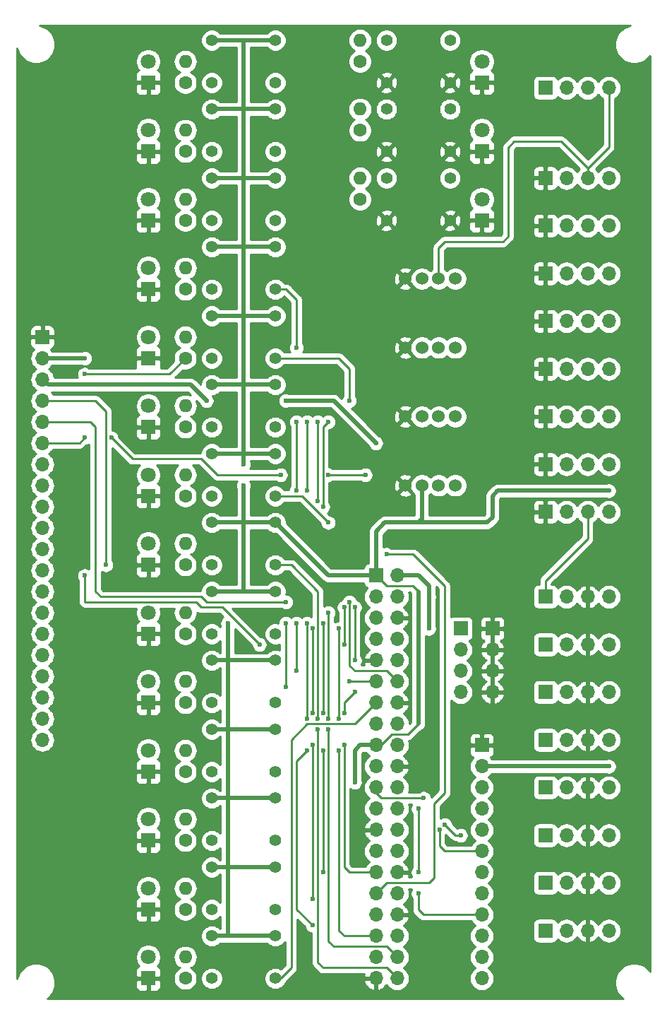
<source format=gbl>
G04 #@! TF.GenerationSoftware,KiCad,Pcbnew,(5.1.4)-1*
G04 #@! TF.CreationDate,2019-11-22T10:59:18+09:00*
G04 #@! TF.ProjectId,rpi3GpioTester,72706933-4770-4696-9f54-65737465722e,rev?*
G04 #@! TF.SameCoordinates,Original*
G04 #@! TF.FileFunction,Copper,L2,Bot*
G04 #@! TF.FilePolarity,Positive*
%FSLAX46Y46*%
G04 Gerber Fmt 4.6, Leading zero omitted, Abs format (unit mm)*
G04 Created by KiCad (PCBNEW (5.1.4)-1) date 2019-11-22 10:59:18*
%MOMM*%
%LPD*%
G04 APERTURE LIST*
%ADD10R,1.700000X1.700000*%
%ADD11O,1.700000X1.700000*%
%ADD12C,1.524000*%
%ADD13R,1.800000X1.800000*%
%ADD14C,1.800000*%
%ADD15C,1.600000*%
%ADD16O,1.600000X1.600000*%
%ADD17C,1.397000*%
%ADD18C,0.600000*%
%ADD19C,0.250000*%
%ADD20C,0.500000*%
%ADD21C,0.254000*%
G04 APERTURE END LIST*
D10*
X92710000Y-102870000D03*
D11*
X92710000Y-105410000D03*
X92710000Y-107950000D03*
X92710000Y-110490000D03*
X88900000Y-110490000D03*
X88900000Y-107950000D03*
X88900000Y-105410000D03*
D10*
X88900000Y-102870000D03*
X99060000Y-38100000D03*
D11*
X101600000Y-38100000D03*
X104140000Y-38100000D03*
X106680000Y-38100000D03*
D12*
X82265000Y-85725000D03*
X84265000Y-85725000D03*
X86265000Y-85725000D03*
X88265000Y-85725000D03*
X82265000Y-69215000D03*
X84265000Y-69215000D03*
X86265000Y-69215000D03*
X88265000Y-69215000D03*
X82265000Y-77470000D03*
X84265000Y-77470000D03*
X86265000Y-77470000D03*
X88265000Y-77470000D03*
D10*
X99060000Y-88900000D03*
D11*
X101600000Y-88900000D03*
X104140000Y-88900000D03*
X106680000Y-88900000D03*
X106680000Y-48895000D03*
X104140000Y-48895000D03*
X101600000Y-48895000D03*
D10*
X99060000Y-48895000D03*
D11*
X106680000Y-54610000D03*
X104140000Y-54610000D03*
X101600000Y-54610000D03*
D10*
X99060000Y-54610000D03*
D11*
X106680000Y-60325000D03*
X104140000Y-60325000D03*
X101600000Y-60325000D03*
D10*
X99060000Y-60325000D03*
D11*
X106680000Y-66040000D03*
X104140000Y-66040000D03*
X101600000Y-66040000D03*
D10*
X99060000Y-66040000D03*
D11*
X106680000Y-99060000D03*
X104140000Y-99060000D03*
X101600000Y-99060000D03*
D10*
X99060000Y-99060000D03*
D11*
X106680000Y-104775000D03*
X104140000Y-104775000D03*
X101600000Y-104775000D03*
D10*
X99060000Y-104775000D03*
D11*
X106680000Y-110490000D03*
X104140000Y-110490000D03*
X101600000Y-110490000D03*
D10*
X99060000Y-110490000D03*
D11*
X106680000Y-116205000D03*
X104140000Y-116205000D03*
X101600000Y-116205000D03*
D10*
X99060000Y-116205000D03*
X99060000Y-121920000D03*
D11*
X101600000Y-121920000D03*
X104140000Y-121920000D03*
X106680000Y-121920000D03*
D10*
X99060000Y-127635000D03*
D11*
X101600000Y-127635000D03*
X104140000Y-127635000D03*
X106680000Y-127635000D03*
D10*
X99060000Y-71755000D03*
D11*
X101600000Y-71755000D03*
X104140000Y-71755000D03*
X106680000Y-71755000D03*
X106680000Y-77470000D03*
X104140000Y-77470000D03*
X101600000Y-77470000D03*
D10*
X99060000Y-77470000D03*
D13*
X91440000Y-37465000D03*
D14*
X91440000Y-34925000D03*
D13*
X91440000Y-45720000D03*
D14*
X91440000Y-43180000D03*
D13*
X91440000Y-53975000D03*
D14*
X91440000Y-51435000D03*
D13*
X51435000Y-37465000D03*
D14*
X51435000Y-34925000D03*
D13*
X51435000Y-45720000D03*
D14*
X51435000Y-43180000D03*
D13*
X51435000Y-53975000D03*
D14*
X51435000Y-51435000D03*
D13*
X51435000Y-62230000D03*
D14*
X51435000Y-59690000D03*
D13*
X51435000Y-70485000D03*
D14*
X51435000Y-67945000D03*
D13*
X51435000Y-78740000D03*
D14*
X51435000Y-76200000D03*
D13*
X51435000Y-86995000D03*
D14*
X51435000Y-84455000D03*
D13*
X51435000Y-95250000D03*
D14*
X51435000Y-92710000D03*
D13*
X51435000Y-103505000D03*
D14*
X51435000Y-100965000D03*
D13*
X51435000Y-111760000D03*
D14*
X51435000Y-109220000D03*
D13*
X51435000Y-120015000D03*
D14*
X51435000Y-117475000D03*
D13*
X51435000Y-128270000D03*
D14*
X51435000Y-125730000D03*
D13*
X51435000Y-136525000D03*
D14*
X51435000Y-133985000D03*
D13*
X51435000Y-144780000D03*
D14*
X51435000Y-142240000D03*
D11*
X106680000Y-139065000D03*
X104140000Y-139065000D03*
X101600000Y-139065000D03*
D10*
X99060000Y-139065000D03*
X99060000Y-133350000D03*
D11*
X101600000Y-133350000D03*
X104140000Y-133350000D03*
X106680000Y-133350000D03*
D10*
X99060000Y-83185000D03*
D11*
X101600000Y-83185000D03*
X104140000Y-83185000D03*
X106680000Y-83185000D03*
D12*
X88265000Y-60960000D03*
X86265000Y-60960000D03*
X84265000Y-60960000D03*
X82265000Y-60960000D03*
D10*
X78740000Y-96520000D03*
D11*
X81280000Y-96520000D03*
X78740000Y-99060000D03*
X81280000Y-99060000D03*
X78740000Y-101600000D03*
X81280000Y-101600000D03*
X78740000Y-104140000D03*
X81280000Y-104140000D03*
X78740000Y-106680000D03*
X81280000Y-106680000D03*
X78740000Y-109220000D03*
X81280000Y-109220000D03*
X78740000Y-111760000D03*
X81280000Y-111760000D03*
X78740000Y-114300000D03*
X81280000Y-114300000D03*
X78740000Y-116840000D03*
X81280000Y-116840000D03*
X78740000Y-119380000D03*
X81280000Y-119380000D03*
X78740000Y-121920000D03*
X81280000Y-121920000D03*
X78740000Y-124460000D03*
X81280000Y-124460000D03*
X78740000Y-127000000D03*
X81280000Y-127000000D03*
X78740000Y-129540000D03*
X81280000Y-129540000D03*
X78740000Y-132080000D03*
X81280000Y-132080000D03*
X78740000Y-134620000D03*
X81280000Y-134620000D03*
X78740000Y-137160000D03*
X81280000Y-137160000D03*
X78740000Y-139700000D03*
X81280000Y-139700000D03*
X78740000Y-142240000D03*
X81280000Y-142240000D03*
X78740000Y-144780000D03*
X81280000Y-144780000D03*
D10*
X38735000Y-67945000D03*
D11*
X38735000Y-70485000D03*
X38735000Y-73025000D03*
X38735000Y-75565000D03*
X38735000Y-78105000D03*
X38735000Y-80645000D03*
X38735000Y-83185000D03*
X38735000Y-85725000D03*
X38735000Y-88265000D03*
X38735000Y-90805000D03*
X38735000Y-93345000D03*
X38735000Y-95885000D03*
X38735000Y-98425000D03*
X38735000Y-100965000D03*
X38735000Y-103505000D03*
X38735000Y-106045000D03*
X38735000Y-108585000D03*
X38735000Y-111125000D03*
X38735000Y-113665000D03*
X38735000Y-116205000D03*
D10*
X91440000Y-116840000D03*
D11*
X91440000Y-119380000D03*
X91440000Y-121920000D03*
X91440000Y-124460000D03*
X91440000Y-127000000D03*
X91440000Y-129540000D03*
X91440000Y-132080000D03*
X91440000Y-134620000D03*
X91440000Y-137160000D03*
X91440000Y-139700000D03*
X91440000Y-142240000D03*
X91440000Y-144780000D03*
D15*
X76835000Y-34925000D03*
D16*
X76835000Y-32385000D03*
D15*
X76835000Y-43180000D03*
D16*
X76835000Y-40640000D03*
D15*
X76835000Y-51435000D03*
D16*
X76835000Y-48895000D03*
D15*
X55880000Y-37465000D03*
D16*
X55880000Y-34925000D03*
D15*
X55880000Y-45720000D03*
D16*
X55880000Y-43180000D03*
D15*
X55880000Y-53975000D03*
D16*
X55880000Y-51435000D03*
D15*
X55880000Y-62230000D03*
D16*
X55880000Y-59690000D03*
D15*
X55880000Y-70485000D03*
D16*
X55880000Y-67945000D03*
D15*
X55880000Y-78740000D03*
D16*
X55880000Y-76200000D03*
D15*
X55880000Y-86995000D03*
D16*
X55880000Y-84455000D03*
D15*
X55880000Y-95250000D03*
D16*
X55880000Y-92710000D03*
D15*
X55880000Y-103505000D03*
D16*
X55880000Y-100965000D03*
D15*
X55880000Y-111760000D03*
D16*
X55880000Y-109220000D03*
D15*
X55880000Y-120015000D03*
D16*
X55880000Y-117475000D03*
D15*
X55880000Y-128270000D03*
D16*
X55880000Y-125730000D03*
D15*
X55880000Y-136525000D03*
D16*
X55880000Y-133985000D03*
D15*
X55880000Y-144780000D03*
D16*
X55880000Y-142240000D03*
D17*
X87630000Y-32385000D03*
X87630000Y-37465000D03*
X80010000Y-32385000D03*
X80010000Y-37465000D03*
X87630000Y-40640000D03*
X87630000Y-45720000D03*
X80010000Y-40640000D03*
X80010000Y-45720000D03*
X87630000Y-48895000D03*
X87630000Y-53975000D03*
X80010000Y-48895000D03*
X80010000Y-53975000D03*
X66675000Y-32385000D03*
X66675000Y-37465000D03*
X59055000Y-32385000D03*
X59055000Y-37465000D03*
X66675000Y-40640000D03*
X66675000Y-45720000D03*
X59055000Y-40640000D03*
X59055000Y-45720000D03*
X66675000Y-48895000D03*
X66675000Y-53975000D03*
X59055000Y-48895000D03*
X59055000Y-53975000D03*
X66675000Y-57150000D03*
X66675000Y-62230000D03*
X59055000Y-57150000D03*
X59055000Y-62230000D03*
X66675000Y-65405000D03*
X66675000Y-70485000D03*
X59055000Y-65405000D03*
X59055000Y-70485000D03*
X66675000Y-73660000D03*
X66675000Y-78740000D03*
X59055000Y-73660000D03*
X59055000Y-78740000D03*
X66675000Y-81915000D03*
X66675000Y-86995000D03*
X59055000Y-81915000D03*
X59055000Y-86995000D03*
X66675000Y-90170000D03*
X66675000Y-95250000D03*
X59055000Y-90170000D03*
X59055000Y-95250000D03*
X66675000Y-98425000D03*
X66675000Y-103505000D03*
X59055000Y-98425000D03*
X59055000Y-103505000D03*
X66675000Y-106680000D03*
X66675000Y-111760000D03*
X59055000Y-106680000D03*
X59055000Y-111760000D03*
X66675000Y-114935000D03*
X66675000Y-120015000D03*
X59055000Y-114935000D03*
X59055000Y-120015000D03*
X66675000Y-123190000D03*
X66675000Y-128270000D03*
X59055000Y-123190000D03*
X59055000Y-128270000D03*
X66675000Y-131445000D03*
X66675000Y-136525000D03*
X59055000Y-131445000D03*
X59055000Y-136525000D03*
X66675000Y-139700000D03*
X66675000Y-144780000D03*
X59055000Y-139700000D03*
X59055000Y-144780000D03*
D18*
X82550000Y-107950000D03*
X43815000Y-70485000D03*
X62865000Y-85725000D03*
X62865000Y-83185000D03*
X62865000Y-98425000D03*
X60960000Y-102235000D03*
X106680000Y-119380000D03*
X106680000Y-86360000D03*
X76200000Y-121285000D03*
X67945000Y-75565000D03*
X58420000Y-75565000D03*
X85090000Y-102870000D03*
X85090000Y-99060000D03*
X78740000Y-80645000D03*
X74930000Y-100330000D03*
X74930000Y-104775000D03*
X64770000Y-104775000D03*
X43815000Y-96520000D03*
X46355000Y-95250000D03*
X75565000Y-109220000D03*
X69215000Y-107950000D03*
X69215000Y-102235000D03*
X69215000Y-86360000D03*
X69215000Y-78105000D03*
X69215000Y-69215000D03*
X43815000Y-72390000D03*
X75565000Y-75565000D03*
X75565000Y-99695000D03*
X83820000Y-124460000D03*
X83820000Y-132080000D03*
X83820000Y-134620000D03*
X84455000Y-123190000D03*
X86995000Y-126365000D03*
X88900000Y-127635000D03*
X86360000Y-127000000D03*
X67945000Y-109855000D03*
X67945000Y-102235000D03*
X67945000Y-99695000D03*
X74930000Y-116840000D03*
X74930000Y-113030000D03*
X76200000Y-110490000D03*
X76200000Y-106680000D03*
X76200000Y-100330000D03*
X73025000Y-84455000D03*
X43815000Y-80010000D03*
X46990000Y-80010000D03*
X67310000Y-84455000D03*
X77470000Y-84455000D03*
X80010000Y-93980000D03*
X72390000Y-132080000D03*
X72390000Y-117475000D03*
X72390000Y-113030000D03*
X72390000Y-102235000D03*
X72390000Y-88265000D03*
X73025000Y-78105000D03*
X71120000Y-135255000D03*
X71120000Y-116840000D03*
X71120000Y-113030000D03*
X71120000Y-102870000D03*
X71755000Y-87630000D03*
X71755000Y-78105000D03*
X74295000Y-117475000D03*
X74295000Y-113665000D03*
X74295000Y-102870000D03*
X71120000Y-138430000D03*
X70485000Y-117475000D03*
X70485000Y-113665000D03*
X70485000Y-102235000D03*
X70485000Y-86360000D03*
X70485000Y-78105000D03*
X73025000Y-114935000D03*
X73025000Y-113665000D03*
X73025000Y-100965000D03*
X73025000Y-90170000D03*
X71755000Y-114935000D03*
X71755000Y-113665000D03*
D19*
X104140000Y-92075000D02*
X99060000Y-97155000D01*
X99060000Y-97155000D02*
X99060000Y-99060000D01*
X86265000Y-57245000D02*
X86265000Y-60960000D01*
X86995000Y-56515000D02*
X86265000Y-57245000D01*
X104140000Y-47692919D02*
X100965000Y-44517919D01*
X104140000Y-48895000D02*
X104140000Y-47692919D01*
X93980000Y-56515000D02*
X86995000Y-56515000D01*
X100965000Y-44517919D02*
X95317919Y-44517919D01*
X95317919Y-44517919D02*
X94615000Y-45220838D01*
X104140000Y-88900000D02*
X104140000Y-92075000D01*
X94615000Y-45220838D02*
X94615000Y-55880000D01*
X94615000Y-55880000D02*
X93980000Y-56515000D01*
X106680000Y-45152919D02*
X104140000Y-47692919D01*
X106680000Y-37465000D02*
X106680000Y-45152919D01*
D20*
X60960000Y-114935000D02*
X66675000Y-114935000D01*
X60960000Y-114935000D02*
X60960000Y-106680000D01*
X59055000Y-114935000D02*
X60960000Y-114935000D01*
X62865000Y-40640000D02*
X59055000Y-40640000D01*
X62865000Y-40640000D02*
X66675000Y-40640000D01*
X62865000Y-32385000D02*
X62865000Y-40640000D01*
X66675000Y-32385000D02*
X62865000Y-32385000D01*
X62865000Y-32385000D02*
X59055000Y-32385000D01*
X60960000Y-123190000D02*
X66675000Y-123190000D01*
X60960000Y-123190000D02*
X59055000Y-123190000D01*
X60960000Y-114935000D02*
X60960000Y-123190000D01*
X59055000Y-131445000D02*
X60960000Y-131445000D01*
X60960000Y-139700000D02*
X60960000Y-131445000D01*
X60960000Y-131445000D02*
X66675000Y-131445000D01*
X66675000Y-139700000D02*
X60960000Y-139700000D01*
X60960000Y-139700000D02*
X59055000Y-139700000D01*
X60960000Y-114935000D02*
X59055000Y-114935000D01*
X62865000Y-48895000D02*
X62865000Y-40640000D01*
X62865000Y-48895000D02*
X59055000Y-48895000D01*
X66675000Y-48895000D02*
X62865000Y-48895000D01*
X62865000Y-48895000D02*
X62865000Y-57150000D01*
X62865000Y-57150000D02*
X59055000Y-57150000D01*
X62865000Y-57150000D02*
X66675000Y-57150000D01*
X62865000Y-65405000D02*
X62865000Y-57150000D01*
X62865000Y-65405000D02*
X59055000Y-65405000D01*
X62865000Y-65405000D02*
X66675000Y-65405000D01*
X62865000Y-73660000D02*
X62865000Y-65405000D01*
X62865000Y-73660000D02*
X59055000Y-73660000D01*
X62865000Y-73660000D02*
X66675000Y-73660000D01*
X62865000Y-81915000D02*
X62865000Y-73660000D01*
X62865000Y-81915000D02*
X59055000Y-81915000D01*
X62865000Y-81915000D02*
X66675000Y-81915000D01*
X62865000Y-83185000D02*
X62865000Y-81915000D01*
X62865000Y-90170000D02*
X62865000Y-85725000D01*
X66675000Y-90170000D02*
X62865000Y-90170000D01*
X66675000Y-90170000D02*
X59055000Y-90170000D01*
X66675000Y-106680000D02*
X60960000Y-106680000D01*
X59055000Y-106680000D02*
X60960000Y-106680000D01*
X66675000Y-98425000D02*
X62865000Y-98425000D01*
X59055000Y-98425000D02*
X62865000Y-98425000D01*
X38735000Y-70485000D02*
X43815000Y-70485000D01*
X62865000Y-90170000D02*
X62865000Y-98425000D01*
X59055000Y-98425000D02*
X66675000Y-98425000D01*
X59055000Y-106680000D02*
X66675000Y-106680000D01*
X59055000Y-131445000D02*
X66675000Y-131445000D01*
X59055000Y-139700000D02*
X66675000Y-139700000D01*
X60960000Y-106680000D02*
X60960000Y-139700000D01*
X60960000Y-102235000D02*
X60960000Y-106680000D01*
X59055000Y-65405000D02*
X66675000Y-65405000D01*
X59055000Y-73660000D02*
X66675000Y-73660000D01*
X59055000Y-81915000D02*
X66675000Y-81915000D01*
X59055000Y-32385000D02*
X66675000Y-32385000D01*
X62865000Y-57150000D02*
X62865000Y-32385000D01*
D19*
X78740000Y-116840000D02*
X79375000Y-116840000D01*
X79375000Y-116840000D02*
X80645000Y-115570000D01*
X80645000Y-115570000D02*
X82550000Y-115570000D01*
X82550000Y-115570000D02*
X83820000Y-114300000D01*
X83820000Y-98425000D02*
X83185000Y-97790000D01*
X80010000Y-97790000D02*
X78740000Y-96520000D01*
X83185000Y-97790000D02*
X80010000Y-97790000D01*
D20*
X91440000Y-119380000D02*
X106680000Y-119380000D01*
X73025000Y-96520000D02*
X66675000Y-90170000D01*
X78740000Y-96520000D02*
X73025000Y-96520000D01*
X83820000Y-98425000D02*
X83820000Y-114300000D01*
X78740000Y-91250000D02*
X79820000Y-90170000D01*
X78740000Y-96520000D02*
X78740000Y-91250000D01*
X79820000Y-90170000D02*
X83820000Y-90170000D01*
X84265000Y-89725000D02*
X84265000Y-85725000D01*
X84265000Y-89725000D02*
X83820000Y-90170000D01*
X84265000Y-89980000D02*
X84455000Y-90170000D01*
X84265000Y-89725000D02*
X84265000Y-89980000D01*
X83820000Y-90170000D02*
X84455000Y-90170000D01*
X76200000Y-119380000D02*
X76200000Y-121285000D01*
X78740000Y-116840000D02*
X76835000Y-116840000D01*
X76835000Y-116840000D02*
X76200000Y-117475000D01*
X76200000Y-117475000D02*
X76200000Y-119380000D01*
X91440000Y-90170000D02*
X84455000Y-90170000D01*
X92075000Y-90170000D02*
X91440000Y-90170000D01*
X92710000Y-89535000D02*
X92075000Y-90170000D01*
X92710000Y-86995000D02*
X92710000Y-89535000D01*
X106680000Y-86360000D02*
X93345000Y-86360000D01*
X93345000Y-86360000D02*
X92710000Y-86995000D01*
X38735000Y-73025000D02*
X39370000Y-73660000D01*
X73660000Y-75565000D02*
X78740000Y-80645000D01*
X67945000Y-75565000D02*
X73660000Y-75565000D01*
X56515000Y-73660000D02*
X58420000Y-75565000D01*
X39370000Y-73660000D02*
X56515000Y-73660000D01*
X83820000Y-96520000D02*
X81280000Y-96520000D01*
X85090000Y-97790000D02*
X83820000Y-96520000D01*
X85090000Y-97790000D02*
X85090000Y-99060000D01*
X85090000Y-99060000D02*
X85090000Y-102870000D01*
D19*
X38735000Y-75565000D02*
X45085000Y-75565000D01*
X74930000Y-104775000D02*
X74930000Y-100330000D01*
X60325000Y-100330000D02*
X64770000Y-104775000D01*
X57785000Y-100330000D02*
X60325000Y-100330000D01*
X57150000Y-99695000D02*
X57785000Y-100330000D01*
X56515000Y-99695000D02*
X57150000Y-99695000D01*
X43815000Y-99695000D02*
X56515000Y-99695000D01*
X43815000Y-96520000D02*
X43815000Y-99695000D01*
X46355000Y-76835000D02*
X46355000Y-95250000D01*
X45085000Y-75565000D02*
X46355000Y-76835000D01*
X66675000Y-62230000D02*
X67945000Y-62230000D01*
X75565000Y-109220000D02*
X78740000Y-109220000D01*
X69215000Y-102235000D02*
X69215000Y-107950000D01*
X69215000Y-78105000D02*
X69215000Y-86360000D01*
X69215000Y-63500000D02*
X69215000Y-69215000D01*
X67945000Y-62230000D02*
X69215000Y-63500000D01*
X55880000Y-70485000D02*
X53975000Y-72390000D01*
X53975000Y-72390000D02*
X43815000Y-72390000D01*
X74295000Y-70485000D02*
X75565000Y-71755000D01*
X75565000Y-74295000D02*
X75565000Y-75565000D01*
X75565000Y-73660000D02*
X75565000Y-74295000D01*
X75565000Y-73025000D02*
X75565000Y-73660000D01*
X75565000Y-71755000D02*
X75565000Y-73025000D01*
X75565000Y-107315000D02*
X76200000Y-107950000D01*
X76200000Y-107950000D02*
X80010000Y-107950000D01*
X81280000Y-109220000D02*
X80010000Y-107950000D01*
X74295000Y-70485000D02*
X66675000Y-70485000D01*
X75565000Y-99695000D02*
X75565000Y-107315000D01*
X66675000Y-144780000D02*
X67310000Y-144780000D01*
X67310000Y-144780000D02*
X68580000Y-143510000D01*
X76200000Y-114300000D02*
X78740000Y-111760000D01*
X70485000Y-114300000D02*
X76200000Y-114300000D01*
X68580000Y-116205000D02*
X70485000Y-114300000D01*
X68580000Y-143510000D02*
X68580000Y-116205000D01*
X83820000Y-124460000D02*
X83820000Y-132080000D01*
X83820000Y-134620000D02*
X83820000Y-136525000D01*
X84455000Y-137160000D02*
X91440000Y-137160000D01*
X83820000Y-136525000D02*
X84455000Y-137160000D01*
X79375000Y-123190000D02*
X78740000Y-122555000D01*
X84455000Y-123190000D02*
X79375000Y-123190000D01*
X78740000Y-122555000D02*
X78740000Y-121920000D01*
X86995000Y-126365000D02*
X88265000Y-127635000D01*
X88265000Y-127635000D02*
X88900000Y-127635000D01*
X86360000Y-127000000D02*
X86360000Y-128905000D01*
X86995000Y-129540000D02*
X91440000Y-129540000D01*
X86360000Y-128905000D02*
X86995000Y-129540000D01*
X38735000Y-78105000D02*
X44450000Y-78105000D01*
X67945000Y-102235000D02*
X67945000Y-109855000D01*
X58420000Y-99695000D02*
X67945000Y-99695000D01*
X57785000Y-99060000D02*
X58420000Y-99695000D01*
X45720000Y-99060000D02*
X57785000Y-99060000D01*
X45085000Y-98425000D02*
X45720000Y-99060000D01*
X45085000Y-78740000D02*
X45085000Y-98425000D01*
X44450000Y-78105000D02*
X45085000Y-78740000D01*
X75565000Y-132080000D02*
X78740000Y-132080000D01*
X74930000Y-131445000D02*
X75565000Y-132080000D01*
X74930000Y-116840000D02*
X74930000Y-131445000D01*
X74930000Y-111760000D02*
X74930000Y-113030000D01*
X76200000Y-110490000D02*
X74930000Y-111760000D01*
X76200000Y-100330000D02*
X76200000Y-106680000D01*
X43180000Y-80645000D02*
X43815000Y-80010000D01*
X46990000Y-80010000D02*
X49530000Y-82550000D01*
X49530000Y-82550000D02*
X57785000Y-82550000D01*
X57785000Y-82550000D02*
X59690000Y-84455000D01*
X59690000Y-84455000D02*
X67310000Y-84455000D01*
X38735000Y-80645000D02*
X43180000Y-80645000D01*
X73025000Y-84455000D02*
X77470000Y-84455000D01*
X85090000Y-133350000D02*
X80010000Y-133350000D01*
X83185000Y-93980000D02*
X86995000Y-97790000D01*
X80010000Y-93980000D02*
X83185000Y-93980000D01*
X80010000Y-133350000D02*
X78740000Y-134620000D01*
X86995000Y-97790000D02*
X86995000Y-122555000D01*
X86995000Y-122555000D02*
X85725000Y-123825000D01*
X85725000Y-123825000D02*
X85725000Y-132715000D01*
X85725000Y-132715000D02*
X85090000Y-133350000D01*
X72390000Y-117475000D02*
X72390000Y-132080000D01*
X72390000Y-102235000D02*
X72390000Y-113030000D01*
X72390000Y-78740000D02*
X72390000Y-88265000D01*
X73025000Y-78105000D02*
X72390000Y-78740000D01*
X71120000Y-131445000D02*
X71120000Y-135255000D01*
X71120000Y-116840000D02*
X71120000Y-131445000D01*
X71120000Y-102870000D02*
X71120000Y-113030000D01*
X71755000Y-78105000D02*
X71755000Y-87630000D01*
X74930000Y-139700000D02*
X78740000Y-139700000D01*
X74295000Y-139065000D02*
X74930000Y-139700000D01*
X74295000Y-117475000D02*
X74295000Y-139065000D01*
X74295000Y-102870000D02*
X74295000Y-113665000D01*
X69215000Y-136525000D02*
X71120000Y-138430000D01*
X69215000Y-118745000D02*
X69215000Y-136525000D01*
X70485000Y-117475000D02*
X69215000Y-118745000D01*
X70485000Y-102235000D02*
X70485000Y-113665000D01*
X70485000Y-78105000D02*
X70485000Y-86360000D01*
X66675000Y-86995000D02*
X69850000Y-86995000D01*
X80010000Y-140970000D02*
X81280000Y-142240000D01*
X73660000Y-140970000D02*
X80010000Y-140970000D01*
X73025000Y-140335000D02*
X73660000Y-140970000D01*
X73025000Y-114935000D02*
X73025000Y-140335000D01*
X69850000Y-86995000D02*
X73025000Y-90170000D01*
X73025000Y-100965000D02*
X73025000Y-113665000D01*
X80010000Y-143510000D02*
X81280000Y-144780000D01*
X72390000Y-143510000D02*
X80010000Y-143510000D01*
X71755000Y-142875000D02*
X72390000Y-143510000D01*
X71755000Y-114935000D02*
X71755000Y-142875000D01*
X71755000Y-98425000D02*
X71755000Y-113665000D01*
X68580000Y-95250000D02*
X71755000Y-98425000D01*
X66675000Y-95250000D02*
X68580000Y-95250000D01*
D21*
G36*
X109049768Y-30657169D02*
G01*
X108626611Y-30832447D01*
X108245780Y-31086910D01*
X107921910Y-31410780D01*
X107667447Y-31791611D01*
X107492169Y-32214768D01*
X107402814Y-32663989D01*
X107402814Y-33122011D01*
X107492169Y-33571232D01*
X107667447Y-33994389D01*
X107921910Y-34375220D01*
X108245780Y-34699090D01*
X108626611Y-34953553D01*
X109049768Y-35128831D01*
X109498989Y-35218186D01*
X109957011Y-35218186D01*
X110406232Y-35128831D01*
X110829389Y-34953553D01*
X111210220Y-34699090D01*
X111534090Y-34375220D01*
X111633000Y-34227191D01*
X111633000Y-143953809D01*
X111534090Y-143805780D01*
X111210220Y-143481910D01*
X110829389Y-143227447D01*
X110406232Y-143052169D01*
X109957011Y-142962814D01*
X109498989Y-142962814D01*
X109049768Y-143052169D01*
X108626611Y-143227447D01*
X108245780Y-143481910D01*
X107921910Y-143805780D01*
X107667447Y-144186611D01*
X107492169Y-144609768D01*
X107402814Y-145058989D01*
X107402814Y-145517011D01*
X107492169Y-145966232D01*
X107667447Y-146389389D01*
X107921910Y-146770220D01*
X108245780Y-147094090D01*
X108393809Y-147193000D01*
X39307191Y-147193000D01*
X39455220Y-147094090D01*
X39779090Y-146770220D01*
X40033553Y-146389389D01*
X40208831Y-145966232D01*
X40265765Y-145680000D01*
X49896928Y-145680000D01*
X49909188Y-145804482D01*
X49945498Y-145924180D01*
X50004463Y-146034494D01*
X50083815Y-146131185D01*
X50180506Y-146210537D01*
X50290820Y-146269502D01*
X50410518Y-146305812D01*
X50535000Y-146318072D01*
X51149250Y-146315000D01*
X51308000Y-146156250D01*
X51308000Y-144907000D01*
X51562000Y-144907000D01*
X51562000Y-146156250D01*
X51720750Y-146315000D01*
X52335000Y-146318072D01*
X52459482Y-146305812D01*
X52579180Y-146269502D01*
X52689494Y-146210537D01*
X52786185Y-146131185D01*
X52865537Y-146034494D01*
X52924502Y-145924180D01*
X52960812Y-145804482D01*
X52973072Y-145680000D01*
X52970000Y-145065750D01*
X52811250Y-144907000D01*
X51562000Y-144907000D01*
X51308000Y-144907000D01*
X50058750Y-144907000D01*
X49900000Y-145065750D01*
X49896928Y-145680000D01*
X40265765Y-145680000D01*
X40298186Y-145517011D01*
X40298186Y-145058989D01*
X40208831Y-144609768D01*
X40033553Y-144186611D01*
X39828683Y-143880000D01*
X49896928Y-143880000D01*
X49900000Y-144494250D01*
X50058750Y-144653000D01*
X51308000Y-144653000D01*
X51308000Y-144633000D01*
X51562000Y-144633000D01*
X51562000Y-144653000D01*
X52811250Y-144653000D01*
X52970000Y-144494250D01*
X52973072Y-143880000D01*
X52960812Y-143755518D01*
X52924502Y-143635820D01*
X52865537Y-143525506D01*
X52786185Y-143428815D01*
X52689494Y-143349463D01*
X52579180Y-143290498D01*
X52560873Y-143284944D01*
X52627312Y-143218505D01*
X52795299Y-142967095D01*
X52911011Y-142687743D01*
X52970000Y-142391184D01*
X52970000Y-142240000D01*
X54438057Y-142240000D01*
X54465764Y-142521309D01*
X54547818Y-142791808D01*
X54681068Y-143041101D01*
X54860392Y-143259608D01*
X55078899Y-143438932D01*
X55205029Y-143506350D01*
X55200273Y-143508320D01*
X54965241Y-143665363D01*
X54765363Y-143865241D01*
X54608320Y-144100273D01*
X54500147Y-144361426D01*
X54445000Y-144638665D01*
X54445000Y-144921335D01*
X54500147Y-145198574D01*
X54608320Y-145459727D01*
X54765363Y-145694759D01*
X54965241Y-145894637D01*
X55200273Y-146051680D01*
X55461426Y-146159853D01*
X55738665Y-146215000D01*
X56021335Y-146215000D01*
X56298574Y-146159853D01*
X56559727Y-146051680D01*
X56794759Y-145894637D01*
X56994637Y-145694759D01*
X57151680Y-145459727D01*
X57259853Y-145198574D01*
X57315000Y-144921335D01*
X57315000Y-144648662D01*
X57721500Y-144648662D01*
X57721500Y-144911338D01*
X57772746Y-145168968D01*
X57873268Y-145411649D01*
X58019203Y-145630057D01*
X58204943Y-145815797D01*
X58423351Y-145961732D01*
X58666032Y-146062254D01*
X58923662Y-146113500D01*
X59186338Y-146113500D01*
X59443968Y-146062254D01*
X59686649Y-145961732D01*
X59905057Y-145815797D01*
X60090797Y-145630057D01*
X60236732Y-145411649D01*
X60337254Y-145168968D01*
X60388500Y-144911338D01*
X60388500Y-144648662D01*
X60337254Y-144391032D01*
X60236732Y-144148351D01*
X60090797Y-143929943D01*
X59905057Y-143744203D01*
X59686649Y-143598268D01*
X59443968Y-143497746D01*
X59186338Y-143446500D01*
X58923662Y-143446500D01*
X58666032Y-143497746D01*
X58423351Y-143598268D01*
X58204943Y-143744203D01*
X58019203Y-143929943D01*
X57873268Y-144148351D01*
X57772746Y-144391032D01*
X57721500Y-144648662D01*
X57315000Y-144648662D01*
X57315000Y-144638665D01*
X57259853Y-144361426D01*
X57151680Y-144100273D01*
X56994637Y-143865241D01*
X56794759Y-143665363D01*
X56559727Y-143508320D01*
X56554971Y-143506350D01*
X56681101Y-143438932D01*
X56899608Y-143259608D01*
X57078932Y-143041101D01*
X57212182Y-142791808D01*
X57294236Y-142521309D01*
X57321943Y-142240000D01*
X57294236Y-141958691D01*
X57212182Y-141688192D01*
X57078932Y-141438899D01*
X56899608Y-141220392D01*
X56681101Y-141041068D01*
X56431808Y-140907818D01*
X56161309Y-140825764D01*
X55950492Y-140805000D01*
X55809508Y-140805000D01*
X55598691Y-140825764D01*
X55328192Y-140907818D01*
X55078899Y-141041068D01*
X54860392Y-141220392D01*
X54681068Y-141438899D01*
X54547818Y-141688192D01*
X54465764Y-141958691D01*
X54438057Y-142240000D01*
X52970000Y-142240000D01*
X52970000Y-142088816D01*
X52911011Y-141792257D01*
X52795299Y-141512905D01*
X52627312Y-141261495D01*
X52413505Y-141047688D01*
X52162095Y-140879701D01*
X51882743Y-140763989D01*
X51586184Y-140705000D01*
X51283816Y-140705000D01*
X50987257Y-140763989D01*
X50707905Y-140879701D01*
X50456495Y-141047688D01*
X50242688Y-141261495D01*
X50074701Y-141512905D01*
X49958989Y-141792257D01*
X49900000Y-142088816D01*
X49900000Y-142391184D01*
X49958989Y-142687743D01*
X50074701Y-142967095D01*
X50242688Y-143218505D01*
X50309127Y-143284944D01*
X50290820Y-143290498D01*
X50180506Y-143349463D01*
X50083815Y-143428815D01*
X50004463Y-143525506D01*
X49945498Y-143635820D01*
X49909188Y-143755518D01*
X49896928Y-143880000D01*
X39828683Y-143880000D01*
X39779090Y-143805780D01*
X39455220Y-143481910D01*
X39074389Y-143227447D01*
X38651232Y-143052169D01*
X38202011Y-142962814D01*
X37743989Y-142962814D01*
X37294768Y-143052169D01*
X36871611Y-143227447D01*
X36490780Y-143481910D01*
X36166910Y-143805780D01*
X35912447Y-144186611D01*
X35737169Y-144609768D01*
X35687000Y-144861986D01*
X35687000Y-137425000D01*
X49896928Y-137425000D01*
X49909188Y-137549482D01*
X49945498Y-137669180D01*
X50004463Y-137779494D01*
X50083815Y-137876185D01*
X50180506Y-137955537D01*
X50290820Y-138014502D01*
X50410518Y-138050812D01*
X50535000Y-138063072D01*
X51149250Y-138060000D01*
X51308000Y-137901250D01*
X51308000Y-136652000D01*
X51562000Y-136652000D01*
X51562000Y-137901250D01*
X51720750Y-138060000D01*
X52335000Y-138063072D01*
X52459482Y-138050812D01*
X52579180Y-138014502D01*
X52689494Y-137955537D01*
X52786185Y-137876185D01*
X52865537Y-137779494D01*
X52924502Y-137669180D01*
X52960812Y-137549482D01*
X52973072Y-137425000D01*
X52970000Y-136810750D01*
X52811250Y-136652000D01*
X51562000Y-136652000D01*
X51308000Y-136652000D01*
X50058750Y-136652000D01*
X49900000Y-136810750D01*
X49896928Y-137425000D01*
X35687000Y-137425000D01*
X35687000Y-135625000D01*
X49896928Y-135625000D01*
X49900000Y-136239250D01*
X50058750Y-136398000D01*
X51308000Y-136398000D01*
X51308000Y-136378000D01*
X51562000Y-136378000D01*
X51562000Y-136398000D01*
X52811250Y-136398000D01*
X52970000Y-136239250D01*
X52973072Y-135625000D01*
X52960812Y-135500518D01*
X52924502Y-135380820D01*
X52865537Y-135270506D01*
X52786185Y-135173815D01*
X52689494Y-135094463D01*
X52579180Y-135035498D01*
X52560873Y-135029944D01*
X52627312Y-134963505D01*
X52795299Y-134712095D01*
X52911011Y-134432743D01*
X52970000Y-134136184D01*
X52970000Y-133985000D01*
X54438057Y-133985000D01*
X54465764Y-134266309D01*
X54547818Y-134536808D01*
X54681068Y-134786101D01*
X54860392Y-135004608D01*
X55078899Y-135183932D01*
X55205029Y-135251350D01*
X55200273Y-135253320D01*
X54965241Y-135410363D01*
X54765363Y-135610241D01*
X54608320Y-135845273D01*
X54500147Y-136106426D01*
X54445000Y-136383665D01*
X54445000Y-136666335D01*
X54500147Y-136943574D01*
X54608320Y-137204727D01*
X54765363Y-137439759D01*
X54965241Y-137639637D01*
X55200273Y-137796680D01*
X55461426Y-137904853D01*
X55738665Y-137960000D01*
X56021335Y-137960000D01*
X56298574Y-137904853D01*
X56559727Y-137796680D01*
X56794759Y-137639637D01*
X56994637Y-137439759D01*
X57151680Y-137204727D01*
X57259853Y-136943574D01*
X57315000Y-136666335D01*
X57315000Y-136383665D01*
X57259853Y-136106426D01*
X57151680Y-135845273D01*
X56994637Y-135610241D01*
X56794759Y-135410363D01*
X56559727Y-135253320D01*
X56554971Y-135251350D01*
X56681101Y-135183932D01*
X56899608Y-135004608D01*
X57078932Y-134786101D01*
X57212182Y-134536808D01*
X57294236Y-134266309D01*
X57321943Y-133985000D01*
X57294236Y-133703691D01*
X57212182Y-133433192D01*
X57078932Y-133183899D01*
X56899608Y-132965392D01*
X56681101Y-132786068D01*
X56431808Y-132652818D01*
X56161309Y-132570764D01*
X55950492Y-132550000D01*
X55809508Y-132550000D01*
X55598691Y-132570764D01*
X55328192Y-132652818D01*
X55078899Y-132786068D01*
X54860392Y-132965392D01*
X54681068Y-133183899D01*
X54547818Y-133433192D01*
X54465764Y-133703691D01*
X54438057Y-133985000D01*
X52970000Y-133985000D01*
X52970000Y-133833816D01*
X52911011Y-133537257D01*
X52795299Y-133257905D01*
X52627312Y-133006495D01*
X52413505Y-132792688D01*
X52162095Y-132624701D01*
X51882743Y-132508989D01*
X51586184Y-132450000D01*
X51283816Y-132450000D01*
X50987257Y-132508989D01*
X50707905Y-132624701D01*
X50456495Y-132792688D01*
X50242688Y-133006495D01*
X50074701Y-133257905D01*
X49958989Y-133537257D01*
X49900000Y-133833816D01*
X49900000Y-134136184D01*
X49958989Y-134432743D01*
X50074701Y-134712095D01*
X50242688Y-134963505D01*
X50309127Y-135029944D01*
X50290820Y-135035498D01*
X50180506Y-135094463D01*
X50083815Y-135173815D01*
X50004463Y-135270506D01*
X49945498Y-135380820D01*
X49909188Y-135500518D01*
X49896928Y-135625000D01*
X35687000Y-135625000D01*
X35687000Y-129170000D01*
X49896928Y-129170000D01*
X49909188Y-129294482D01*
X49945498Y-129414180D01*
X50004463Y-129524494D01*
X50083815Y-129621185D01*
X50180506Y-129700537D01*
X50290820Y-129759502D01*
X50410518Y-129795812D01*
X50535000Y-129808072D01*
X51149250Y-129805000D01*
X51308000Y-129646250D01*
X51308000Y-128397000D01*
X51562000Y-128397000D01*
X51562000Y-129646250D01*
X51720750Y-129805000D01*
X52335000Y-129808072D01*
X52459482Y-129795812D01*
X52579180Y-129759502D01*
X52689494Y-129700537D01*
X52786185Y-129621185D01*
X52865537Y-129524494D01*
X52924502Y-129414180D01*
X52960812Y-129294482D01*
X52973072Y-129170000D01*
X52970000Y-128555750D01*
X52811250Y-128397000D01*
X51562000Y-128397000D01*
X51308000Y-128397000D01*
X50058750Y-128397000D01*
X49900000Y-128555750D01*
X49896928Y-129170000D01*
X35687000Y-129170000D01*
X35687000Y-127370000D01*
X49896928Y-127370000D01*
X49900000Y-127984250D01*
X50058750Y-128143000D01*
X51308000Y-128143000D01*
X51308000Y-128123000D01*
X51562000Y-128123000D01*
X51562000Y-128143000D01*
X52811250Y-128143000D01*
X52970000Y-127984250D01*
X52973072Y-127370000D01*
X52960812Y-127245518D01*
X52924502Y-127125820D01*
X52865537Y-127015506D01*
X52786185Y-126918815D01*
X52689494Y-126839463D01*
X52579180Y-126780498D01*
X52560873Y-126774944D01*
X52627312Y-126708505D01*
X52795299Y-126457095D01*
X52911011Y-126177743D01*
X52970000Y-125881184D01*
X52970000Y-125730000D01*
X54438057Y-125730000D01*
X54465764Y-126011309D01*
X54547818Y-126281808D01*
X54681068Y-126531101D01*
X54860392Y-126749608D01*
X55078899Y-126928932D01*
X55205029Y-126996350D01*
X55200273Y-126998320D01*
X54965241Y-127155363D01*
X54765363Y-127355241D01*
X54608320Y-127590273D01*
X54500147Y-127851426D01*
X54445000Y-128128665D01*
X54445000Y-128411335D01*
X54500147Y-128688574D01*
X54608320Y-128949727D01*
X54765363Y-129184759D01*
X54965241Y-129384637D01*
X55200273Y-129541680D01*
X55461426Y-129649853D01*
X55738665Y-129705000D01*
X56021335Y-129705000D01*
X56298574Y-129649853D01*
X56559727Y-129541680D01*
X56794759Y-129384637D01*
X56994637Y-129184759D01*
X57151680Y-128949727D01*
X57259853Y-128688574D01*
X57315000Y-128411335D01*
X57315000Y-128128665D01*
X57259853Y-127851426D01*
X57151680Y-127590273D01*
X56994637Y-127355241D01*
X56794759Y-127155363D01*
X56559727Y-126998320D01*
X56554971Y-126996350D01*
X56681101Y-126928932D01*
X56899608Y-126749608D01*
X57078932Y-126531101D01*
X57212182Y-126281808D01*
X57294236Y-126011309D01*
X57321943Y-125730000D01*
X57294236Y-125448691D01*
X57212182Y-125178192D01*
X57078932Y-124928899D01*
X56899608Y-124710392D01*
X56681101Y-124531068D01*
X56431808Y-124397818D01*
X56161309Y-124315764D01*
X55950492Y-124295000D01*
X55809508Y-124295000D01*
X55598691Y-124315764D01*
X55328192Y-124397818D01*
X55078899Y-124531068D01*
X54860392Y-124710392D01*
X54681068Y-124928899D01*
X54547818Y-125178192D01*
X54465764Y-125448691D01*
X54438057Y-125730000D01*
X52970000Y-125730000D01*
X52970000Y-125578816D01*
X52911011Y-125282257D01*
X52795299Y-125002905D01*
X52627312Y-124751495D01*
X52413505Y-124537688D01*
X52162095Y-124369701D01*
X51882743Y-124253989D01*
X51586184Y-124195000D01*
X51283816Y-124195000D01*
X50987257Y-124253989D01*
X50707905Y-124369701D01*
X50456495Y-124537688D01*
X50242688Y-124751495D01*
X50074701Y-125002905D01*
X49958989Y-125282257D01*
X49900000Y-125578816D01*
X49900000Y-125881184D01*
X49958989Y-126177743D01*
X50074701Y-126457095D01*
X50242688Y-126708505D01*
X50309127Y-126774944D01*
X50290820Y-126780498D01*
X50180506Y-126839463D01*
X50083815Y-126918815D01*
X50004463Y-127015506D01*
X49945498Y-127125820D01*
X49909188Y-127245518D01*
X49896928Y-127370000D01*
X35687000Y-127370000D01*
X35687000Y-120915000D01*
X49896928Y-120915000D01*
X49909188Y-121039482D01*
X49945498Y-121159180D01*
X50004463Y-121269494D01*
X50083815Y-121366185D01*
X50180506Y-121445537D01*
X50290820Y-121504502D01*
X50410518Y-121540812D01*
X50535000Y-121553072D01*
X51149250Y-121550000D01*
X51308000Y-121391250D01*
X51308000Y-120142000D01*
X51562000Y-120142000D01*
X51562000Y-121391250D01*
X51720750Y-121550000D01*
X52335000Y-121553072D01*
X52459482Y-121540812D01*
X52579180Y-121504502D01*
X52689494Y-121445537D01*
X52786185Y-121366185D01*
X52865537Y-121269494D01*
X52924502Y-121159180D01*
X52960812Y-121039482D01*
X52973072Y-120915000D01*
X52970000Y-120300750D01*
X52811250Y-120142000D01*
X51562000Y-120142000D01*
X51308000Y-120142000D01*
X50058750Y-120142000D01*
X49900000Y-120300750D01*
X49896928Y-120915000D01*
X35687000Y-120915000D01*
X35687000Y-119115000D01*
X49896928Y-119115000D01*
X49900000Y-119729250D01*
X50058750Y-119888000D01*
X51308000Y-119888000D01*
X51308000Y-119868000D01*
X51562000Y-119868000D01*
X51562000Y-119888000D01*
X52811250Y-119888000D01*
X52970000Y-119729250D01*
X52973072Y-119115000D01*
X52960812Y-118990518D01*
X52924502Y-118870820D01*
X52865537Y-118760506D01*
X52786185Y-118663815D01*
X52689494Y-118584463D01*
X52579180Y-118525498D01*
X52560873Y-118519944D01*
X52627312Y-118453505D01*
X52795299Y-118202095D01*
X52911011Y-117922743D01*
X52970000Y-117626184D01*
X52970000Y-117475000D01*
X54438057Y-117475000D01*
X54465764Y-117756309D01*
X54547818Y-118026808D01*
X54681068Y-118276101D01*
X54860392Y-118494608D01*
X55078899Y-118673932D01*
X55205029Y-118741350D01*
X55200273Y-118743320D01*
X54965241Y-118900363D01*
X54765363Y-119100241D01*
X54608320Y-119335273D01*
X54500147Y-119596426D01*
X54445000Y-119873665D01*
X54445000Y-120156335D01*
X54500147Y-120433574D01*
X54608320Y-120694727D01*
X54765363Y-120929759D01*
X54965241Y-121129637D01*
X55200273Y-121286680D01*
X55461426Y-121394853D01*
X55738665Y-121450000D01*
X56021335Y-121450000D01*
X56298574Y-121394853D01*
X56559727Y-121286680D01*
X56794759Y-121129637D01*
X56994637Y-120929759D01*
X57151680Y-120694727D01*
X57259853Y-120433574D01*
X57315000Y-120156335D01*
X57315000Y-119873665D01*
X57259853Y-119596426D01*
X57151680Y-119335273D01*
X56994637Y-119100241D01*
X56794759Y-118900363D01*
X56559727Y-118743320D01*
X56554971Y-118741350D01*
X56681101Y-118673932D01*
X56899608Y-118494608D01*
X57078932Y-118276101D01*
X57212182Y-118026808D01*
X57294236Y-117756309D01*
X57321943Y-117475000D01*
X57294236Y-117193691D01*
X57212182Y-116923192D01*
X57078932Y-116673899D01*
X56899608Y-116455392D01*
X56681101Y-116276068D01*
X56431808Y-116142818D01*
X56161309Y-116060764D01*
X55950492Y-116040000D01*
X55809508Y-116040000D01*
X55598691Y-116060764D01*
X55328192Y-116142818D01*
X55078899Y-116276068D01*
X54860392Y-116455392D01*
X54681068Y-116673899D01*
X54547818Y-116923192D01*
X54465764Y-117193691D01*
X54438057Y-117475000D01*
X52970000Y-117475000D01*
X52970000Y-117323816D01*
X52911011Y-117027257D01*
X52795299Y-116747905D01*
X52627312Y-116496495D01*
X52413505Y-116282688D01*
X52162095Y-116114701D01*
X51882743Y-115998989D01*
X51586184Y-115940000D01*
X51283816Y-115940000D01*
X50987257Y-115998989D01*
X50707905Y-116114701D01*
X50456495Y-116282688D01*
X50242688Y-116496495D01*
X50074701Y-116747905D01*
X49958989Y-117027257D01*
X49900000Y-117323816D01*
X49900000Y-117626184D01*
X49958989Y-117922743D01*
X50074701Y-118202095D01*
X50242688Y-118453505D01*
X50309127Y-118519944D01*
X50290820Y-118525498D01*
X50180506Y-118584463D01*
X50083815Y-118663815D01*
X50004463Y-118760506D01*
X49945498Y-118870820D01*
X49909188Y-118990518D01*
X49896928Y-119115000D01*
X35687000Y-119115000D01*
X35687000Y-70485000D01*
X37242815Y-70485000D01*
X37271487Y-70776111D01*
X37356401Y-71056034D01*
X37494294Y-71314014D01*
X37679866Y-71540134D01*
X37905986Y-71725706D01*
X37960791Y-71755000D01*
X37905986Y-71784294D01*
X37679866Y-71969866D01*
X37494294Y-72195986D01*
X37356401Y-72453966D01*
X37271487Y-72733889D01*
X37242815Y-73025000D01*
X37271487Y-73316111D01*
X37356401Y-73596034D01*
X37494294Y-73854014D01*
X37679866Y-74080134D01*
X37905986Y-74265706D01*
X37960791Y-74295000D01*
X37905986Y-74324294D01*
X37679866Y-74509866D01*
X37494294Y-74735986D01*
X37356401Y-74993966D01*
X37271487Y-75273889D01*
X37242815Y-75565000D01*
X37271487Y-75856111D01*
X37356401Y-76136034D01*
X37494294Y-76394014D01*
X37679866Y-76620134D01*
X37905986Y-76805706D01*
X37960791Y-76835000D01*
X37905986Y-76864294D01*
X37679866Y-77049866D01*
X37494294Y-77275986D01*
X37356401Y-77533966D01*
X37271487Y-77813889D01*
X37242815Y-78105000D01*
X37271487Y-78396111D01*
X37356401Y-78676034D01*
X37494294Y-78934014D01*
X37679866Y-79160134D01*
X37905986Y-79345706D01*
X37960791Y-79375000D01*
X37905986Y-79404294D01*
X37679866Y-79589866D01*
X37494294Y-79815986D01*
X37356401Y-80073966D01*
X37271487Y-80353889D01*
X37242815Y-80645000D01*
X37271487Y-80936111D01*
X37356401Y-81216034D01*
X37494294Y-81474014D01*
X37679866Y-81700134D01*
X37905986Y-81885706D01*
X37960791Y-81915000D01*
X37905986Y-81944294D01*
X37679866Y-82129866D01*
X37494294Y-82355986D01*
X37356401Y-82613966D01*
X37271487Y-82893889D01*
X37242815Y-83185000D01*
X37271487Y-83476111D01*
X37356401Y-83756034D01*
X37494294Y-84014014D01*
X37679866Y-84240134D01*
X37905986Y-84425706D01*
X37960791Y-84455000D01*
X37905986Y-84484294D01*
X37679866Y-84669866D01*
X37494294Y-84895986D01*
X37356401Y-85153966D01*
X37271487Y-85433889D01*
X37242815Y-85725000D01*
X37271487Y-86016111D01*
X37356401Y-86296034D01*
X37494294Y-86554014D01*
X37679866Y-86780134D01*
X37905986Y-86965706D01*
X37960791Y-86995000D01*
X37905986Y-87024294D01*
X37679866Y-87209866D01*
X37494294Y-87435986D01*
X37356401Y-87693966D01*
X37271487Y-87973889D01*
X37242815Y-88265000D01*
X37271487Y-88556111D01*
X37356401Y-88836034D01*
X37494294Y-89094014D01*
X37679866Y-89320134D01*
X37905986Y-89505706D01*
X37960791Y-89535000D01*
X37905986Y-89564294D01*
X37679866Y-89749866D01*
X37494294Y-89975986D01*
X37356401Y-90233966D01*
X37271487Y-90513889D01*
X37242815Y-90805000D01*
X37271487Y-91096111D01*
X37356401Y-91376034D01*
X37494294Y-91634014D01*
X37679866Y-91860134D01*
X37905986Y-92045706D01*
X37960791Y-92075000D01*
X37905986Y-92104294D01*
X37679866Y-92289866D01*
X37494294Y-92515986D01*
X37356401Y-92773966D01*
X37271487Y-93053889D01*
X37242815Y-93345000D01*
X37271487Y-93636111D01*
X37356401Y-93916034D01*
X37494294Y-94174014D01*
X37679866Y-94400134D01*
X37905986Y-94585706D01*
X37960791Y-94615000D01*
X37905986Y-94644294D01*
X37679866Y-94829866D01*
X37494294Y-95055986D01*
X37356401Y-95313966D01*
X37271487Y-95593889D01*
X37242815Y-95885000D01*
X37271487Y-96176111D01*
X37356401Y-96456034D01*
X37494294Y-96714014D01*
X37679866Y-96940134D01*
X37905986Y-97125706D01*
X37960791Y-97155000D01*
X37905986Y-97184294D01*
X37679866Y-97369866D01*
X37494294Y-97595986D01*
X37356401Y-97853966D01*
X37271487Y-98133889D01*
X37242815Y-98425000D01*
X37271487Y-98716111D01*
X37356401Y-98996034D01*
X37494294Y-99254014D01*
X37679866Y-99480134D01*
X37905986Y-99665706D01*
X37960791Y-99695000D01*
X37905986Y-99724294D01*
X37679866Y-99909866D01*
X37494294Y-100135986D01*
X37356401Y-100393966D01*
X37271487Y-100673889D01*
X37242815Y-100965000D01*
X37271487Y-101256111D01*
X37356401Y-101536034D01*
X37494294Y-101794014D01*
X37679866Y-102020134D01*
X37905986Y-102205706D01*
X37960791Y-102235000D01*
X37905986Y-102264294D01*
X37679866Y-102449866D01*
X37494294Y-102675986D01*
X37356401Y-102933966D01*
X37271487Y-103213889D01*
X37242815Y-103505000D01*
X37271487Y-103796111D01*
X37356401Y-104076034D01*
X37494294Y-104334014D01*
X37679866Y-104560134D01*
X37905986Y-104745706D01*
X37960791Y-104775000D01*
X37905986Y-104804294D01*
X37679866Y-104989866D01*
X37494294Y-105215986D01*
X37356401Y-105473966D01*
X37271487Y-105753889D01*
X37242815Y-106045000D01*
X37271487Y-106336111D01*
X37356401Y-106616034D01*
X37494294Y-106874014D01*
X37679866Y-107100134D01*
X37905986Y-107285706D01*
X37960791Y-107315000D01*
X37905986Y-107344294D01*
X37679866Y-107529866D01*
X37494294Y-107755986D01*
X37356401Y-108013966D01*
X37271487Y-108293889D01*
X37242815Y-108585000D01*
X37271487Y-108876111D01*
X37356401Y-109156034D01*
X37494294Y-109414014D01*
X37679866Y-109640134D01*
X37905986Y-109825706D01*
X37960791Y-109855000D01*
X37905986Y-109884294D01*
X37679866Y-110069866D01*
X37494294Y-110295986D01*
X37356401Y-110553966D01*
X37271487Y-110833889D01*
X37242815Y-111125000D01*
X37271487Y-111416111D01*
X37356401Y-111696034D01*
X37494294Y-111954014D01*
X37679866Y-112180134D01*
X37905986Y-112365706D01*
X37960791Y-112395000D01*
X37905986Y-112424294D01*
X37679866Y-112609866D01*
X37494294Y-112835986D01*
X37356401Y-113093966D01*
X37271487Y-113373889D01*
X37242815Y-113665000D01*
X37271487Y-113956111D01*
X37356401Y-114236034D01*
X37494294Y-114494014D01*
X37679866Y-114720134D01*
X37905986Y-114905706D01*
X37960791Y-114935000D01*
X37905986Y-114964294D01*
X37679866Y-115149866D01*
X37494294Y-115375986D01*
X37356401Y-115633966D01*
X37271487Y-115913889D01*
X37242815Y-116205000D01*
X37271487Y-116496111D01*
X37356401Y-116776034D01*
X37494294Y-117034014D01*
X37679866Y-117260134D01*
X37905986Y-117445706D01*
X38163966Y-117583599D01*
X38443889Y-117668513D01*
X38662050Y-117690000D01*
X38807950Y-117690000D01*
X39026111Y-117668513D01*
X39306034Y-117583599D01*
X39564014Y-117445706D01*
X39790134Y-117260134D01*
X39975706Y-117034014D01*
X40113599Y-116776034D01*
X40198513Y-116496111D01*
X40227185Y-116205000D01*
X40198513Y-115913889D01*
X40113599Y-115633966D01*
X39975706Y-115375986D01*
X39790134Y-115149866D01*
X39564014Y-114964294D01*
X39509209Y-114935000D01*
X39564014Y-114905706D01*
X39790134Y-114720134D01*
X39975706Y-114494014D01*
X40113599Y-114236034D01*
X40198513Y-113956111D01*
X40227185Y-113665000D01*
X40198513Y-113373889D01*
X40113599Y-113093966D01*
X39975706Y-112835986D01*
X39831278Y-112660000D01*
X49896928Y-112660000D01*
X49909188Y-112784482D01*
X49945498Y-112904180D01*
X50004463Y-113014494D01*
X50083815Y-113111185D01*
X50180506Y-113190537D01*
X50290820Y-113249502D01*
X50410518Y-113285812D01*
X50535000Y-113298072D01*
X51149250Y-113295000D01*
X51308000Y-113136250D01*
X51308000Y-111887000D01*
X51562000Y-111887000D01*
X51562000Y-113136250D01*
X51720750Y-113295000D01*
X52335000Y-113298072D01*
X52459482Y-113285812D01*
X52579180Y-113249502D01*
X52689494Y-113190537D01*
X52786185Y-113111185D01*
X52865537Y-113014494D01*
X52924502Y-112904180D01*
X52960812Y-112784482D01*
X52973072Y-112660000D01*
X52970000Y-112045750D01*
X52811250Y-111887000D01*
X51562000Y-111887000D01*
X51308000Y-111887000D01*
X50058750Y-111887000D01*
X49900000Y-112045750D01*
X49896928Y-112660000D01*
X39831278Y-112660000D01*
X39790134Y-112609866D01*
X39564014Y-112424294D01*
X39509209Y-112395000D01*
X39564014Y-112365706D01*
X39790134Y-112180134D01*
X39975706Y-111954014D01*
X40113599Y-111696034D01*
X40198513Y-111416111D01*
X40227185Y-111125000D01*
X40201085Y-110860000D01*
X49896928Y-110860000D01*
X49900000Y-111474250D01*
X50058750Y-111633000D01*
X51308000Y-111633000D01*
X51308000Y-111613000D01*
X51562000Y-111613000D01*
X51562000Y-111633000D01*
X52811250Y-111633000D01*
X52970000Y-111474250D01*
X52973072Y-110860000D01*
X52960812Y-110735518D01*
X52924502Y-110615820D01*
X52865537Y-110505506D01*
X52786185Y-110408815D01*
X52689494Y-110329463D01*
X52579180Y-110270498D01*
X52560873Y-110264944D01*
X52627312Y-110198505D01*
X52795299Y-109947095D01*
X52911011Y-109667743D01*
X52970000Y-109371184D01*
X52970000Y-109220000D01*
X54438057Y-109220000D01*
X54465764Y-109501309D01*
X54547818Y-109771808D01*
X54681068Y-110021101D01*
X54860392Y-110239608D01*
X55078899Y-110418932D01*
X55205029Y-110486350D01*
X55200273Y-110488320D01*
X54965241Y-110645363D01*
X54765363Y-110845241D01*
X54608320Y-111080273D01*
X54500147Y-111341426D01*
X54445000Y-111618665D01*
X54445000Y-111901335D01*
X54500147Y-112178574D01*
X54608320Y-112439727D01*
X54765363Y-112674759D01*
X54965241Y-112874637D01*
X55200273Y-113031680D01*
X55461426Y-113139853D01*
X55738665Y-113195000D01*
X56021335Y-113195000D01*
X56298574Y-113139853D01*
X56559727Y-113031680D01*
X56794759Y-112874637D01*
X56994637Y-112674759D01*
X57151680Y-112439727D01*
X57259853Y-112178574D01*
X57315000Y-111901335D01*
X57315000Y-111618665D01*
X57259853Y-111341426D01*
X57151680Y-111080273D01*
X56994637Y-110845241D01*
X56794759Y-110645363D01*
X56559727Y-110488320D01*
X56554971Y-110486350D01*
X56681101Y-110418932D01*
X56899608Y-110239608D01*
X57078932Y-110021101D01*
X57212182Y-109771808D01*
X57294236Y-109501309D01*
X57321943Y-109220000D01*
X57294236Y-108938691D01*
X57212182Y-108668192D01*
X57078932Y-108418899D01*
X56899608Y-108200392D01*
X56681101Y-108021068D01*
X56431808Y-107887818D01*
X56161309Y-107805764D01*
X55950492Y-107785000D01*
X55809508Y-107785000D01*
X55598691Y-107805764D01*
X55328192Y-107887818D01*
X55078899Y-108021068D01*
X54860392Y-108200392D01*
X54681068Y-108418899D01*
X54547818Y-108668192D01*
X54465764Y-108938691D01*
X54438057Y-109220000D01*
X52970000Y-109220000D01*
X52970000Y-109068816D01*
X52911011Y-108772257D01*
X52795299Y-108492905D01*
X52627312Y-108241495D01*
X52413505Y-108027688D01*
X52162095Y-107859701D01*
X51882743Y-107743989D01*
X51586184Y-107685000D01*
X51283816Y-107685000D01*
X50987257Y-107743989D01*
X50707905Y-107859701D01*
X50456495Y-108027688D01*
X50242688Y-108241495D01*
X50074701Y-108492905D01*
X49958989Y-108772257D01*
X49900000Y-109068816D01*
X49900000Y-109371184D01*
X49958989Y-109667743D01*
X50074701Y-109947095D01*
X50242688Y-110198505D01*
X50309127Y-110264944D01*
X50290820Y-110270498D01*
X50180506Y-110329463D01*
X50083815Y-110408815D01*
X50004463Y-110505506D01*
X49945498Y-110615820D01*
X49909188Y-110735518D01*
X49896928Y-110860000D01*
X40201085Y-110860000D01*
X40198513Y-110833889D01*
X40113599Y-110553966D01*
X39975706Y-110295986D01*
X39790134Y-110069866D01*
X39564014Y-109884294D01*
X39509209Y-109855000D01*
X39564014Y-109825706D01*
X39790134Y-109640134D01*
X39975706Y-109414014D01*
X40113599Y-109156034D01*
X40198513Y-108876111D01*
X40227185Y-108585000D01*
X40198513Y-108293889D01*
X40113599Y-108013966D01*
X39975706Y-107755986D01*
X39790134Y-107529866D01*
X39564014Y-107344294D01*
X39509209Y-107315000D01*
X39564014Y-107285706D01*
X39790134Y-107100134D01*
X39975706Y-106874014D01*
X40113599Y-106616034D01*
X40198513Y-106336111D01*
X40227185Y-106045000D01*
X40198513Y-105753889D01*
X40113599Y-105473966D01*
X39975706Y-105215986D01*
X39790134Y-104989866D01*
X39564014Y-104804294D01*
X39509209Y-104775000D01*
X39564014Y-104745706D01*
X39790134Y-104560134D01*
X39917449Y-104405000D01*
X49896928Y-104405000D01*
X49909188Y-104529482D01*
X49945498Y-104649180D01*
X50004463Y-104759494D01*
X50083815Y-104856185D01*
X50180506Y-104935537D01*
X50290820Y-104994502D01*
X50410518Y-105030812D01*
X50535000Y-105043072D01*
X51149250Y-105040000D01*
X51308000Y-104881250D01*
X51308000Y-103632000D01*
X51562000Y-103632000D01*
X51562000Y-104881250D01*
X51720750Y-105040000D01*
X52335000Y-105043072D01*
X52459482Y-105030812D01*
X52579180Y-104994502D01*
X52689494Y-104935537D01*
X52786185Y-104856185D01*
X52865537Y-104759494D01*
X52924502Y-104649180D01*
X52960812Y-104529482D01*
X52973072Y-104405000D01*
X52970000Y-103790750D01*
X52811250Y-103632000D01*
X51562000Y-103632000D01*
X51308000Y-103632000D01*
X50058750Y-103632000D01*
X49900000Y-103790750D01*
X49896928Y-104405000D01*
X39917449Y-104405000D01*
X39975706Y-104334014D01*
X40113599Y-104076034D01*
X40198513Y-103796111D01*
X40227185Y-103505000D01*
X40198513Y-103213889D01*
X40113599Y-102933966D01*
X39975706Y-102675986D01*
X39790134Y-102449866D01*
X39564014Y-102264294D01*
X39509209Y-102235000D01*
X39564014Y-102205706D01*
X39790134Y-102020134D01*
X39975706Y-101794014D01*
X40113599Y-101536034D01*
X40198513Y-101256111D01*
X40227185Y-100965000D01*
X40198513Y-100673889D01*
X40113599Y-100393966D01*
X39975706Y-100135986D01*
X39790134Y-99909866D01*
X39564014Y-99724294D01*
X39509209Y-99695000D01*
X39564014Y-99665706D01*
X39790134Y-99480134D01*
X39975706Y-99254014D01*
X40113599Y-98996034D01*
X40198513Y-98716111D01*
X40227185Y-98425000D01*
X40198513Y-98133889D01*
X40113599Y-97853966D01*
X39975706Y-97595986D01*
X39790134Y-97369866D01*
X39564014Y-97184294D01*
X39509209Y-97155000D01*
X39564014Y-97125706D01*
X39790134Y-96940134D01*
X39975706Y-96714014D01*
X40113599Y-96456034D01*
X40198513Y-96176111D01*
X40227185Y-95885000D01*
X40198513Y-95593889D01*
X40113599Y-95313966D01*
X39975706Y-95055986D01*
X39790134Y-94829866D01*
X39564014Y-94644294D01*
X39509209Y-94615000D01*
X39564014Y-94585706D01*
X39790134Y-94400134D01*
X39975706Y-94174014D01*
X40113599Y-93916034D01*
X40198513Y-93636111D01*
X40227185Y-93345000D01*
X40198513Y-93053889D01*
X40113599Y-92773966D01*
X39975706Y-92515986D01*
X39790134Y-92289866D01*
X39564014Y-92104294D01*
X39509209Y-92075000D01*
X39564014Y-92045706D01*
X39790134Y-91860134D01*
X39975706Y-91634014D01*
X40113599Y-91376034D01*
X40198513Y-91096111D01*
X40227185Y-90805000D01*
X40198513Y-90513889D01*
X40113599Y-90233966D01*
X39975706Y-89975986D01*
X39790134Y-89749866D01*
X39564014Y-89564294D01*
X39509209Y-89535000D01*
X39564014Y-89505706D01*
X39790134Y-89320134D01*
X39975706Y-89094014D01*
X40113599Y-88836034D01*
X40198513Y-88556111D01*
X40227185Y-88265000D01*
X40198513Y-87973889D01*
X40113599Y-87693966D01*
X39975706Y-87435986D01*
X39790134Y-87209866D01*
X39564014Y-87024294D01*
X39509209Y-86995000D01*
X39564014Y-86965706D01*
X39790134Y-86780134D01*
X39975706Y-86554014D01*
X40113599Y-86296034D01*
X40198513Y-86016111D01*
X40227185Y-85725000D01*
X40198513Y-85433889D01*
X40113599Y-85153966D01*
X39975706Y-84895986D01*
X39790134Y-84669866D01*
X39564014Y-84484294D01*
X39509209Y-84455000D01*
X39564014Y-84425706D01*
X39790134Y-84240134D01*
X39975706Y-84014014D01*
X40113599Y-83756034D01*
X40198513Y-83476111D01*
X40227185Y-83185000D01*
X40198513Y-82893889D01*
X40113599Y-82613966D01*
X39975706Y-82355986D01*
X39790134Y-82129866D01*
X39564014Y-81944294D01*
X39509209Y-81915000D01*
X39564014Y-81885706D01*
X39790134Y-81700134D01*
X39975706Y-81474014D01*
X40012595Y-81405000D01*
X43142678Y-81405000D01*
X43180000Y-81408676D01*
X43217322Y-81405000D01*
X43217333Y-81405000D01*
X43328986Y-81394003D01*
X43472247Y-81350546D01*
X43604276Y-81279974D01*
X43720001Y-81185001D01*
X43743803Y-81155998D01*
X43966649Y-80933153D01*
X44087729Y-80909068D01*
X44257889Y-80838586D01*
X44325000Y-80793744D01*
X44325001Y-95736257D01*
X44257889Y-95691414D01*
X44087729Y-95620932D01*
X43907089Y-95585000D01*
X43722911Y-95585000D01*
X43542271Y-95620932D01*
X43372111Y-95691414D01*
X43218972Y-95793738D01*
X43088738Y-95923972D01*
X42986414Y-96077111D01*
X42915932Y-96247271D01*
X42880000Y-96427911D01*
X42880000Y-96612089D01*
X42915932Y-96792729D01*
X42986414Y-96962889D01*
X43055000Y-97065536D01*
X43055001Y-99657657D01*
X43051323Y-99695000D01*
X43065997Y-99843986D01*
X43109454Y-99987247D01*
X43180026Y-100119276D01*
X43274999Y-100235001D01*
X43390724Y-100329974D01*
X43522753Y-100400546D01*
X43666014Y-100444003D01*
X43777667Y-100455000D01*
X43815000Y-100458677D01*
X43852333Y-100455000D01*
X49984777Y-100455000D01*
X49958989Y-100517257D01*
X49900000Y-100813816D01*
X49900000Y-101116184D01*
X49958989Y-101412743D01*
X50074701Y-101692095D01*
X50242688Y-101943505D01*
X50309127Y-102009944D01*
X50290820Y-102015498D01*
X50180506Y-102074463D01*
X50083815Y-102153815D01*
X50004463Y-102250506D01*
X49945498Y-102360820D01*
X49909188Y-102480518D01*
X49896928Y-102605000D01*
X49900000Y-103219250D01*
X50058750Y-103378000D01*
X51308000Y-103378000D01*
X51308000Y-103358000D01*
X51562000Y-103358000D01*
X51562000Y-103378000D01*
X52811250Y-103378000D01*
X52970000Y-103219250D01*
X52973072Y-102605000D01*
X52960812Y-102480518D01*
X52924502Y-102360820D01*
X52865537Y-102250506D01*
X52786185Y-102153815D01*
X52689494Y-102074463D01*
X52579180Y-102015498D01*
X52560873Y-102009944D01*
X52627312Y-101943505D01*
X52795299Y-101692095D01*
X52911011Y-101412743D01*
X52970000Y-101116184D01*
X52970000Y-100813816D01*
X52911011Y-100517257D01*
X52885223Y-100455000D01*
X54535136Y-100455000D01*
X54465764Y-100683691D01*
X54438057Y-100965000D01*
X54465764Y-101246309D01*
X54547818Y-101516808D01*
X54681068Y-101766101D01*
X54860392Y-101984608D01*
X55078899Y-102163932D01*
X55205029Y-102231350D01*
X55200273Y-102233320D01*
X54965241Y-102390363D01*
X54765363Y-102590241D01*
X54608320Y-102825273D01*
X54500147Y-103086426D01*
X54445000Y-103363665D01*
X54445000Y-103646335D01*
X54500147Y-103923574D01*
X54608320Y-104184727D01*
X54765363Y-104419759D01*
X54965241Y-104619637D01*
X55200273Y-104776680D01*
X55461426Y-104884853D01*
X55738665Y-104940000D01*
X56021335Y-104940000D01*
X56298574Y-104884853D01*
X56559727Y-104776680D01*
X56794759Y-104619637D01*
X56994637Y-104419759D01*
X57151680Y-104184727D01*
X57259853Y-103923574D01*
X57315000Y-103646335D01*
X57315000Y-103363665D01*
X57259853Y-103086426D01*
X57151680Y-102825273D01*
X56994637Y-102590241D01*
X56794759Y-102390363D01*
X56559727Y-102233320D01*
X56554971Y-102231350D01*
X56681101Y-102163932D01*
X56899608Y-101984608D01*
X57078932Y-101766101D01*
X57212182Y-101516808D01*
X57294236Y-101246309D01*
X57321943Y-100965000D01*
X57318530Y-100930346D01*
X57360724Y-100964974D01*
X57492753Y-101035546D01*
X57636014Y-101079003D01*
X57785000Y-101093677D01*
X57822333Y-101090000D01*
X60010199Y-101090000D01*
X60402916Y-101482717D01*
X60363972Y-101508738D01*
X60233738Y-101638972D01*
X60131414Y-101792111D01*
X60060932Y-101962271D01*
X60025000Y-102142911D01*
X60025000Y-102327089D01*
X60060932Y-102507729D01*
X60075000Y-102541693D01*
X60075000Y-102639146D01*
X59905057Y-102469203D01*
X59686649Y-102323268D01*
X59443968Y-102222746D01*
X59186338Y-102171500D01*
X58923662Y-102171500D01*
X58666032Y-102222746D01*
X58423351Y-102323268D01*
X58204943Y-102469203D01*
X58019203Y-102654943D01*
X57873268Y-102873351D01*
X57772746Y-103116032D01*
X57721500Y-103373662D01*
X57721500Y-103636338D01*
X57772746Y-103893968D01*
X57873268Y-104136649D01*
X58019203Y-104355057D01*
X58204943Y-104540797D01*
X58423351Y-104686732D01*
X58666032Y-104787254D01*
X58923662Y-104838500D01*
X59186338Y-104838500D01*
X59443968Y-104787254D01*
X59686649Y-104686732D01*
X59905057Y-104540797D01*
X60075000Y-104370854D01*
X60075001Y-105795000D01*
X60055854Y-105795000D01*
X59905057Y-105644203D01*
X59686649Y-105498268D01*
X59443968Y-105397746D01*
X59186338Y-105346500D01*
X58923662Y-105346500D01*
X58666032Y-105397746D01*
X58423351Y-105498268D01*
X58204943Y-105644203D01*
X58019203Y-105829943D01*
X57873268Y-106048351D01*
X57772746Y-106291032D01*
X57721500Y-106548662D01*
X57721500Y-106811338D01*
X57772746Y-107068968D01*
X57873268Y-107311649D01*
X58019203Y-107530057D01*
X58204943Y-107715797D01*
X58423351Y-107861732D01*
X58666032Y-107962254D01*
X58923662Y-108013500D01*
X59186338Y-108013500D01*
X59443968Y-107962254D01*
X59686649Y-107861732D01*
X59905057Y-107715797D01*
X60055854Y-107565000D01*
X60075000Y-107565000D01*
X60075000Y-110894146D01*
X59905057Y-110724203D01*
X59686649Y-110578268D01*
X59443968Y-110477746D01*
X59186338Y-110426500D01*
X58923662Y-110426500D01*
X58666032Y-110477746D01*
X58423351Y-110578268D01*
X58204943Y-110724203D01*
X58019203Y-110909943D01*
X57873268Y-111128351D01*
X57772746Y-111371032D01*
X57721500Y-111628662D01*
X57721500Y-111891338D01*
X57772746Y-112148968D01*
X57873268Y-112391649D01*
X58019203Y-112610057D01*
X58204943Y-112795797D01*
X58423351Y-112941732D01*
X58666032Y-113042254D01*
X58923662Y-113093500D01*
X59186338Y-113093500D01*
X59443968Y-113042254D01*
X59686649Y-112941732D01*
X59905057Y-112795797D01*
X60075000Y-112625854D01*
X60075000Y-114050000D01*
X60055854Y-114050000D01*
X59905057Y-113899203D01*
X59686649Y-113753268D01*
X59443968Y-113652746D01*
X59186338Y-113601500D01*
X58923662Y-113601500D01*
X58666032Y-113652746D01*
X58423351Y-113753268D01*
X58204943Y-113899203D01*
X58019203Y-114084943D01*
X57873268Y-114303351D01*
X57772746Y-114546032D01*
X57721500Y-114803662D01*
X57721500Y-115066338D01*
X57772746Y-115323968D01*
X57873268Y-115566649D01*
X58019203Y-115785057D01*
X58204943Y-115970797D01*
X58423351Y-116116732D01*
X58666032Y-116217254D01*
X58923662Y-116268500D01*
X59186338Y-116268500D01*
X59443968Y-116217254D01*
X59686649Y-116116732D01*
X59905057Y-115970797D01*
X60055854Y-115820000D01*
X60075000Y-115820000D01*
X60075000Y-119149146D01*
X59905057Y-118979203D01*
X59686649Y-118833268D01*
X59443968Y-118732746D01*
X59186338Y-118681500D01*
X58923662Y-118681500D01*
X58666032Y-118732746D01*
X58423351Y-118833268D01*
X58204943Y-118979203D01*
X58019203Y-119164943D01*
X57873268Y-119383351D01*
X57772746Y-119626032D01*
X57721500Y-119883662D01*
X57721500Y-120146338D01*
X57772746Y-120403968D01*
X57873268Y-120646649D01*
X58019203Y-120865057D01*
X58204943Y-121050797D01*
X58423351Y-121196732D01*
X58666032Y-121297254D01*
X58923662Y-121348500D01*
X59186338Y-121348500D01*
X59443968Y-121297254D01*
X59686649Y-121196732D01*
X59905057Y-121050797D01*
X60075000Y-120880854D01*
X60075000Y-122305000D01*
X60055854Y-122305000D01*
X59905057Y-122154203D01*
X59686649Y-122008268D01*
X59443968Y-121907746D01*
X59186338Y-121856500D01*
X58923662Y-121856500D01*
X58666032Y-121907746D01*
X58423351Y-122008268D01*
X58204943Y-122154203D01*
X58019203Y-122339943D01*
X57873268Y-122558351D01*
X57772746Y-122801032D01*
X57721500Y-123058662D01*
X57721500Y-123321338D01*
X57772746Y-123578968D01*
X57873268Y-123821649D01*
X58019203Y-124040057D01*
X58204943Y-124225797D01*
X58423351Y-124371732D01*
X58666032Y-124472254D01*
X58923662Y-124523500D01*
X59186338Y-124523500D01*
X59443968Y-124472254D01*
X59686649Y-124371732D01*
X59905057Y-124225797D01*
X60055854Y-124075000D01*
X60075001Y-124075000D01*
X60075001Y-127404147D01*
X59905057Y-127234203D01*
X59686649Y-127088268D01*
X59443968Y-126987746D01*
X59186338Y-126936500D01*
X58923662Y-126936500D01*
X58666032Y-126987746D01*
X58423351Y-127088268D01*
X58204943Y-127234203D01*
X58019203Y-127419943D01*
X57873268Y-127638351D01*
X57772746Y-127881032D01*
X57721500Y-128138662D01*
X57721500Y-128401338D01*
X57772746Y-128658968D01*
X57873268Y-128901649D01*
X58019203Y-129120057D01*
X58204943Y-129305797D01*
X58423351Y-129451732D01*
X58666032Y-129552254D01*
X58923662Y-129603500D01*
X59186338Y-129603500D01*
X59443968Y-129552254D01*
X59686649Y-129451732D01*
X59905057Y-129305797D01*
X60075001Y-129135853D01*
X60075001Y-130560000D01*
X60055854Y-130560000D01*
X59905057Y-130409203D01*
X59686649Y-130263268D01*
X59443968Y-130162746D01*
X59186338Y-130111500D01*
X58923662Y-130111500D01*
X58666032Y-130162746D01*
X58423351Y-130263268D01*
X58204943Y-130409203D01*
X58019203Y-130594943D01*
X57873268Y-130813351D01*
X57772746Y-131056032D01*
X57721500Y-131313662D01*
X57721500Y-131576338D01*
X57772746Y-131833968D01*
X57873268Y-132076649D01*
X58019203Y-132295057D01*
X58204943Y-132480797D01*
X58423351Y-132626732D01*
X58666032Y-132727254D01*
X58923662Y-132778500D01*
X59186338Y-132778500D01*
X59443968Y-132727254D01*
X59686649Y-132626732D01*
X59905057Y-132480797D01*
X60055854Y-132330000D01*
X60075001Y-132330000D01*
X60075000Y-135659146D01*
X59905057Y-135489203D01*
X59686649Y-135343268D01*
X59443968Y-135242746D01*
X59186338Y-135191500D01*
X58923662Y-135191500D01*
X58666032Y-135242746D01*
X58423351Y-135343268D01*
X58204943Y-135489203D01*
X58019203Y-135674943D01*
X57873268Y-135893351D01*
X57772746Y-136136032D01*
X57721500Y-136393662D01*
X57721500Y-136656338D01*
X57772746Y-136913968D01*
X57873268Y-137156649D01*
X58019203Y-137375057D01*
X58204943Y-137560797D01*
X58423351Y-137706732D01*
X58666032Y-137807254D01*
X58923662Y-137858500D01*
X59186338Y-137858500D01*
X59443968Y-137807254D01*
X59686649Y-137706732D01*
X59905057Y-137560797D01*
X60075000Y-137390854D01*
X60075000Y-138815000D01*
X60055854Y-138815000D01*
X59905057Y-138664203D01*
X59686649Y-138518268D01*
X59443968Y-138417746D01*
X59186338Y-138366500D01*
X58923662Y-138366500D01*
X58666032Y-138417746D01*
X58423351Y-138518268D01*
X58204943Y-138664203D01*
X58019203Y-138849943D01*
X57873268Y-139068351D01*
X57772746Y-139311032D01*
X57721500Y-139568662D01*
X57721500Y-139831338D01*
X57772746Y-140088968D01*
X57873268Y-140331649D01*
X58019203Y-140550057D01*
X58204943Y-140735797D01*
X58423351Y-140881732D01*
X58666032Y-140982254D01*
X58923662Y-141033500D01*
X59186338Y-141033500D01*
X59443968Y-140982254D01*
X59686649Y-140881732D01*
X59905057Y-140735797D01*
X60055854Y-140585000D01*
X60916523Y-140585000D01*
X60960000Y-140589282D01*
X61003477Y-140585000D01*
X65674146Y-140585000D01*
X65824943Y-140735797D01*
X66043351Y-140881732D01*
X66286032Y-140982254D01*
X66543662Y-141033500D01*
X66806338Y-141033500D01*
X67063968Y-140982254D01*
X67306649Y-140881732D01*
X67525057Y-140735797D01*
X67710797Y-140550057D01*
X67820000Y-140386622D01*
X67820000Y-143195198D01*
X67372758Y-143642440D01*
X67306649Y-143598268D01*
X67063968Y-143497746D01*
X66806338Y-143446500D01*
X66543662Y-143446500D01*
X66286032Y-143497746D01*
X66043351Y-143598268D01*
X65824943Y-143744203D01*
X65639203Y-143929943D01*
X65493268Y-144148351D01*
X65392746Y-144391032D01*
X65341500Y-144648662D01*
X65341500Y-144911338D01*
X65392746Y-145168968D01*
X65493268Y-145411649D01*
X65639203Y-145630057D01*
X65824943Y-145815797D01*
X66043351Y-145961732D01*
X66286032Y-146062254D01*
X66543662Y-146113500D01*
X66806338Y-146113500D01*
X67063968Y-146062254D01*
X67306649Y-145961732D01*
X67525057Y-145815797D01*
X67710797Y-145630057D01*
X67856732Y-145411649D01*
X67929974Y-145234827D01*
X68027911Y-145136890D01*
X77298524Y-145136890D01*
X77343175Y-145284099D01*
X77468359Y-145546920D01*
X77642412Y-145780269D01*
X77858645Y-145975178D01*
X78108748Y-146124157D01*
X78383109Y-146221481D01*
X78613000Y-146100814D01*
X78613000Y-144907000D01*
X77419845Y-144907000D01*
X77298524Y-145136890D01*
X68027911Y-145136890D01*
X69091004Y-144073798D01*
X69120001Y-144050001D01*
X69214974Y-143934276D01*
X69285546Y-143802247D01*
X69329003Y-143658986D01*
X69340000Y-143547333D01*
X69340000Y-143547324D01*
X69343676Y-143510001D01*
X69340000Y-143472678D01*
X69340000Y-137724801D01*
X70196847Y-138581649D01*
X70220932Y-138702729D01*
X70291414Y-138872889D01*
X70393738Y-139026028D01*
X70523972Y-139156262D01*
X70677111Y-139258586D01*
X70847271Y-139329068D01*
X70995001Y-139358454D01*
X70995001Y-142837667D01*
X70991324Y-142875000D01*
X71005998Y-143023985D01*
X71049454Y-143167246D01*
X71120026Y-143299276D01*
X71191201Y-143386002D01*
X71215000Y-143415001D01*
X71243998Y-143438799D01*
X71826200Y-144021002D01*
X71849999Y-144050001D01*
X71965724Y-144144974D01*
X72097753Y-144215546D01*
X72241014Y-144259003D01*
X72342484Y-144268997D01*
X72390000Y-144273677D01*
X72427333Y-144270000D01*
X77345986Y-144270000D01*
X77343175Y-144275901D01*
X77298524Y-144423110D01*
X77419845Y-144653000D01*
X78613000Y-144653000D01*
X78613000Y-144633000D01*
X78867000Y-144633000D01*
X78867000Y-144653000D01*
X78887000Y-144653000D01*
X78887000Y-144907000D01*
X78867000Y-144907000D01*
X78867000Y-146100814D01*
X79096891Y-146221481D01*
X79371252Y-146124157D01*
X79621355Y-145975178D01*
X79837588Y-145780269D01*
X80008416Y-145551244D01*
X80039294Y-145609014D01*
X80224866Y-145835134D01*
X80450986Y-146020706D01*
X80708966Y-146158599D01*
X80988889Y-146243513D01*
X81207050Y-146265000D01*
X81352950Y-146265000D01*
X81571111Y-146243513D01*
X81851034Y-146158599D01*
X82109014Y-146020706D01*
X82335134Y-145835134D01*
X82520706Y-145609014D01*
X82658599Y-145351034D01*
X82743513Y-145071111D01*
X82772185Y-144780000D01*
X82743513Y-144488889D01*
X82658599Y-144208966D01*
X82520706Y-143950986D01*
X82335134Y-143724866D01*
X82109014Y-143539294D01*
X82054209Y-143510000D01*
X82109014Y-143480706D01*
X82335134Y-143295134D01*
X82520706Y-143069014D01*
X82658599Y-142811034D01*
X82743513Y-142531111D01*
X82772185Y-142240000D01*
X82743513Y-141948889D01*
X82658599Y-141668966D01*
X82520706Y-141410986D01*
X82335134Y-141184866D01*
X82109014Y-140999294D01*
X82054209Y-140970000D01*
X82109014Y-140940706D01*
X82335134Y-140755134D01*
X82520706Y-140529014D01*
X82658599Y-140271034D01*
X82743513Y-139991111D01*
X82772185Y-139700000D01*
X82743513Y-139408889D01*
X82658599Y-139128966D01*
X82520706Y-138870986D01*
X82335134Y-138644866D01*
X82109014Y-138459294D01*
X82044477Y-138424799D01*
X82161355Y-138355178D01*
X82377588Y-138160269D01*
X82551641Y-137926920D01*
X82676825Y-137664099D01*
X82721476Y-137516890D01*
X82600155Y-137287000D01*
X81407000Y-137287000D01*
X81407000Y-137307000D01*
X81153000Y-137307000D01*
X81153000Y-137287000D01*
X81133000Y-137287000D01*
X81133000Y-137033000D01*
X81153000Y-137033000D01*
X81153000Y-137013000D01*
X81407000Y-137013000D01*
X81407000Y-137033000D01*
X82600155Y-137033000D01*
X82721476Y-136803110D01*
X82676825Y-136655901D01*
X82551641Y-136393080D01*
X82377588Y-136159731D01*
X82161355Y-135964822D01*
X82044477Y-135895201D01*
X82109014Y-135860706D01*
X82335134Y-135675134D01*
X82520706Y-135449014D01*
X82658599Y-135191034D01*
X82743513Y-134911111D01*
X82772185Y-134620000D01*
X82743513Y-134328889D01*
X82677114Y-134110000D01*
X83036256Y-134110000D01*
X82991414Y-134177111D01*
X82920932Y-134347271D01*
X82885000Y-134527911D01*
X82885000Y-134712089D01*
X82920932Y-134892729D01*
X82991414Y-135062889D01*
X83060000Y-135165536D01*
X83060001Y-136487668D01*
X83056324Y-136525000D01*
X83060001Y-136562333D01*
X83070245Y-136666335D01*
X83070998Y-136673985D01*
X83114454Y-136817246D01*
X83185026Y-136949276D01*
X83235694Y-137011014D01*
X83280000Y-137065001D01*
X83308998Y-137088799D01*
X83891200Y-137671002D01*
X83914999Y-137700001D01*
X84030724Y-137794974D01*
X84162753Y-137865546D01*
X84306014Y-137909003D01*
X84407484Y-137918997D01*
X84455000Y-137923677D01*
X84492333Y-137920000D01*
X90162405Y-137920000D01*
X90199294Y-137989014D01*
X90384866Y-138215134D01*
X90610986Y-138400706D01*
X90665791Y-138430000D01*
X90610986Y-138459294D01*
X90384866Y-138644866D01*
X90199294Y-138870986D01*
X90061401Y-139128966D01*
X89976487Y-139408889D01*
X89947815Y-139700000D01*
X89976487Y-139991111D01*
X90061401Y-140271034D01*
X90199294Y-140529014D01*
X90384866Y-140755134D01*
X90610986Y-140940706D01*
X90665791Y-140970000D01*
X90610986Y-140999294D01*
X90384866Y-141184866D01*
X90199294Y-141410986D01*
X90061401Y-141668966D01*
X89976487Y-141948889D01*
X89947815Y-142240000D01*
X89976487Y-142531111D01*
X90061401Y-142811034D01*
X90199294Y-143069014D01*
X90384866Y-143295134D01*
X90610986Y-143480706D01*
X90665791Y-143510000D01*
X90610986Y-143539294D01*
X90384866Y-143724866D01*
X90199294Y-143950986D01*
X90061401Y-144208966D01*
X89976487Y-144488889D01*
X89947815Y-144780000D01*
X89976487Y-145071111D01*
X90061401Y-145351034D01*
X90199294Y-145609014D01*
X90384866Y-145835134D01*
X90610986Y-146020706D01*
X90868966Y-146158599D01*
X91148889Y-146243513D01*
X91367050Y-146265000D01*
X91512950Y-146265000D01*
X91731111Y-146243513D01*
X92011034Y-146158599D01*
X92269014Y-146020706D01*
X92495134Y-145835134D01*
X92680706Y-145609014D01*
X92818599Y-145351034D01*
X92903513Y-145071111D01*
X92932185Y-144780000D01*
X92903513Y-144488889D01*
X92818599Y-144208966D01*
X92680706Y-143950986D01*
X92495134Y-143724866D01*
X92269014Y-143539294D01*
X92214209Y-143510000D01*
X92269014Y-143480706D01*
X92495134Y-143295134D01*
X92680706Y-143069014D01*
X92818599Y-142811034D01*
X92903513Y-142531111D01*
X92932185Y-142240000D01*
X92903513Y-141948889D01*
X92818599Y-141668966D01*
X92680706Y-141410986D01*
X92495134Y-141184866D01*
X92269014Y-140999294D01*
X92214209Y-140970000D01*
X92269014Y-140940706D01*
X92495134Y-140755134D01*
X92680706Y-140529014D01*
X92818599Y-140271034D01*
X92903513Y-139991111D01*
X92932185Y-139700000D01*
X92903513Y-139408889D01*
X92818599Y-139128966D01*
X92680706Y-138870986D01*
X92495134Y-138644866D01*
X92269014Y-138459294D01*
X92214209Y-138430000D01*
X92269014Y-138400706D01*
X92495134Y-138215134D01*
X92495243Y-138215000D01*
X97571928Y-138215000D01*
X97571928Y-139915000D01*
X97584188Y-140039482D01*
X97620498Y-140159180D01*
X97679463Y-140269494D01*
X97758815Y-140366185D01*
X97855506Y-140445537D01*
X97965820Y-140504502D01*
X98085518Y-140540812D01*
X98210000Y-140553072D01*
X99910000Y-140553072D01*
X100034482Y-140540812D01*
X100154180Y-140504502D01*
X100264494Y-140445537D01*
X100361185Y-140366185D01*
X100440537Y-140269494D01*
X100499502Y-140159180D01*
X100520393Y-140090313D01*
X100544866Y-140120134D01*
X100770986Y-140305706D01*
X101028966Y-140443599D01*
X101308889Y-140528513D01*
X101527050Y-140550000D01*
X101672950Y-140550000D01*
X101891111Y-140528513D01*
X102171034Y-140443599D01*
X102429014Y-140305706D01*
X102655134Y-140120134D01*
X102840706Y-139894014D01*
X102875201Y-139829477D01*
X102944822Y-139946355D01*
X103139731Y-140162588D01*
X103373080Y-140336641D01*
X103635901Y-140461825D01*
X103783110Y-140506476D01*
X104013000Y-140385155D01*
X104013000Y-139192000D01*
X103993000Y-139192000D01*
X103993000Y-138938000D01*
X104013000Y-138938000D01*
X104013000Y-137744845D01*
X104267000Y-137744845D01*
X104267000Y-138938000D01*
X104287000Y-138938000D01*
X104287000Y-139192000D01*
X104267000Y-139192000D01*
X104267000Y-140385155D01*
X104496890Y-140506476D01*
X104644099Y-140461825D01*
X104906920Y-140336641D01*
X105140269Y-140162588D01*
X105335178Y-139946355D01*
X105404799Y-139829477D01*
X105439294Y-139894014D01*
X105624866Y-140120134D01*
X105850986Y-140305706D01*
X106108966Y-140443599D01*
X106388889Y-140528513D01*
X106607050Y-140550000D01*
X106752950Y-140550000D01*
X106971111Y-140528513D01*
X107251034Y-140443599D01*
X107509014Y-140305706D01*
X107735134Y-140120134D01*
X107920706Y-139894014D01*
X108058599Y-139636034D01*
X108143513Y-139356111D01*
X108172185Y-139065000D01*
X108143513Y-138773889D01*
X108058599Y-138493966D01*
X107920706Y-138235986D01*
X107735134Y-138009866D01*
X107509014Y-137824294D01*
X107251034Y-137686401D01*
X106971111Y-137601487D01*
X106752950Y-137580000D01*
X106607050Y-137580000D01*
X106388889Y-137601487D01*
X106108966Y-137686401D01*
X105850986Y-137824294D01*
X105624866Y-138009866D01*
X105439294Y-138235986D01*
X105404799Y-138300523D01*
X105335178Y-138183645D01*
X105140269Y-137967412D01*
X104906920Y-137793359D01*
X104644099Y-137668175D01*
X104496890Y-137623524D01*
X104267000Y-137744845D01*
X104013000Y-137744845D01*
X103783110Y-137623524D01*
X103635901Y-137668175D01*
X103373080Y-137793359D01*
X103139731Y-137967412D01*
X102944822Y-138183645D01*
X102875201Y-138300523D01*
X102840706Y-138235986D01*
X102655134Y-138009866D01*
X102429014Y-137824294D01*
X102171034Y-137686401D01*
X101891111Y-137601487D01*
X101672950Y-137580000D01*
X101527050Y-137580000D01*
X101308889Y-137601487D01*
X101028966Y-137686401D01*
X100770986Y-137824294D01*
X100544866Y-138009866D01*
X100520393Y-138039687D01*
X100499502Y-137970820D01*
X100440537Y-137860506D01*
X100361185Y-137763815D01*
X100264494Y-137684463D01*
X100154180Y-137625498D01*
X100034482Y-137589188D01*
X99910000Y-137576928D01*
X98210000Y-137576928D01*
X98085518Y-137589188D01*
X97965820Y-137625498D01*
X97855506Y-137684463D01*
X97758815Y-137763815D01*
X97679463Y-137860506D01*
X97620498Y-137970820D01*
X97584188Y-138090518D01*
X97571928Y-138215000D01*
X92495243Y-138215000D01*
X92680706Y-137989014D01*
X92818599Y-137731034D01*
X92903513Y-137451111D01*
X92932185Y-137160000D01*
X92903513Y-136868889D01*
X92818599Y-136588966D01*
X92680706Y-136330986D01*
X92495134Y-136104866D01*
X92269014Y-135919294D01*
X92214209Y-135890000D01*
X92269014Y-135860706D01*
X92495134Y-135675134D01*
X92680706Y-135449014D01*
X92818599Y-135191034D01*
X92903513Y-134911111D01*
X92932185Y-134620000D01*
X92903513Y-134328889D01*
X92818599Y-134048966D01*
X92680706Y-133790986D01*
X92495134Y-133564866D01*
X92269014Y-133379294D01*
X92214209Y-133350000D01*
X92269014Y-133320706D01*
X92495134Y-133135134D01*
X92680706Y-132909014D01*
X92818599Y-132651034D01*
X92864414Y-132500000D01*
X97571928Y-132500000D01*
X97571928Y-134200000D01*
X97584188Y-134324482D01*
X97620498Y-134444180D01*
X97679463Y-134554494D01*
X97758815Y-134651185D01*
X97855506Y-134730537D01*
X97965820Y-134789502D01*
X98085518Y-134825812D01*
X98210000Y-134838072D01*
X99910000Y-134838072D01*
X100034482Y-134825812D01*
X100154180Y-134789502D01*
X100264494Y-134730537D01*
X100361185Y-134651185D01*
X100440537Y-134554494D01*
X100499502Y-134444180D01*
X100520393Y-134375313D01*
X100544866Y-134405134D01*
X100770986Y-134590706D01*
X101028966Y-134728599D01*
X101308889Y-134813513D01*
X101527050Y-134835000D01*
X101672950Y-134835000D01*
X101891111Y-134813513D01*
X102171034Y-134728599D01*
X102429014Y-134590706D01*
X102655134Y-134405134D01*
X102840706Y-134179014D01*
X102875201Y-134114477D01*
X102944822Y-134231355D01*
X103139731Y-134447588D01*
X103373080Y-134621641D01*
X103635901Y-134746825D01*
X103783110Y-134791476D01*
X104013000Y-134670155D01*
X104013000Y-133477000D01*
X103993000Y-133477000D01*
X103993000Y-133223000D01*
X104013000Y-133223000D01*
X104013000Y-132029845D01*
X104267000Y-132029845D01*
X104267000Y-133223000D01*
X104287000Y-133223000D01*
X104287000Y-133477000D01*
X104267000Y-133477000D01*
X104267000Y-134670155D01*
X104496890Y-134791476D01*
X104644099Y-134746825D01*
X104906920Y-134621641D01*
X105140269Y-134447588D01*
X105335178Y-134231355D01*
X105404799Y-134114477D01*
X105439294Y-134179014D01*
X105624866Y-134405134D01*
X105850986Y-134590706D01*
X106108966Y-134728599D01*
X106388889Y-134813513D01*
X106607050Y-134835000D01*
X106752950Y-134835000D01*
X106971111Y-134813513D01*
X107251034Y-134728599D01*
X107509014Y-134590706D01*
X107735134Y-134405134D01*
X107920706Y-134179014D01*
X108058599Y-133921034D01*
X108143513Y-133641111D01*
X108172185Y-133350000D01*
X108143513Y-133058889D01*
X108058599Y-132778966D01*
X107920706Y-132520986D01*
X107735134Y-132294866D01*
X107509014Y-132109294D01*
X107251034Y-131971401D01*
X106971111Y-131886487D01*
X106752950Y-131865000D01*
X106607050Y-131865000D01*
X106388889Y-131886487D01*
X106108966Y-131971401D01*
X105850986Y-132109294D01*
X105624866Y-132294866D01*
X105439294Y-132520986D01*
X105404799Y-132585523D01*
X105335178Y-132468645D01*
X105140269Y-132252412D01*
X104906920Y-132078359D01*
X104644099Y-131953175D01*
X104496890Y-131908524D01*
X104267000Y-132029845D01*
X104013000Y-132029845D01*
X103783110Y-131908524D01*
X103635901Y-131953175D01*
X103373080Y-132078359D01*
X103139731Y-132252412D01*
X102944822Y-132468645D01*
X102875201Y-132585523D01*
X102840706Y-132520986D01*
X102655134Y-132294866D01*
X102429014Y-132109294D01*
X102171034Y-131971401D01*
X101891111Y-131886487D01*
X101672950Y-131865000D01*
X101527050Y-131865000D01*
X101308889Y-131886487D01*
X101028966Y-131971401D01*
X100770986Y-132109294D01*
X100544866Y-132294866D01*
X100520393Y-132324687D01*
X100499502Y-132255820D01*
X100440537Y-132145506D01*
X100361185Y-132048815D01*
X100264494Y-131969463D01*
X100154180Y-131910498D01*
X100034482Y-131874188D01*
X99910000Y-131861928D01*
X98210000Y-131861928D01*
X98085518Y-131874188D01*
X97965820Y-131910498D01*
X97855506Y-131969463D01*
X97758815Y-132048815D01*
X97679463Y-132145506D01*
X97620498Y-132255820D01*
X97584188Y-132375518D01*
X97571928Y-132500000D01*
X92864414Y-132500000D01*
X92903513Y-132371111D01*
X92932185Y-132080000D01*
X92903513Y-131788889D01*
X92818599Y-131508966D01*
X92680706Y-131250986D01*
X92495134Y-131024866D01*
X92269014Y-130839294D01*
X92214209Y-130810000D01*
X92269014Y-130780706D01*
X92495134Y-130595134D01*
X92680706Y-130369014D01*
X92818599Y-130111034D01*
X92903513Y-129831111D01*
X92932185Y-129540000D01*
X92903513Y-129248889D01*
X92818599Y-128968966D01*
X92680706Y-128710986D01*
X92495134Y-128484866D01*
X92269014Y-128299294D01*
X92214209Y-128270000D01*
X92269014Y-128240706D01*
X92495134Y-128055134D01*
X92680706Y-127829014D01*
X92818599Y-127571034D01*
X92903513Y-127291111D01*
X92932185Y-127000000D01*
X92911010Y-126785000D01*
X97571928Y-126785000D01*
X97571928Y-128485000D01*
X97584188Y-128609482D01*
X97620498Y-128729180D01*
X97679463Y-128839494D01*
X97758815Y-128936185D01*
X97855506Y-129015537D01*
X97965820Y-129074502D01*
X98085518Y-129110812D01*
X98210000Y-129123072D01*
X99910000Y-129123072D01*
X100034482Y-129110812D01*
X100154180Y-129074502D01*
X100264494Y-129015537D01*
X100361185Y-128936185D01*
X100440537Y-128839494D01*
X100499502Y-128729180D01*
X100520393Y-128660313D01*
X100544866Y-128690134D01*
X100770986Y-128875706D01*
X101028966Y-129013599D01*
X101308889Y-129098513D01*
X101527050Y-129120000D01*
X101672950Y-129120000D01*
X101891111Y-129098513D01*
X102171034Y-129013599D01*
X102429014Y-128875706D01*
X102655134Y-128690134D01*
X102840706Y-128464014D01*
X102875201Y-128399477D01*
X102944822Y-128516355D01*
X103139731Y-128732588D01*
X103373080Y-128906641D01*
X103635901Y-129031825D01*
X103783110Y-129076476D01*
X104013000Y-128955155D01*
X104013000Y-127762000D01*
X103993000Y-127762000D01*
X103993000Y-127508000D01*
X104013000Y-127508000D01*
X104013000Y-126314845D01*
X104267000Y-126314845D01*
X104267000Y-127508000D01*
X104287000Y-127508000D01*
X104287000Y-127762000D01*
X104267000Y-127762000D01*
X104267000Y-128955155D01*
X104496890Y-129076476D01*
X104644099Y-129031825D01*
X104906920Y-128906641D01*
X105140269Y-128732588D01*
X105335178Y-128516355D01*
X105404799Y-128399477D01*
X105439294Y-128464014D01*
X105624866Y-128690134D01*
X105850986Y-128875706D01*
X106108966Y-129013599D01*
X106388889Y-129098513D01*
X106607050Y-129120000D01*
X106752950Y-129120000D01*
X106971111Y-129098513D01*
X107251034Y-129013599D01*
X107509014Y-128875706D01*
X107735134Y-128690134D01*
X107920706Y-128464014D01*
X108058599Y-128206034D01*
X108143513Y-127926111D01*
X108172185Y-127635000D01*
X108143513Y-127343889D01*
X108058599Y-127063966D01*
X107920706Y-126805986D01*
X107735134Y-126579866D01*
X107509014Y-126394294D01*
X107251034Y-126256401D01*
X106971111Y-126171487D01*
X106752950Y-126150000D01*
X106607050Y-126150000D01*
X106388889Y-126171487D01*
X106108966Y-126256401D01*
X105850986Y-126394294D01*
X105624866Y-126579866D01*
X105439294Y-126805986D01*
X105404799Y-126870523D01*
X105335178Y-126753645D01*
X105140269Y-126537412D01*
X104906920Y-126363359D01*
X104644099Y-126238175D01*
X104496890Y-126193524D01*
X104267000Y-126314845D01*
X104013000Y-126314845D01*
X103783110Y-126193524D01*
X103635901Y-126238175D01*
X103373080Y-126363359D01*
X103139731Y-126537412D01*
X102944822Y-126753645D01*
X102875201Y-126870523D01*
X102840706Y-126805986D01*
X102655134Y-126579866D01*
X102429014Y-126394294D01*
X102171034Y-126256401D01*
X101891111Y-126171487D01*
X101672950Y-126150000D01*
X101527050Y-126150000D01*
X101308889Y-126171487D01*
X101028966Y-126256401D01*
X100770986Y-126394294D01*
X100544866Y-126579866D01*
X100520393Y-126609687D01*
X100499502Y-126540820D01*
X100440537Y-126430506D01*
X100361185Y-126333815D01*
X100264494Y-126254463D01*
X100154180Y-126195498D01*
X100034482Y-126159188D01*
X99910000Y-126146928D01*
X98210000Y-126146928D01*
X98085518Y-126159188D01*
X97965820Y-126195498D01*
X97855506Y-126254463D01*
X97758815Y-126333815D01*
X97679463Y-126430506D01*
X97620498Y-126540820D01*
X97584188Y-126660518D01*
X97571928Y-126785000D01*
X92911010Y-126785000D01*
X92903513Y-126708889D01*
X92818599Y-126428966D01*
X92680706Y-126170986D01*
X92495134Y-125944866D01*
X92269014Y-125759294D01*
X92214209Y-125730000D01*
X92269014Y-125700706D01*
X92495134Y-125515134D01*
X92680706Y-125289014D01*
X92818599Y-125031034D01*
X92903513Y-124751111D01*
X92932185Y-124460000D01*
X92903513Y-124168889D01*
X92818599Y-123888966D01*
X92680706Y-123630986D01*
X92495134Y-123404866D01*
X92269014Y-123219294D01*
X92214209Y-123190000D01*
X92269014Y-123160706D01*
X92495134Y-122975134D01*
X92680706Y-122749014D01*
X92818599Y-122491034D01*
X92903513Y-122211111D01*
X92932185Y-121920000D01*
X92903513Y-121628889D01*
X92818599Y-121348966D01*
X92680706Y-121090986D01*
X92663484Y-121070000D01*
X97571928Y-121070000D01*
X97571928Y-122770000D01*
X97584188Y-122894482D01*
X97620498Y-123014180D01*
X97679463Y-123124494D01*
X97758815Y-123221185D01*
X97855506Y-123300537D01*
X97965820Y-123359502D01*
X98085518Y-123395812D01*
X98210000Y-123408072D01*
X99910000Y-123408072D01*
X100034482Y-123395812D01*
X100154180Y-123359502D01*
X100264494Y-123300537D01*
X100361185Y-123221185D01*
X100440537Y-123124494D01*
X100499502Y-123014180D01*
X100520393Y-122945313D01*
X100544866Y-122975134D01*
X100770986Y-123160706D01*
X101028966Y-123298599D01*
X101308889Y-123383513D01*
X101527050Y-123405000D01*
X101672950Y-123405000D01*
X101891111Y-123383513D01*
X102171034Y-123298599D01*
X102429014Y-123160706D01*
X102655134Y-122975134D01*
X102840706Y-122749014D01*
X102875201Y-122684477D01*
X102944822Y-122801355D01*
X103139731Y-123017588D01*
X103373080Y-123191641D01*
X103635901Y-123316825D01*
X103783110Y-123361476D01*
X104013000Y-123240155D01*
X104013000Y-122047000D01*
X103993000Y-122047000D01*
X103993000Y-121793000D01*
X104013000Y-121793000D01*
X104013000Y-120599845D01*
X104267000Y-120599845D01*
X104267000Y-121793000D01*
X104287000Y-121793000D01*
X104287000Y-122047000D01*
X104267000Y-122047000D01*
X104267000Y-123240155D01*
X104496890Y-123361476D01*
X104644099Y-123316825D01*
X104906920Y-123191641D01*
X105140269Y-123017588D01*
X105335178Y-122801355D01*
X105404799Y-122684477D01*
X105439294Y-122749014D01*
X105624866Y-122975134D01*
X105850986Y-123160706D01*
X106108966Y-123298599D01*
X106388889Y-123383513D01*
X106607050Y-123405000D01*
X106752950Y-123405000D01*
X106971111Y-123383513D01*
X107251034Y-123298599D01*
X107509014Y-123160706D01*
X107735134Y-122975134D01*
X107920706Y-122749014D01*
X108058599Y-122491034D01*
X108143513Y-122211111D01*
X108172185Y-121920000D01*
X108143513Y-121628889D01*
X108058599Y-121348966D01*
X107920706Y-121090986D01*
X107735134Y-120864866D01*
X107509014Y-120679294D01*
X107251034Y-120541401D01*
X106971111Y-120456487D01*
X106752950Y-120435000D01*
X106607050Y-120435000D01*
X106388889Y-120456487D01*
X106108966Y-120541401D01*
X105850986Y-120679294D01*
X105624866Y-120864866D01*
X105439294Y-121090986D01*
X105404799Y-121155523D01*
X105335178Y-121038645D01*
X105140269Y-120822412D01*
X104906920Y-120648359D01*
X104644099Y-120523175D01*
X104496890Y-120478524D01*
X104267000Y-120599845D01*
X104013000Y-120599845D01*
X103783110Y-120478524D01*
X103635901Y-120523175D01*
X103373080Y-120648359D01*
X103139731Y-120822412D01*
X102944822Y-121038645D01*
X102875201Y-121155523D01*
X102840706Y-121090986D01*
X102655134Y-120864866D01*
X102429014Y-120679294D01*
X102171034Y-120541401D01*
X101891111Y-120456487D01*
X101672950Y-120435000D01*
X101527050Y-120435000D01*
X101308889Y-120456487D01*
X101028966Y-120541401D01*
X100770986Y-120679294D01*
X100544866Y-120864866D01*
X100520393Y-120894687D01*
X100499502Y-120825820D01*
X100440537Y-120715506D01*
X100361185Y-120618815D01*
X100264494Y-120539463D01*
X100154180Y-120480498D01*
X100034482Y-120444188D01*
X99910000Y-120431928D01*
X98210000Y-120431928D01*
X98085518Y-120444188D01*
X97965820Y-120480498D01*
X97855506Y-120539463D01*
X97758815Y-120618815D01*
X97679463Y-120715506D01*
X97620498Y-120825820D01*
X97584188Y-120945518D01*
X97571928Y-121070000D01*
X92663484Y-121070000D01*
X92495134Y-120864866D01*
X92269014Y-120679294D01*
X92214209Y-120650000D01*
X92269014Y-120620706D01*
X92495134Y-120435134D01*
X92634759Y-120265000D01*
X106373308Y-120265000D01*
X106407271Y-120279068D01*
X106587911Y-120315000D01*
X106772089Y-120315000D01*
X106952729Y-120279068D01*
X107122889Y-120208586D01*
X107276028Y-120106262D01*
X107406262Y-119976028D01*
X107508586Y-119822889D01*
X107579068Y-119652729D01*
X107615000Y-119472089D01*
X107615000Y-119287911D01*
X107579068Y-119107271D01*
X107508586Y-118937111D01*
X107406262Y-118783972D01*
X107276028Y-118653738D01*
X107122889Y-118551414D01*
X106952729Y-118480932D01*
X106772089Y-118445000D01*
X106587911Y-118445000D01*
X106407271Y-118480932D01*
X106373308Y-118495000D01*
X92634759Y-118495000D01*
X92495134Y-118324866D01*
X92465313Y-118300393D01*
X92534180Y-118279502D01*
X92644494Y-118220537D01*
X92741185Y-118141185D01*
X92820537Y-118044494D01*
X92879502Y-117934180D01*
X92915812Y-117814482D01*
X92928072Y-117690000D01*
X92925000Y-117125750D01*
X92766250Y-116967000D01*
X91567000Y-116967000D01*
X91567000Y-116987000D01*
X91313000Y-116987000D01*
X91313000Y-116967000D01*
X90113750Y-116967000D01*
X89955000Y-117125750D01*
X89951928Y-117690000D01*
X89964188Y-117814482D01*
X90000498Y-117934180D01*
X90059463Y-118044494D01*
X90138815Y-118141185D01*
X90235506Y-118220537D01*
X90345820Y-118279502D01*
X90414687Y-118300393D01*
X90384866Y-118324866D01*
X90199294Y-118550986D01*
X90061401Y-118808966D01*
X89976487Y-119088889D01*
X89947815Y-119380000D01*
X89976487Y-119671111D01*
X90061401Y-119951034D01*
X90199294Y-120209014D01*
X90384866Y-120435134D01*
X90610986Y-120620706D01*
X90665791Y-120650000D01*
X90610986Y-120679294D01*
X90384866Y-120864866D01*
X90199294Y-121090986D01*
X90061401Y-121348966D01*
X89976487Y-121628889D01*
X89947815Y-121920000D01*
X89976487Y-122211111D01*
X90061401Y-122491034D01*
X90199294Y-122749014D01*
X90384866Y-122975134D01*
X90610986Y-123160706D01*
X90665791Y-123190000D01*
X90610986Y-123219294D01*
X90384866Y-123404866D01*
X90199294Y-123630986D01*
X90061401Y-123888966D01*
X89976487Y-124168889D01*
X89947815Y-124460000D01*
X89976487Y-124751111D01*
X90061401Y-125031034D01*
X90199294Y-125289014D01*
X90384866Y-125515134D01*
X90610986Y-125700706D01*
X90665791Y-125730000D01*
X90610986Y-125759294D01*
X90384866Y-125944866D01*
X90199294Y-126170986D01*
X90061401Y-126428966D01*
X89976487Y-126708889D01*
X89947815Y-127000000D01*
X89976487Y-127291111D01*
X90061401Y-127571034D01*
X90199294Y-127829014D01*
X90384866Y-128055134D01*
X90610986Y-128240706D01*
X90665791Y-128270000D01*
X90610986Y-128299294D01*
X90384866Y-128484866D01*
X90199294Y-128710986D01*
X90162405Y-128780000D01*
X87309802Y-128780000D01*
X87120000Y-128590199D01*
X87120000Y-127564802D01*
X87701201Y-128146003D01*
X87724999Y-128175001D01*
X87840724Y-128269974D01*
X87972753Y-128340546D01*
X88116014Y-128384003D01*
X88227667Y-128395000D01*
X88227676Y-128395000D01*
X88264999Y-128398676D01*
X88302322Y-128395000D01*
X88354465Y-128395000D01*
X88457111Y-128463586D01*
X88627271Y-128534068D01*
X88807911Y-128570000D01*
X88992089Y-128570000D01*
X89172729Y-128534068D01*
X89342889Y-128463586D01*
X89496028Y-128361262D01*
X89626262Y-128231028D01*
X89728586Y-128077889D01*
X89799068Y-127907729D01*
X89835000Y-127727089D01*
X89835000Y-127542911D01*
X89799068Y-127362271D01*
X89728586Y-127192111D01*
X89626262Y-127038972D01*
X89496028Y-126908738D01*
X89342889Y-126806414D01*
X89172729Y-126735932D01*
X88992089Y-126700000D01*
X88807911Y-126700000D01*
X88627271Y-126735932D01*
X88495369Y-126790567D01*
X87918153Y-126213351D01*
X87894068Y-126092271D01*
X87823586Y-125922111D01*
X87721262Y-125768972D01*
X87591028Y-125638738D01*
X87437889Y-125536414D01*
X87267729Y-125465932D01*
X87087089Y-125430000D01*
X86902911Y-125430000D01*
X86722271Y-125465932D01*
X86552111Y-125536414D01*
X86485000Y-125581256D01*
X86485000Y-124139801D01*
X87506003Y-123118799D01*
X87535001Y-123095001D01*
X87629974Y-122979276D01*
X87700546Y-122847247D01*
X87744003Y-122703986D01*
X87755000Y-122592333D01*
X87755000Y-122592324D01*
X87758676Y-122555001D01*
X87755000Y-122517678D01*
X87755000Y-115990000D01*
X89951928Y-115990000D01*
X89955000Y-116554250D01*
X90113750Y-116713000D01*
X91313000Y-116713000D01*
X91313000Y-115513750D01*
X91567000Y-115513750D01*
X91567000Y-116713000D01*
X92766250Y-116713000D01*
X92925000Y-116554250D01*
X92928072Y-115990000D01*
X92915812Y-115865518D01*
X92879502Y-115745820D01*
X92820537Y-115635506D01*
X92741185Y-115538815D01*
X92644494Y-115459463D01*
X92534180Y-115400498D01*
X92414482Y-115364188D01*
X92321192Y-115355000D01*
X97571928Y-115355000D01*
X97571928Y-117055000D01*
X97584188Y-117179482D01*
X97620498Y-117299180D01*
X97679463Y-117409494D01*
X97758815Y-117506185D01*
X97855506Y-117585537D01*
X97965820Y-117644502D01*
X98085518Y-117680812D01*
X98210000Y-117693072D01*
X99910000Y-117693072D01*
X100034482Y-117680812D01*
X100154180Y-117644502D01*
X100264494Y-117585537D01*
X100361185Y-117506185D01*
X100440537Y-117409494D01*
X100499502Y-117299180D01*
X100520393Y-117230313D01*
X100544866Y-117260134D01*
X100770986Y-117445706D01*
X101028966Y-117583599D01*
X101308889Y-117668513D01*
X101527050Y-117690000D01*
X101672950Y-117690000D01*
X101891111Y-117668513D01*
X102171034Y-117583599D01*
X102429014Y-117445706D01*
X102655134Y-117260134D01*
X102840706Y-117034014D01*
X102875201Y-116969477D01*
X102944822Y-117086355D01*
X103139731Y-117302588D01*
X103373080Y-117476641D01*
X103635901Y-117601825D01*
X103783110Y-117646476D01*
X104013000Y-117525155D01*
X104013000Y-116332000D01*
X103993000Y-116332000D01*
X103993000Y-116078000D01*
X104013000Y-116078000D01*
X104013000Y-114884845D01*
X104267000Y-114884845D01*
X104267000Y-116078000D01*
X104287000Y-116078000D01*
X104287000Y-116332000D01*
X104267000Y-116332000D01*
X104267000Y-117525155D01*
X104496890Y-117646476D01*
X104644099Y-117601825D01*
X104906920Y-117476641D01*
X105140269Y-117302588D01*
X105335178Y-117086355D01*
X105404799Y-116969477D01*
X105439294Y-117034014D01*
X105624866Y-117260134D01*
X105850986Y-117445706D01*
X106108966Y-117583599D01*
X106388889Y-117668513D01*
X106607050Y-117690000D01*
X106752950Y-117690000D01*
X106971111Y-117668513D01*
X107251034Y-117583599D01*
X107509014Y-117445706D01*
X107735134Y-117260134D01*
X107920706Y-117034014D01*
X108058599Y-116776034D01*
X108143513Y-116496111D01*
X108172185Y-116205000D01*
X108143513Y-115913889D01*
X108058599Y-115633966D01*
X107920706Y-115375986D01*
X107735134Y-115149866D01*
X107509014Y-114964294D01*
X107251034Y-114826401D01*
X106971111Y-114741487D01*
X106752950Y-114720000D01*
X106607050Y-114720000D01*
X106388889Y-114741487D01*
X106108966Y-114826401D01*
X105850986Y-114964294D01*
X105624866Y-115149866D01*
X105439294Y-115375986D01*
X105404799Y-115440523D01*
X105335178Y-115323645D01*
X105140269Y-115107412D01*
X104906920Y-114933359D01*
X104644099Y-114808175D01*
X104496890Y-114763524D01*
X104267000Y-114884845D01*
X104013000Y-114884845D01*
X103783110Y-114763524D01*
X103635901Y-114808175D01*
X103373080Y-114933359D01*
X103139731Y-115107412D01*
X102944822Y-115323645D01*
X102875201Y-115440523D01*
X102840706Y-115375986D01*
X102655134Y-115149866D01*
X102429014Y-114964294D01*
X102171034Y-114826401D01*
X101891111Y-114741487D01*
X101672950Y-114720000D01*
X101527050Y-114720000D01*
X101308889Y-114741487D01*
X101028966Y-114826401D01*
X100770986Y-114964294D01*
X100544866Y-115149866D01*
X100520393Y-115179687D01*
X100499502Y-115110820D01*
X100440537Y-115000506D01*
X100361185Y-114903815D01*
X100264494Y-114824463D01*
X100154180Y-114765498D01*
X100034482Y-114729188D01*
X99910000Y-114716928D01*
X98210000Y-114716928D01*
X98085518Y-114729188D01*
X97965820Y-114765498D01*
X97855506Y-114824463D01*
X97758815Y-114903815D01*
X97679463Y-115000506D01*
X97620498Y-115110820D01*
X97584188Y-115230518D01*
X97571928Y-115355000D01*
X92321192Y-115355000D01*
X92290000Y-115351928D01*
X91725750Y-115355000D01*
X91567000Y-115513750D01*
X91313000Y-115513750D01*
X91154250Y-115355000D01*
X90590000Y-115351928D01*
X90465518Y-115364188D01*
X90345820Y-115400498D01*
X90235506Y-115459463D01*
X90138815Y-115538815D01*
X90059463Y-115635506D01*
X90000498Y-115745820D01*
X89964188Y-115865518D01*
X89951928Y-115990000D01*
X87755000Y-115990000D01*
X87755000Y-111435632D01*
X87844866Y-111545134D01*
X88070986Y-111730706D01*
X88328966Y-111868599D01*
X88608889Y-111953513D01*
X88827050Y-111975000D01*
X88972950Y-111975000D01*
X89191111Y-111953513D01*
X89471034Y-111868599D01*
X89729014Y-111730706D01*
X89955134Y-111545134D01*
X90140706Y-111319014D01*
X90278599Y-111061034D01*
X90343559Y-110846890D01*
X91268524Y-110846890D01*
X91313175Y-110994099D01*
X91438359Y-111256920D01*
X91612412Y-111490269D01*
X91828645Y-111685178D01*
X92078748Y-111834157D01*
X92353109Y-111931481D01*
X92583000Y-111810814D01*
X92583000Y-110617000D01*
X92837000Y-110617000D01*
X92837000Y-111810814D01*
X93066891Y-111931481D01*
X93341252Y-111834157D01*
X93591355Y-111685178D01*
X93807588Y-111490269D01*
X93981641Y-111256920D01*
X94106825Y-110994099D01*
X94151476Y-110846890D01*
X94030155Y-110617000D01*
X92837000Y-110617000D01*
X92583000Y-110617000D01*
X91389845Y-110617000D01*
X91268524Y-110846890D01*
X90343559Y-110846890D01*
X90363513Y-110781111D01*
X90392185Y-110490000D01*
X90363513Y-110198889D01*
X90278599Y-109918966D01*
X90140706Y-109660986D01*
X89955134Y-109434866D01*
X89729014Y-109249294D01*
X89674209Y-109220000D01*
X89729014Y-109190706D01*
X89955134Y-109005134D01*
X90140706Y-108779014D01*
X90278599Y-108521034D01*
X90343559Y-108306890D01*
X91268524Y-108306890D01*
X91313175Y-108454099D01*
X91438359Y-108716920D01*
X91612412Y-108950269D01*
X91828645Y-109145178D01*
X91954255Y-109220000D01*
X91828645Y-109294822D01*
X91612412Y-109489731D01*
X91438359Y-109723080D01*
X91313175Y-109985901D01*
X91268524Y-110133110D01*
X91389845Y-110363000D01*
X92583000Y-110363000D01*
X92583000Y-108077000D01*
X92837000Y-108077000D01*
X92837000Y-110363000D01*
X94030155Y-110363000D01*
X94151476Y-110133110D01*
X94106825Y-109985901D01*
X93981641Y-109723080D01*
X93919673Y-109640000D01*
X97571928Y-109640000D01*
X97571928Y-111340000D01*
X97584188Y-111464482D01*
X97620498Y-111584180D01*
X97679463Y-111694494D01*
X97758815Y-111791185D01*
X97855506Y-111870537D01*
X97965820Y-111929502D01*
X98085518Y-111965812D01*
X98210000Y-111978072D01*
X99910000Y-111978072D01*
X100034482Y-111965812D01*
X100154180Y-111929502D01*
X100264494Y-111870537D01*
X100361185Y-111791185D01*
X100440537Y-111694494D01*
X100499502Y-111584180D01*
X100520393Y-111515313D01*
X100544866Y-111545134D01*
X100770986Y-111730706D01*
X101028966Y-111868599D01*
X101308889Y-111953513D01*
X101527050Y-111975000D01*
X101672950Y-111975000D01*
X101891111Y-111953513D01*
X102171034Y-111868599D01*
X102429014Y-111730706D01*
X102655134Y-111545134D01*
X102840706Y-111319014D01*
X102875201Y-111254477D01*
X102944822Y-111371355D01*
X103139731Y-111587588D01*
X103373080Y-111761641D01*
X103635901Y-111886825D01*
X103783110Y-111931476D01*
X104013000Y-111810155D01*
X104013000Y-110617000D01*
X103993000Y-110617000D01*
X103993000Y-110363000D01*
X104013000Y-110363000D01*
X104013000Y-109169845D01*
X104267000Y-109169845D01*
X104267000Y-110363000D01*
X104287000Y-110363000D01*
X104287000Y-110617000D01*
X104267000Y-110617000D01*
X104267000Y-111810155D01*
X104496890Y-111931476D01*
X104644099Y-111886825D01*
X104906920Y-111761641D01*
X105140269Y-111587588D01*
X105335178Y-111371355D01*
X105404799Y-111254477D01*
X105439294Y-111319014D01*
X105624866Y-111545134D01*
X105850986Y-111730706D01*
X106108966Y-111868599D01*
X106388889Y-111953513D01*
X106607050Y-111975000D01*
X106752950Y-111975000D01*
X106971111Y-111953513D01*
X107251034Y-111868599D01*
X107509014Y-111730706D01*
X107735134Y-111545134D01*
X107920706Y-111319014D01*
X108058599Y-111061034D01*
X108143513Y-110781111D01*
X108172185Y-110490000D01*
X108143513Y-110198889D01*
X108058599Y-109918966D01*
X107920706Y-109660986D01*
X107735134Y-109434866D01*
X107509014Y-109249294D01*
X107251034Y-109111401D01*
X106971111Y-109026487D01*
X106752950Y-109005000D01*
X106607050Y-109005000D01*
X106388889Y-109026487D01*
X106108966Y-109111401D01*
X105850986Y-109249294D01*
X105624866Y-109434866D01*
X105439294Y-109660986D01*
X105404799Y-109725523D01*
X105335178Y-109608645D01*
X105140269Y-109392412D01*
X104906920Y-109218359D01*
X104644099Y-109093175D01*
X104496890Y-109048524D01*
X104267000Y-109169845D01*
X104013000Y-109169845D01*
X103783110Y-109048524D01*
X103635901Y-109093175D01*
X103373080Y-109218359D01*
X103139731Y-109392412D01*
X102944822Y-109608645D01*
X102875201Y-109725523D01*
X102840706Y-109660986D01*
X102655134Y-109434866D01*
X102429014Y-109249294D01*
X102171034Y-109111401D01*
X101891111Y-109026487D01*
X101672950Y-109005000D01*
X101527050Y-109005000D01*
X101308889Y-109026487D01*
X101028966Y-109111401D01*
X100770986Y-109249294D01*
X100544866Y-109434866D01*
X100520393Y-109464687D01*
X100499502Y-109395820D01*
X100440537Y-109285506D01*
X100361185Y-109188815D01*
X100264494Y-109109463D01*
X100154180Y-109050498D01*
X100034482Y-109014188D01*
X99910000Y-109001928D01*
X98210000Y-109001928D01*
X98085518Y-109014188D01*
X97965820Y-109050498D01*
X97855506Y-109109463D01*
X97758815Y-109188815D01*
X97679463Y-109285506D01*
X97620498Y-109395820D01*
X97584188Y-109515518D01*
X97571928Y-109640000D01*
X93919673Y-109640000D01*
X93807588Y-109489731D01*
X93591355Y-109294822D01*
X93465745Y-109220000D01*
X93591355Y-109145178D01*
X93807588Y-108950269D01*
X93981641Y-108716920D01*
X94106825Y-108454099D01*
X94151476Y-108306890D01*
X94030155Y-108077000D01*
X92837000Y-108077000D01*
X92583000Y-108077000D01*
X91389845Y-108077000D01*
X91268524Y-108306890D01*
X90343559Y-108306890D01*
X90363513Y-108241111D01*
X90392185Y-107950000D01*
X90363513Y-107658889D01*
X90278599Y-107378966D01*
X90140706Y-107120986D01*
X89955134Y-106894866D01*
X89729014Y-106709294D01*
X89674209Y-106680000D01*
X89729014Y-106650706D01*
X89955134Y-106465134D01*
X90140706Y-106239014D01*
X90278599Y-105981034D01*
X90343559Y-105766890D01*
X91268524Y-105766890D01*
X91313175Y-105914099D01*
X91438359Y-106176920D01*
X91612412Y-106410269D01*
X91828645Y-106605178D01*
X91954255Y-106680000D01*
X91828645Y-106754822D01*
X91612412Y-106949731D01*
X91438359Y-107183080D01*
X91313175Y-107445901D01*
X91268524Y-107593110D01*
X91389845Y-107823000D01*
X92583000Y-107823000D01*
X92583000Y-105537000D01*
X92837000Y-105537000D01*
X92837000Y-107823000D01*
X94030155Y-107823000D01*
X94151476Y-107593110D01*
X94106825Y-107445901D01*
X93981641Y-107183080D01*
X93807588Y-106949731D01*
X93591355Y-106754822D01*
X93465745Y-106680000D01*
X93591355Y-106605178D01*
X93807588Y-106410269D01*
X93981641Y-106176920D01*
X94106825Y-105914099D01*
X94151476Y-105766890D01*
X94030155Y-105537000D01*
X92837000Y-105537000D01*
X92583000Y-105537000D01*
X91389845Y-105537000D01*
X91268524Y-105766890D01*
X90343559Y-105766890D01*
X90363513Y-105701111D01*
X90392185Y-105410000D01*
X90363513Y-105118889D01*
X90278599Y-104838966D01*
X90140706Y-104580986D01*
X89955134Y-104354866D01*
X89925313Y-104330393D01*
X89994180Y-104309502D01*
X90104494Y-104250537D01*
X90201185Y-104171185D01*
X90280537Y-104074494D01*
X90339502Y-103964180D01*
X90375812Y-103844482D01*
X90388072Y-103720000D01*
X91221928Y-103720000D01*
X91234188Y-103844482D01*
X91270498Y-103964180D01*
X91329463Y-104074494D01*
X91408815Y-104171185D01*
X91505506Y-104250537D01*
X91615820Y-104309502D01*
X91696466Y-104333966D01*
X91612412Y-104409731D01*
X91438359Y-104643080D01*
X91313175Y-104905901D01*
X91268524Y-105053110D01*
X91389845Y-105283000D01*
X92583000Y-105283000D01*
X92583000Y-102997000D01*
X92837000Y-102997000D01*
X92837000Y-105283000D01*
X94030155Y-105283000D01*
X94151476Y-105053110D01*
X94106825Y-104905901D01*
X93981641Y-104643080D01*
X93807588Y-104409731D01*
X93723534Y-104333966D01*
X93804180Y-104309502D01*
X93914494Y-104250537D01*
X94011185Y-104171185D01*
X94090537Y-104074494D01*
X94149502Y-103964180D01*
X94161387Y-103925000D01*
X97571928Y-103925000D01*
X97571928Y-105625000D01*
X97584188Y-105749482D01*
X97620498Y-105869180D01*
X97679463Y-105979494D01*
X97758815Y-106076185D01*
X97855506Y-106155537D01*
X97965820Y-106214502D01*
X98085518Y-106250812D01*
X98210000Y-106263072D01*
X99910000Y-106263072D01*
X100034482Y-106250812D01*
X100154180Y-106214502D01*
X100264494Y-106155537D01*
X100361185Y-106076185D01*
X100440537Y-105979494D01*
X100499502Y-105869180D01*
X100520393Y-105800313D01*
X100544866Y-105830134D01*
X100770986Y-106015706D01*
X101028966Y-106153599D01*
X101308889Y-106238513D01*
X101527050Y-106260000D01*
X101672950Y-106260000D01*
X101891111Y-106238513D01*
X102171034Y-106153599D01*
X102429014Y-106015706D01*
X102655134Y-105830134D01*
X102840706Y-105604014D01*
X102875201Y-105539477D01*
X102944822Y-105656355D01*
X103139731Y-105872588D01*
X103373080Y-106046641D01*
X103635901Y-106171825D01*
X103783110Y-106216476D01*
X104013000Y-106095155D01*
X104013000Y-104902000D01*
X103993000Y-104902000D01*
X103993000Y-104648000D01*
X104013000Y-104648000D01*
X104013000Y-103454845D01*
X104267000Y-103454845D01*
X104267000Y-104648000D01*
X104287000Y-104648000D01*
X104287000Y-104902000D01*
X104267000Y-104902000D01*
X104267000Y-106095155D01*
X104496890Y-106216476D01*
X104644099Y-106171825D01*
X104906920Y-106046641D01*
X105140269Y-105872588D01*
X105335178Y-105656355D01*
X105404799Y-105539477D01*
X105439294Y-105604014D01*
X105624866Y-105830134D01*
X105850986Y-106015706D01*
X106108966Y-106153599D01*
X106388889Y-106238513D01*
X106607050Y-106260000D01*
X106752950Y-106260000D01*
X106971111Y-106238513D01*
X107251034Y-106153599D01*
X107509014Y-106015706D01*
X107735134Y-105830134D01*
X107920706Y-105604014D01*
X108058599Y-105346034D01*
X108143513Y-105066111D01*
X108172185Y-104775000D01*
X108143513Y-104483889D01*
X108058599Y-104203966D01*
X107920706Y-103945986D01*
X107735134Y-103719866D01*
X107509014Y-103534294D01*
X107251034Y-103396401D01*
X106971111Y-103311487D01*
X106752950Y-103290000D01*
X106607050Y-103290000D01*
X106388889Y-103311487D01*
X106108966Y-103396401D01*
X105850986Y-103534294D01*
X105624866Y-103719866D01*
X105439294Y-103945986D01*
X105404799Y-104010523D01*
X105335178Y-103893645D01*
X105140269Y-103677412D01*
X104906920Y-103503359D01*
X104644099Y-103378175D01*
X104496890Y-103333524D01*
X104267000Y-103454845D01*
X104013000Y-103454845D01*
X103783110Y-103333524D01*
X103635901Y-103378175D01*
X103373080Y-103503359D01*
X103139731Y-103677412D01*
X102944822Y-103893645D01*
X102875201Y-104010523D01*
X102840706Y-103945986D01*
X102655134Y-103719866D01*
X102429014Y-103534294D01*
X102171034Y-103396401D01*
X101891111Y-103311487D01*
X101672950Y-103290000D01*
X101527050Y-103290000D01*
X101308889Y-103311487D01*
X101028966Y-103396401D01*
X100770986Y-103534294D01*
X100544866Y-103719866D01*
X100520393Y-103749687D01*
X100499502Y-103680820D01*
X100440537Y-103570506D01*
X100361185Y-103473815D01*
X100264494Y-103394463D01*
X100154180Y-103335498D01*
X100034482Y-103299188D01*
X99910000Y-103286928D01*
X98210000Y-103286928D01*
X98085518Y-103299188D01*
X97965820Y-103335498D01*
X97855506Y-103394463D01*
X97758815Y-103473815D01*
X97679463Y-103570506D01*
X97620498Y-103680820D01*
X97584188Y-103800518D01*
X97571928Y-103925000D01*
X94161387Y-103925000D01*
X94185812Y-103844482D01*
X94198072Y-103720000D01*
X94195000Y-103155750D01*
X94036250Y-102997000D01*
X92837000Y-102997000D01*
X92583000Y-102997000D01*
X91383750Y-102997000D01*
X91225000Y-103155750D01*
X91221928Y-103720000D01*
X90388072Y-103720000D01*
X90388072Y-102020000D01*
X91221928Y-102020000D01*
X91225000Y-102584250D01*
X91383750Y-102743000D01*
X92583000Y-102743000D01*
X92583000Y-101543750D01*
X92837000Y-101543750D01*
X92837000Y-102743000D01*
X94036250Y-102743000D01*
X94195000Y-102584250D01*
X94198072Y-102020000D01*
X94185812Y-101895518D01*
X94149502Y-101775820D01*
X94090537Y-101665506D01*
X94011185Y-101568815D01*
X93914494Y-101489463D01*
X93804180Y-101430498D01*
X93684482Y-101394188D01*
X93560000Y-101381928D01*
X92995750Y-101385000D01*
X92837000Y-101543750D01*
X92583000Y-101543750D01*
X92424250Y-101385000D01*
X91860000Y-101381928D01*
X91735518Y-101394188D01*
X91615820Y-101430498D01*
X91505506Y-101489463D01*
X91408815Y-101568815D01*
X91329463Y-101665506D01*
X91270498Y-101775820D01*
X91234188Y-101895518D01*
X91221928Y-102020000D01*
X90388072Y-102020000D01*
X90375812Y-101895518D01*
X90339502Y-101775820D01*
X90280537Y-101665506D01*
X90201185Y-101568815D01*
X90104494Y-101489463D01*
X89994180Y-101430498D01*
X89874482Y-101394188D01*
X89750000Y-101381928D01*
X88050000Y-101381928D01*
X87925518Y-101394188D01*
X87805820Y-101430498D01*
X87755000Y-101457662D01*
X87755000Y-98210000D01*
X97571928Y-98210000D01*
X97571928Y-99910000D01*
X97584188Y-100034482D01*
X97620498Y-100154180D01*
X97679463Y-100264494D01*
X97758815Y-100361185D01*
X97855506Y-100440537D01*
X97965820Y-100499502D01*
X98085518Y-100535812D01*
X98210000Y-100548072D01*
X99910000Y-100548072D01*
X100034482Y-100535812D01*
X100154180Y-100499502D01*
X100264494Y-100440537D01*
X100361185Y-100361185D01*
X100440537Y-100264494D01*
X100499502Y-100154180D01*
X100520393Y-100085313D01*
X100544866Y-100115134D01*
X100770986Y-100300706D01*
X101028966Y-100438599D01*
X101308889Y-100523513D01*
X101527050Y-100545000D01*
X101672950Y-100545000D01*
X101891111Y-100523513D01*
X102171034Y-100438599D01*
X102429014Y-100300706D01*
X102655134Y-100115134D01*
X102840706Y-99889014D01*
X102875201Y-99824477D01*
X102944822Y-99941355D01*
X103139731Y-100157588D01*
X103373080Y-100331641D01*
X103635901Y-100456825D01*
X103783110Y-100501476D01*
X104013000Y-100380155D01*
X104013000Y-99187000D01*
X103993000Y-99187000D01*
X103993000Y-98933000D01*
X104013000Y-98933000D01*
X104013000Y-97739845D01*
X104267000Y-97739845D01*
X104267000Y-98933000D01*
X104287000Y-98933000D01*
X104287000Y-99187000D01*
X104267000Y-99187000D01*
X104267000Y-100380155D01*
X104496890Y-100501476D01*
X104644099Y-100456825D01*
X104906920Y-100331641D01*
X105140269Y-100157588D01*
X105335178Y-99941355D01*
X105404799Y-99824477D01*
X105439294Y-99889014D01*
X105624866Y-100115134D01*
X105850986Y-100300706D01*
X106108966Y-100438599D01*
X106388889Y-100523513D01*
X106607050Y-100545000D01*
X106752950Y-100545000D01*
X106971111Y-100523513D01*
X107251034Y-100438599D01*
X107509014Y-100300706D01*
X107735134Y-100115134D01*
X107920706Y-99889014D01*
X108058599Y-99631034D01*
X108143513Y-99351111D01*
X108172185Y-99060000D01*
X108143513Y-98768889D01*
X108058599Y-98488966D01*
X107920706Y-98230986D01*
X107735134Y-98004866D01*
X107509014Y-97819294D01*
X107251034Y-97681401D01*
X106971111Y-97596487D01*
X106752950Y-97575000D01*
X106607050Y-97575000D01*
X106388889Y-97596487D01*
X106108966Y-97681401D01*
X105850986Y-97819294D01*
X105624866Y-98004866D01*
X105439294Y-98230986D01*
X105404799Y-98295523D01*
X105335178Y-98178645D01*
X105140269Y-97962412D01*
X104906920Y-97788359D01*
X104644099Y-97663175D01*
X104496890Y-97618524D01*
X104267000Y-97739845D01*
X104013000Y-97739845D01*
X103783110Y-97618524D01*
X103635901Y-97663175D01*
X103373080Y-97788359D01*
X103139731Y-97962412D01*
X102944822Y-98178645D01*
X102875201Y-98295523D01*
X102840706Y-98230986D01*
X102655134Y-98004866D01*
X102429014Y-97819294D01*
X102171034Y-97681401D01*
X101891111Y-97596487D01*
X101672950Y-97575000D01*
X101527050Y-97575000D01*
X101308889Y-97596487D01*
X101028966Y-97681401D01*
X100770986Y-97819294D01*
X100544866Y-98004866D01*
X100520393Y-98034687D01*
X100499502Y-97965820D01*
X100440537Y-97855506D01*
X100361185Y-97758815D01*
X100264494Y-97679463D01*
X100154180Y-97620498D01*
X100034482Y-97584188D01*
X99910000Y-97571928D01*
X99820000Y-97571928D01*
X99820000Y-97469801D01*
X104651003Y-92638799D01*
X104680001Y-92615001D01*
X104726111Y-92558816D01*
X104774974Y-92499277D01*
X104845546Y-92367247D01*
X104868978Y-92290000D01*
X104889003Y-92223986D01*
X104900000Y-92112333D01*
X104900000Y-92112323D01*
X104903676Y-92075000D01*
X104900000Y-92037677D01*
X104900000Y-90177595D01*
X104969014Y-90140706D01*
X105195134Y-89955134D01*
X105380706Y-89729014D01*
X105410000Y-89674209D01*
X105439294Y-89729014D01*
X105624866Y-89955134D01*
X105850986Y-90140706D01*
X106108966Y-90278599D01*
X106388889Y-90363513D01*
X106607050Y-90385000D01*
X106752950Y-90385000D01*
X106971111Y-90363513D01*
X107251034Y-90278599D01*
X107509014Y-90140706D01*
X107735134Y-89955134D01*
X107920706Y-89729014D01*
X108058599Y-89471034D01*
X108143513Y-89191111D01*
X108172185Y-88900000D01*
X108143513Y-88608889D01*
X108058599Y-88328966D01*
X107920706Y-88070986D01*
X107735134Y-87844866D01*
X107509014Y-87659294D01*
X107251034Y-87521401D01*
X106971111Y-87436487D01*
X106752950Y-87415000D01*
X106607050Y-87415000D01*
X106388889Y-87436487D01*
X106108966Y-87521401D01*
X105850986Y-87659294D01*
X105624866Y-87844866D01*
X105439294Y-88070986D01*
X105410000Y-88125791D01*
X105380706Y-88070986D01*
X105195134Y-87844866D01*
X104969014Y-87659294D01*
X104711034Y-87521401D01*
X104431111Y-87436487D01*
X104212950Y-87415000D01*
X104067050Y-87415000D01*
X103848889Y-87436487D01*
X103568966Y-87521401D01*
X103310986Y-87659294D01*
X103084866Y-87844866D01*
X102899294Y-88070986D01*
X102870000Y-88125791D01*
X102840706Y-88070986D01*
X102655134Y-87844866D01*
X102429014Y-87659294D01*
X102171034Y-87521401D01*
X101891111Y-87436487D01*
X101672950Y-87415000D01*
X101527050Y-87415000D01*
X101308889Y-87436487D01*
X101028966Y-87521401D01*
X100770986Y-87659294D01*
X100544866Y-87844866D01*
X100520393Y-87874687D01*
X100499502Y-87805820D01*
X100440537Y-87695506D01*
X100361185Y-87598815D01*
X100264494Y-87519463D01*
X100154180Y-87460498D01*
X100034482Y-87424188D01*
X99910000Y-87411928D01*
X99345750Y-87415000D01*
X99187000Y-87573750D01*
X99187000Y-88773000D01*
X99207000Y-88773000D01*
X99207000Y-89027000D01*
X99187000Y-89027000D01*
X99187000Y-90226250D01*
X99345750Y-90385000D01*
X99910000Y-90388072D01*
X100034482Y-90375812D01*
X100154180Y-90339502D01*
X100264494Y-90280537D01*
X100361185Y-90201185D01*
X100440537Y-90104494D01*
X100499502Y-89994180D01*
X100520393Y-89925313D01*
X100544866Y-89955134D01*
X100770986Y-90140706D01*
X101028966Y-90278599D01*
X101308889Y-90363513D01*
X101527050Y-90385000D01*
X101672950Y-90385000D01*
X101891111Y-90363513D01*
X102171034Y-90278599D01*
X102429014Y-90140706D01*
X102655134Y-89955134D01*
X102840706Y-89729014D01*
X102870000Y-89674209D01*
X102899294Y-89729014D01*
X103084866Y-89955134D01*
X103310986Y-90140706D01*
X103380000Y-90177595D01*
X103380001Y-91760197D01*
X98549003Y-96591196D01*
X98519999Y-96614999D01*
X98475694Y-96668985D01*
X98425026Y-96730724D01*
X98382058Y-96811111D01*
X98354454Y-96862754D01*
X98310997Y-97006015D01*
X98300000Y-97117668D01*
X98300000Y-97117678D01*
X98296324Y-97155000D01*
X98300000Y-97192323D01*
X98300000Y-97571928D01*
X98210000Y-97571928D01*
X98085518Y-97584188D01*
X97965820Y-97620498D01*
X97855506Y-97679463D01*
X97758815Y-97758815D01*
X97679463Y-97855506D01*
X97620498Y-97965820D01*
X97584188Y-98085518D01*
X97571928Y-98210000D01*
X87755000Y-98210000D01*
X87755000Y-97827325D01*
X87758676Y-97790000D01*
X87755000Y-97752675D01*
X87755000Y-97752667D01*
X87744003Y-97641014D01*
X87700546Y-97497753D01*
X87629974Y-97365724D01*
X87535001Y-97249999D01*
X87506003Y-97226201D01*
X83748804Y-93469003D01*
X83725001Y-93439999D01*
X83609276Y-93345026D01*
X83477247Y-93274454D01*
X83333986Y-93230997D01*
X83222333Y-93220000D01*
X83222322Y-93220000D01*
X83185000Y-93216324D01*
X83147678Y-93220000D01*
X80555535Y-93220000D01*
X80452889Y-93151414D01*
X80282729Y-93080932D01*
X80102089Y-93045000D01*
X79917911Y-93045000D01*
X79737271Y-93080932D01*
X79625000Y-93127436D01*
X79625000Y-91616578D01*
X80186579Y-91055000D01*
X83776531Y-91055000D01*
X83820000Y-91059281D01*
X83863469Y-91055000D01*
X84411531Y-91055000D01*
X84455000Y-91059281D01*
X84498469Y-91055000D01*
X92031531Y-91055000D01*
X92075000Y-91059281D01*
X92118469Y-91055000D01*
X92118477Y-91055000D01*
X92248490Y-91042195D01*
X92415313Y-90991589D01*
X92569059Y-90909411D01*
X92703817Y-90798817D01*
X92731534Y-90765044D01*
X93305049Y-90191530D01*
X93338817Y-90163817D01*
X93449411Y-90029059D01*
X93477779Y-89975986D01*
X93531589Y-89875314D01*
X93569602Y-89750000D01*
X97571928Y-89750000D01*
X97584188Y-89874482D01*
X97620498Y-89994180D01*
X97679463Y-90104494D01*
X97758815Y-90201185D01*
X97855506Y-90280537D01*
X97965820Y-90339502D01*
X98085518Y-90375812D01*
X98210000Y-90388072D01*
X98774250Y-90385000D01*
X98933000Y-90226250D01*
X98933000Y-89027000D01*
X97733750Y-89027000D01*
X97575000Y-89185750D01*
X97571928Y-89750000D01*
X93569602Y-89750000D01*
X93582195Y-89708490D01*
X93584851Y-89681523D01*
X93595000Y-89578477D01*
X93595000Y-89578469D01*
X93599281Y-89535000D01*
X93595000Y-89491531D01*
X93595000Y-88050000D01*
X97571928Y-88050000D01*
X97575000Y-88614250D01*
X97733750Y-88773000D01*
X98933000Y-88773000D01*
X98933000Y-87573750D01*
X98774250Y-87415000D01*
X98210000Y-87411928D01*
X98085518Y-87424188D01*
X97965820Y-87460498D01*
X97855506Y-87519463D01*
X97758815Y-87598815D01*
X97679463Y-87695506D01*
X97620498Y-87805820D01*
X97584188Y-87925518D01*
X97571928Y-88050000D01*
X93595000Y-88050000D01*
X93595000Y-87361578D01*
X93711579Y-87245000D01*
X106373308Y-87245000D01*
X106407271Y-87259068D01*
X106587911Y-87295000D01*
X106772089Y-87295000D01*
X106952729Y-87259068D01*
X107122889Y-87188586D01*
X107276028Y-87086262D01*
X107406262Y-86956028D01*
X107508586Y-86802889D01*
X107579068Y-86632729D01*
X107615000Y-86452089D01*
X107615000Y-86267911D01*
X107579068Y-86087271D01*
X107508586Y-85917111D01*
X107406262Y-85763972D01*
X107276028Y-85633738D01*
X107122889Y-85531414D01*
X106952729Y-85460932D01*
X106772089Y-85425000D01*
X106587911Y-85425000D01*
X106407271Y-85460932D01*
X106373308Y-85475000D01*
X93388469Y-85475000D01*
X93345000Y-85470719D01*
X93301531Y-85475000D01*
X93301523Y-85475000D01*
X93171510Y-85487805D01*
X93004686Y-85538411D01*
X92850941Y-85620589D01*
X92749953Y-85703468D01*
X92749951Y-85703470D01*
X92716183Y-85731183D01*
X92688470Y-85764951D01*
X92114956Y-86338466D01*
X92081183Y-86366183D01*
X91970589Y-86500942D01*
X91888411Y-86654688D01*
X91837805Y-86821511D01*
X91825000Y-86951524D01*
X91825000Y-86951531D01*
X91820719Y-86995000D01*
X91825000Y-87038469D01*
X91825001Y-89168421D01*
X91708422Y-89285000D01*
X85150000Y-89285000D01*
X85150000Y-86813818D01*
X85155535Y-86810120D01*
X85265000Y-86700655D01*
X85374465Y-86810120D01*
X85603273Y-86963005D01*
X85857510Y-87068314D01*
X86127408Y-87122000D01*
X86402592Y-87122000D01*
X86672490Y-87068314D01*
X86926727Y-86963005D01*
X87155535Y-86810120D01*
X87265000Y-86700655D01*
X87374465Y-86810120D01*
X87603273Y-86963005D01*
X87857510Y-87068314D01*
X88127408Y-87122000D01*
X88402592Y-87122000D01*
X88672490Y-87068314D01*
X88926727Y-86963005D01*
X89155535Y-86810120D01*
X89350120Y-86615535D01*
X89503005Y-86386727D01*
X89608314Y-86132490D01*
X89662000Y-85862592D01*
X89662000Y-85587408D01*
X89608314Y-85317510D01*
X89503005Y-85063273D01*
X89350120Y-84834465D01*
X89155535Y-84639880D01*
X88926727Y-84486995D01*
X88672490Y-84381686D01*
X88402592Y-84328000D01*
X88127408Y-84328000D01*
X87857510Y-84381686D01*
X87603273Y-84486995D01*
X87374465Y-84639880D01*
X87265000Y-84749345D01*
X87155535Y-84639880D01*
X86926727Y-84486995D01*
X86672490Y-84381686D01*
X86402592Y-84328000D01*
X86127408Y-84328000D01*
X85857510Y-84381686D01*
X85603273Y-84486995D01*
X85374465Y-84639880D01*
X85265000Y-84749345D01*
X85155535Y-84639880D01*
X84926727Y-84486995D01*
X84672490Y-84381686D01*
X84402592Y-84328000D01*
X84127408Y-84328000D01*
X83857510Y-84381686D01*
X83603273Y-84486995D01*
X83374465Y-84639880D01*
X83179880Y-84834465D01*
X83026995Y-85063273D01*
X82970895Y-85198710D01*
X82444605Y-85725000D01*
X82970895Y-86251290D01*
X83026995Y-86386727D01*
X83179880Y-86615535D01*
X83374465Y-86810120D01*
X83380001Y-86813819D01*
X83380000Y-89285000D01*
X79863469Y-89285000D01*
X79820000Y-89280719D01*
X79776531Y-89285000D01*
X79776523Y-89285000D01*
X79646510Y-89297805D01*
X79479686Y-89348411D01*
X79325941Y-89430589D01*
X79224953Y-89513468D01*
X79224951Y-89513470D01*
X79191183Y-89541183D01*
X79163470Y-89574951D01*
X78144951Y-90593471D01*
X78111184Y-90621183D01*
X78083471Y-90654951D01*
X78083468Y-90654954D01*
X78000590Y-90755941D01*
X77918412Y-90909687D01*
X77867805Y-91076510D01*
X77850719Y-91250000D01*
X77855001Y-91293479D01*
X77855000Y-95035375D01*
X77765518Y-95044188D01*
X77645820Y-95080498D01*
X77535506Y-95139463D01*
X77438815Y-95218815D01*
X77359463Y-95315506D01*
X77300498Y-95425820D01*
X77264188Y-95545518D01*
X77255375Y-95635000D01*
X73391579Y-95635000D01*
X68008500Y-90251922D01*
X68008500Y-90038662D01*
X67957254Y-89781032D01*
X67856732Y-89538351D01*
X67710797Y-89319943D01*
X67525057Y-89134203D01*
X67306649Y-88988268D01*
X67063968Y-88887746D01*
X66806338Y-88836500D01*
X66543662Y-88836500D01*
X66286032Y-88887746D01*
X66043351Y-88988268D01*
X65824943Y-89134203D01*
X65674146Y-89285000D01*
X63750000Y-89285000D01*
X63750000Y-86863662D01*
X65341500Y-86863662D01*
X65341500Y-87126338D01*
X65392746Y-87383968D01*
X65493268Y-87626649D01*
X65639203Y-87845057D01*
X65824943Y-88030797D01*
X66043351Y-88176732D01*
X66286032Y-88277254D01*
X66543662Y-88328500D01*
X66806338Y-88328500D01*
X67063968Y-88277254D01*
X67306649Y-88176732D01*
X67525057Y-88030797D01*
X67710797Y-87845057D01*
X67770971Y-87755000D01*
X69535199Y-87755000D01*
X72101847Y-90321649D01*
X72125932Y-90442729D01*
X72196414Y-90612889D01*
X72298738Y-90766028D01*
X72428972Y-90896262D01*
X72582111Y-90998586D01*
X72752271Y-91069068D01*
X72932911Y-91105000D01*
X73117089Y-91105000D01*
X73297729Y-91069068D01*
X73467889Y-90998586D01*
X73621028Y-90896262D01*
X73751262Y-90766028D01*
X73853586Y-90612889D01*
X73924068Y-90442729D01*
X73960000Y-90262089D01*
X73960000Y-90077911D01*
X73924068Y-89897271D01*
X73853586Y-89727111D01*
X73751262Y-89573972D01*
X73621028Y-89443738D01*
X73467889Y-89341414D01*
X73297729Y-89270932D01*
X73176649Y-89246847D01*
X72947085Y-89017283D01*
X72986028Y-88991262D01*
X73116262Y-88861028D01*
X73218586Y-88707889D01*
X73289068Y-88537729D01*
X73325000Y-88357089D01*
X73325000Y-88172911D01*
X73289068Y-87992271D01*
X73218586Y-87822111D01*
X73150000Y-87719465D01*
X73150000Y-86690565D01*
X81479040Y-86690565D01*
X81546020Y-86930656D01*
X81795048Y-87047756D01*
X82062135Y-87114023D01*
X82337017Y-87126910D01*
X82609133Y-87085922D01*
X82868023Y-86992636D01*
X82983980Y-86930656D01*
X83050960Y-86690565D01*
X82265000Y-85904605D01*
X81479040Y-86690565D01*
X73150000Y-86690565D01*
X73150000Y-85797017D01*
X80863090Y-85797017D01*
X80904078Y-86069133D01*
X80997364Y-86328023D01*
X81059344Y-86443980D01*
X81299435Y-86510960D01*
X82085395Y-85725000D01*
X81299435Y-84939040D01*
X81059344Y-85006020D01*
X80942244Y-85255048D01*
X80875977Y-85522135D01*
X80863090Y-85797017D01*
X73150000Y-85797017D01*
X73150000Y-85383454D01*
X73297729Y-85354068D01*
X73467889Y-85283586D01*
X73570535Y-85215000D01*
X76924465Y-85215000D01*
X77027111Y-85283586D01*
X77197271Y-85354068D01*
X77377911Y-85390000D01*
X77562089Y-85390000D01*
X77742729Y-85354068D01*
X77912889Y-85283586D01*
X78066028Y-85181262D01*
X78196262Y-85051028D01*
X78298586Y-84897889D01*
X78355935Y-84759435D01*
X81479040Y-84759435D01*
X82265000Y-85545395D01*
X83050960Y-84759435D01*
X82983980Y-84519344D01*
X82734952Y-84402244D01*
X82467865Y-84335977D01*
X82192983Y-84323090D01*
X81920867Y-84364078D01*
X81661977Y-84457364D01*
X81546020Y-84519344D01*
X81479040Y-84759435D01*
X78355935Y-84759435D01*
X78369068Y-84727729D01*
X78405000Y-84547089D01*
X78405000Y-84362911D01*
X78369068Y-84182271D01*
X78308067Y-84035000D01*
X97571928Y-84035000D01*
X97584188Y-84159482D01*
X97620498Y-84279180D01*
X97679463Y-84389494D01*
X97758815Y-84486185D01*
X97855506Y-84565537D01*
X97965820Y-84624502D01*
X98085518Y-84660812D01*
X98210000Y-84673072D01*
X98774250Y-84670000D01*
X98933000Y-84511250D01*
X98933000Y-83312000D01*
X97733750Y-83312000D01*
X97575000Y-83470750D01*
X97571928Y-84035000D01*
X78308067Y-84035000D01*
X78298586Y-84012111D01*
X78196262Y-83858972D01*
X78066028Y-83728738D01*
X77912889Y-83626414D01*
X77742729Y-83555932D01*
X77562089Y-83520000D01*
X77377911Y-83520000D01*
X77197271Y-83555932D01*
X77027111Y-83626414D01*
X76924465Y-83695000D01*
X73570535Y-83695000D01*
X73467889Y-83626414D01*
X73297729Y-83555932D01*
X73150000Y-83526546D01*
X73150000Y-82335000D01*
X97571928Y-82335000D01*
X97575000Y-82899250D01*
X97733750Y-83058000D01*
X98933000Y-83058000D01*
X98933000Y-81858750D01*
X99187000Y-81858750D01*
X99187000Y-83058000D01*
X99207000Y-83058000D01*
X99207000Y-83312000D01*
X99187000Y-83312000D01*
X99187000Y-84511250D01*
X99345750Y-84670000D01*
X99910000Y-84673072D01*
X100034482Y-84660812D01*
X100154180Y-84624502D01*
X100264494Y-84565537D01*
X100361185Y-84486185D01*
X100440537Y-84389494D01*
X100499502Y-84279180D01*
X100520393Y-84210313D01*
X100544866Y-84240134D01*
X100770986Y-84425706D01*
X101028966Y-84563599D01*
X101308889Y-84648513D01*
X101527050Y-84670000D01*
X101672950Y-84670000D01*
X101891111Y-84648513D01*
X102171034Y-84563599D01*
X102429014Y-84425706D01*
X102655134Y-84240134D01*
X102840706Y-84014014D01*
X102870000Y-83959209D01*
X102899294Y-84014014D01*
X103084866Y-84240134D01*
X103310986Y-84425706D01*
X103568966Y-84563599D01*
X103848889Y-84648513D01*
X104067050Y-84670000D01*
X104212950Y-84670000D01*
X104431111Y-84648513D01*
X104711034Y-84563599D01*
X104969014Y-84425706D01*
X105195134Y-84240134D01*
X105380706Y-84014014D01*
X105410000Y-83959209D01*
X105439294Y-84014014D01*
X105624866Y-84240134D01*
X105850986Y-84425706D01*
X106108966Y-84563599D01*
X106388889Y-84648513D01*
X106607050Y-84670000D01*
X106752950Y-84670000D01*
X106971111Y-84648513D01*
X107251034Y-84563599D01*
X107509014Y-84425706D01*
X107735134Y-84240134D01*
X107920706Y-84014014D01*
X108058599Y-83756034D01*
X108143513Y-83476111D01*
X108172185Y-83185000D01*
X108143513Y-82893889D01*
X108058599Y-82613966D01*
X107920706Y-82355986D01*
X107735134Y-82129866D01*
X107509014Y-81944294D01*
X107251034Y-81806401D01*
X106971111Y-81721487D01*
X106752950Y-81700000D01*
X106607050Y-81700000D01*
X106388889Y-81721487D01*
X106108966Y-81806401D01*
X105850986Y-81944294D01*
X105624866Y-82129866D01*
X105439294Y-82355986D01*
X105410000Y-82410791D01*
X105380706Y-82355986D01*
X105195134Y-82129866D01*
X104969014Y-81944294D01*
X104711034Y-81806401D01*
X104431111Y-81721487D01*
X104212950Y-81700000D01*
X104067050Y-81700000D01*
X103848889Y-81721487D01*
X103568966Y-81806401D01*
X103310986Y-81944294D01*
X103084866Y-82129866D01*
X102899294Y-82355986D01*
X102870000Y-82410791D01*
X102840706Y-82355986D01*
X102655134Y-82129866D01*
X102429014Y-81944294D01*
X102171034Y-81806401D01*
X101891111Y-81721487D01*
X101672950Y-81700000D01*
X101527050Y-81700000D01*
X101308889Y-81721487D01*
X101028966Y-81806401D01*
X100770986Y-81944294D01*
X100544866Y-82129866D01*
X100520393Y-82159687D01*
X100499502Y-82090820D01*
X100440537Y-81980506D01*
X100361185Y-81883815D01*
X100264494Y-81804463D01*
X100154180Y-81745498D01*
X100034482Y-81709188D01*
X99910000Y-81696928D01*
X99345750Y-81700000D01*
X99187000Y-81858750D01*
X98933000Y-81858750D01*
X98774250Y-81700000D01*
X98210000Y-81696928D01*
X98085518Y-81709188D01*
X97965820Y-81745498D01*
X97855506Y-81804463D01*
X97758815Y-81883815D01*
X97679463Y-81980506D01*
X97620498Y-82090820D01*
X97584188Y-82210518D01*
X97571928Y-82335000D01*
X73150000Y-82335000D01*
X73150000Y-79054801D01*
X73176649Y-79028153D01*
X73297729Y-79004068D01*
X73467889Y-78933586D01*
X73621028Y-78831262D01*
X73751262Y-78701028D01*
X73853586Y-78547889D01*
X73924068Y-78377729D01*
X73960000Y-78197089D01*
X73960000Y-78012911D01*
X73924068Y-77832271D01*
X73853586Y-77662111D01*
X73751262Y-77508972D01*
X73621028Y-77378738D01*
X73467889Y-77276414D01*
X73297729Y-77205932D01*
X73117089Y-77170000D01*
X72932911Y-77170000D01*
X72752271Y-77205932D01*
X72582111Y-77276414D01*
X72428972Y-77378738D01*
X72390000Y-77417710D01*
X72351028Y-77378738D01*
X72197889Y-77276414D01*
X72027729Y-77205932D01*
X71847089Y-77170000D01*
X71662911Y-77170000D01*
X71482271Y-77205932D01*
X71312111Y-77276414D01*
X71158972Y-77378738D01*
X71120000Y-77417710D01*
X71081028Y-77378738D01*
X70927889Y-77276414D01*
X70757729Y-77205932D01*
X70577089Y-77170000D01*
X70392911Y-77170000D01*
X70212271Y-77205932D01*
X70042111Y-77276414D01*
X69888972Y-77378738D01*
X69850000Y-77417710D01*
X69811028Y-77378738D01*
X69657889Y-77276414D01*
X69487729Y-77205932D01*
X69307089Y-77170000D01*
X69122911Y-77170000D01*
X68942271Y-77205932D01*
X68772111Y-77276414D01*
X68618972Y-77378738D01*
X68488738Y-77508972D01*
X68386414Y-77662111D01*
X68315932Y-77832271D01*
X68280000Y-78012911D01*
X68280000Y-78197089D01*
X68315932Y-78377729D01*
X68386414Y-78547889D01*
X68455000Y-78650536D01*
X68455001Y-85814463D01*
X68386414Y-85917111D01*
X68315932Y-86087271D01*
X68286546Y-86235000D01*
X67770971Y-86235000D01*
X67710797Y-86144943D01*
X67525057Y-85959203D01*
X67306649Y-85813268D01*
X67063968Y-85712746D01*
X66806338Y-85661500D01*
X66543662Y-85661500D01*
X66286032Y-85712746D01*
X66043351Y-85813268D01*
X65824943Y-85959203D01*
X65639203Y-86144943D01*
X65493268Y-86363351D01*
X65392746Y-86606032D01*
X65341500Y-86863662D01*
X63750000Y-86863662D01*
X63750000Y-86031692D01*
X63764068Y-85997729D01*
X63800000Y-85817089D01*
X63800000Y-85632911D01*
X63764068Y-85452271D01*
X63693586Y-85282111D01*
X63648744Y-85215000D01*
X66764465Y-85215000D01*
X66867111Y-85283586D01*
X67037271Y-85354068D01*
X67217911Y-85390000D01*
X67402089Y-85390000D01*
X67582729Y-85354068D01*
X67752889Y-85283586D01*
X67906028Y-85181262D01*
X68036262Y-85051028D01*
X68138586Y-84897889D01*
X68209068Y-84727729D01*
X68245000Y-84547089D01*
X68245000Y-84362911D01*
X68209068Y-84182271D01*
X68138586Y-84012111D01*
X68036262Y-83858972D01*
X67906028Y-83728738D01*
X67752889Y-83626414D01*
X67582729Y-83555932D01*
X67402089Y-83520000D01*
X67217911Y-83520000D01*
X67037271Y-83555932D01*
X66867111Y-83626414D01*
X66764465Y-83695000D01*
X63648744Y-83695000D01*
X63693586Y-83627889D01*
X63764068Y-83457729D01*
X63800000Y-83277089D01*
X63800000Y-83092911D01*
X63764068Y-82912271D01*
X63750000Y-82878308D01*
X63750000Y-82800000D01*
X65674146Y-82800000D01*
X65824943Y-82950797D01*
X66043351Y-83096732D01*
X66286032Y-83197254D01*
X66543662Y-83248500D01*
X66806338Y-83248500D01*
X67063968Y-83197254D01*
X67306649Y-83096732D01*
X67525057Y-82950797D01*
X67710797Y-82765057D01*
X67856732Y-82546649D01*
X67957254Y-82303968D01*
X68008500Y-82046338D01*
X68008500Y-81783662D01*
X67957254Y-81526032D01*
X67856732Y-81283351D01*
X67710797Y-81064943D01*
X67525057Y-80879203D01*
X67306649Y-80733268D01*
X67063968Y-80632746D01*
X66806338Y-80581500D01*
X66543662Y-80581500D01*
X66286032Y-80632746D01*
X66043351Y-80733268D01*
X65824943Y-80879203D01*
X65674146Y-81030000D01*
X63750000Y-81030000D01*
X63750000Y-78608662D01*
X65341500Y-78608662D01*
X65341500Y-78871338D01*
X65392746Y-79128968D01*
X65493268Y-79371649D01*
X65639203Y-79590057D01*
X65824943Y-79775797D01*
X66043351Y-79921732D01*
X66286032Y-80022254D01*
X66543662Y-80073500D01*
X66806338Y-80073500D01*
X67063968Y-80022254D01*
X67306649Y-79921732D01*
X67525057Y-79775797D01*
X67710797Y-79590057D01*
X67856732Y-79371649D01*
X67957254Y-79128968D01*
X68008500Y-78871338D01*
X68008500Y-78608662D01*
X67957254Y-78351032D01*
X67856732Y-78108351D01*
X67710797Y-77889943D01*
X67525057Y-77704203D01*
X67306649Y-77558268D01*
X67063968Y-77457746D01*
X66806338Y-77406500D01*
X66543662Y-77406500D01*
X66286032Y-77457746D01*
X66043351Y-77558268D01*
X65824943Y-77704203D01*
X65639203Y-77889943D01*
X65493268Y-78108351D01*
X65392746Y-78351032D01*
X65341500Y-78608662D01*
X63750000Y-78608662D01*
X63750000Y-74545000D01*
X65674146Y-74545000D01*
X65824943Y-74695797D01*
X66043351Y-74841732D01*
X66286032Y-74942254D01*
X66543662Y-74993500D01*
X66806338Y-74993500D01*
X67063968Y-74942254D01*
X67306649Y-74841732D01*
X67525057Y-74695797D01*
X67710797Y-74510057D01*
X67856732Y-74291649D01*
X67957254Y-74048968D01*
X68008500Y-73791338D01*
X68008500Y-73528662D01*
X67957254Y-73271032D01*
X67856732Y-73028351D01*
X67710797Y-72809943D01*
X67525057Y-72624203D01*
X67306649Y-72478268D01*
X67063968Y-72377746D01*
X66806338Y-72326500D01*
X66543662Y-72326500D01*
X66286032Y-72377746D01*
X66043351Y-72478268D01*
X65824943Y-72624203D01*
X65674146Y-72775000D01*
X63750000Y-72775000D01*
X63750000Y-66290000D01*
X65674146Y-66290000D01*
X65824943Y-66440797D01*
X66043351Y-66586732D01*
X66286032Y-66687254D01*
X66543662Y-66738500D01*
X66806338Y-66738500D01*
X67063968Y-66687254D01*
X67306649Y-66586732D01*
X67525057Y-66440797D01*
X67710797Y-66255057D01*
X67856732Y-66036649D01*
X67957254Y-65793968D01*
X68008500Y-65536338D01*
X68008500Y-65273662D01*
X67957254Y-65016032D01*
X67856732Y-64773351D01*
X67710797Y-64554943D01*
X67525057Y-64369203D01*
X67306649Y-64223268D01*
X67063968Y-64122746D01*
X66806338Y-64071500D01*
X66543662Y-64071500D01*
X66286032Y-64122746D01*
X66043351Y-64223268D01*
X65824943Y-64369203D01*
X65674146Y-64520000D01*
X63750000Y-64520000D01*
X63750000Y-62098662D01*
X65341500Y-62098662D01*
X65341500Y-62361338D01*
X65392746Y-62618968D01*
X65493268Y-62861649D01*
X65639203Y-63080057D01*
X65824943Y-63265797D01*
X66043351Y-63411732D01*
X66286032Y-63512254D01*
X66543662Y-63563500D01*
X66806338Y-63563500D01*
X67063968Y-63512254D01*
X67306649Y-63411732D01*
X67525057Y-63265797D01*
X67710797Y-63080057D01*
X67714586Y-63074387D01*
X68455000Y-63814802D01*
X68455001Y-68669463D01*
X68386414Y-68772111D01*
X68315932Y-68942271D01*
X68280000Y-69122911D01*
X68280000Y-69307089D01*
X68315932Y-69487729D01*
X68386414Y-69657889D01*
X68431256Y-69725000D01*
X67770971Y-69725000D01*
X67710797Y-69634943D01*
X67525057Y-69449203D01*
X67306649Y-69303268D01*
X67063968Y-69202746D01*
X66806338Y-69151500D01*
X66543662Y-69151500D01*
X66286032Y-69202746D01*
X66043351Y-69303268D01*
X65824943Y-69449203D01*
X65639203Y-69634943D01*
X65493268Y-69853351D01*
X65392746Y-70096032D01*
X65341500Y-70353662D01*
X65341500Y-70616338D01*
X65392746Y-70873968D01*
X65493268Y-71116649D01*
X65639203Y-71335057D01*
X65824943Y-71520797D01*
X66043351Y-71666732D01*
X66286032Y-71767254D01*
X66543662Y-71818500D01*
X66806338Y-71818500D01*
X67063968Y-71767254D01*
X67306649Y-71666732D01*
X67525057Y-71520797D01*
X67710797Y-71335057D01*
X67770971Y-71245000D01*
X73980199Y-71245000D01*
X74805000Y-72069802D01*
X74805001Y-72987658D01*
X74805000Y-72987668D01*
X74805000Y-74257668D01*
X74805001Y-75019464D01*
X74736414Y-75122111D01*
X74665932Y-75292271D01*
X74661439Y-75314861D01*
X74316534Y-74969956D01*
X74288817Y-74936183D01*
X74154059Y-74825589D01*
X74000313Y-74743411D01*
X73833490Y-74692805D01*
X73703477Y-74680000D01*
X73703469Y-74680000D01*
X73660000Y-74675719D01*
X73616531Y-74680000D01*
X68251692Y-74680000D01*
X68217729Y-74665932D01*
X68037089Y-74630000D01*
X67852911Y-74630000D01*
X67672271Y-74665932D01*
X67502111Y-74736414D01*
X67348972Y-74838738D01*
X67218738Y-74968972D01*
X67116414Y-75122111D01*
X67045932Y-75292271D01*
X67010000Y-75472911D01*
X67010000Y-75657089D01*
X67045932Y-75837729D01*
X67116414Y-76007889D01*
X67218738Y-76161028D01*
X67348972Y-76291262D01*
X67502111Y-76393586D01*
X67672271Y-76464068D01*
X67852911Y-76500000D01*
X68037089Y-76500000D01*
X68217729Y-76464068D01*
X68251692Y-76450000D01*
X73293422Y-76450000D01*
X77897346Y-81053925D01*
X77911414Y-81087889D01*
X78013738Y-81241028D01*
X78143972Y-81371262D01*
X78297111Y-81473586D01*
X78467271Y-81544068D01*
X78647911Y-81580000D01*
X78832089Y-81580000D01*
X79012729Y-81544068D01*
X79182889Y-81473586D01*
X79336028Y-81371262D01*
X79466262Y-81241028D01*
X79568586Y-81087889D01*
X79639068Y-80917729D01*
X79675000Y-80737089D01*
X79675000Y-80552911D01*
X79639068Y-80372271D01*
X79568586Y-80202111D01*
X79466262Y-80048972D01*
X79336028Y-79918738D01*
X79182889Y-79816414D01*
X79148925Y-79802346D01*
X77782144Y-78435565D01*
X81479040Y-78435565D01*
X81546020Y-78675656D01*
X81795048Y-78792756D01*
X82062135Y-78859023D01*
X82337017Y-78871910D01*
X82609133Y-78830922D01*
X82868023Y-78737636D01*
X82983980Y-78675656D01*
X83050960Y-78435565D01*
X82265000Y-77649605D01*
X81479040Y-78435565D01*
X77782144Y-78435565D01*
X76888596Y-77542017D01*
X80863090Y-77542017D01*
X80904078Y-77814133D01*
X80997364Y-78073023D01*
X81059344Y-78188980D01*
X81299435Y-78255960D01*
X82085395Y-77470000D01*
X82444605Y-77470000D01*
X82970895Y-77996290D01*
X83026995Y-78131727D01*
X83179880Y-78360535D01*
X83374465Y-78555120D01*
X83603273Y-78708005D01*
X83857510Y-78813314D01*
X84127408Y-78867000D01*
X84402592Y-78867000D01*
X84672490Y-78813314D01*
X84926727Y-78708005D01*
X85155535Y-78555120D01*
X85265000Y-78445655D01*
X85374465Y-78555120D01*
X85603273Y-78708005D01*
X85857510Y-78813314D01*
X86127408Y-78867000D01*
X86402592Y-78867000D01*
X86672490Y-78813314D01*
X86926727Y-78708005D01*
X87155535Y-78555120D01*
X87265000Y-78445655D01*
X87374465Y-78555120D01*
X87603273Y-78708005D01*
X87857510Y-78813314D01*
X88127408Y-78867000D01*
X88402592Y-78867000D01*
X88672490Y-78813314D01*
X88926727Y-78708005D01*
X89155535Y-78555120D01*
X89350120Y-78360535D01*
X89377204Y-78320000D01*
X97571928Y-78320000D01*
X97584188Y-78444482D01*
X97620498Y-78564180D01*
X97679463Y-78674494D01*
X97758815Y-78771185D01*
X97855506Y-78850537D01*
X97965820Y-78909502D01*
X98085518Y-78945812D01*
X98210000Y-78958072D01*
X98774250Y-78955000D01*
X98933000Y-78796250D01*
X98933000Y-77597000D01*
X97733750Y-77597000D01*
X97575000Y-77755750D01*
X97571928Y-78320000D01*
X89377204Y-78320000D01*
X89503005Y-78131727D01*
X89608314Y-77877490D01*
X89662000Y-77607592D01*
X89662000Y-77332408D01*
X89608314Y-77062510D01*
X89503005Y-76808273D01*
X89377205Y-76620000D01*
X97571928Y-76620000D01*
X97575000Y-77184250D01*
X97733750Y-77343000D01*
X98933000Y-77343000D01*
X98933000Y-76143750D01*
X99187000Y-76143750D01*
X99187000Y-77343000D01*
X99207000Y-77343000D01*
X99207000Y-77597000D01*
X99187000Y-77597000D01*
X99187000Y-78796250D01*
X99345750Y-78955000D01*
X99910000Y-78958072D01*
X100034482Y-78945812D01*
X100154180Y-78909502D01*
X100264494Y-78850537D01*
X100361185Y-78771185D01*
X100440537Y-78674494D01*
X100499502Y-78564180D01*
X100520393Y-78495313D01*
X100544866Y-78525134D01*
X100770986Y-78710706D01*
X101028966Y-78848599D01*
X101308889Y-78933513D01*
X101527050Y-78955000D01*
X101672950Y-78955000D01*
X101891111Y-78933513D01*
X102171034Y-78848599D01*
X102429014Y-78710706D01*
X102655134Y-78525134D01*
X102840706Y-78299014D01*
X102870000Y-78244209D01*
X102899294Y-78299014D01*
X103084866Y-78525134D01*
X103310986Y-78710706D01*
X103568966Y-78848599D01*
X103848889Y-78933513D01*
X104067050Y-78955000D01*
X104212950Y-78955000D01*
X104431111Y-78933513D01*
X104711034Y-78848599D01*
X104969014Y-78710706D01*
X105195134Y-78525134D01*
X105380706Y-78299014D01*
X105410000Y-78244209D01*
X105439294Y-78299014D01*
X105624866Y-78525134D01*
X105850986Y-78710706D01*
X106108966Y-78848599D01*
X106388889Y-78933513D01*
X106607050Y-78955000D01*
X106752950Y-78955000D01*
X106971111Y-78933513D01*
X107251034Y-78848599D01*
X107509014Y-78710706D01*
X107735134Y-78525134D01*
X107920706Y-78299014D01*
X108058599Y-78041034D01*
X108143513Y-77761111D01*
X108172185Y-77470000D01*
X108143513Y-77178889D01*
X108058599Y-76898966D01*
X107920706Y-76640986D01*
X107735134Y-76414866D01*
X107509014Y-76229294D01*
X107251034Y-76091401D01*
X106971111Y-76006487D01*
X106752950Y-75985000D01*
X106607050Y-75985000D01*
X106388889Y-76006487D01*
X106108966Y-76091401D01*
X105850986Y-76229294D01*
X105624866Y-76414866D01*
X105439294Y-76640986D01*
X105410000Y-76695791D01*
X105380706Y-76640986D01*
X105195134Y-76414866D01*
X104969014Y-76229294D01*
X104711034Y-76091401D01*
X104431111Y-76006487D01*
X104212950Y-75985000D01*
X104067050Y-75985000D01*
X103848889Y-76006487D01*
X103568966Y-76091401D01*
X103310986Y-76229294D01*
X103084866Y-76414866D01*
X102899294Y-76640986D01*
X102870000Y-76695791D01*
X102840706Y-76640986D01*
X102655134Y-76414866D01*
X102429014Y-76229294D01*
X102171034Y-76091401D01*
X101891111Y-76006487D01*
X101672950Y-75985000D01*
X101527050Y-75985000D01*
X101308889Y-76006487D01*
X101028966Y-76091401D01*
X100770986Y-76229294D01*
X100544866Y-76414866D01*
X100520393Y-76444687D01*
X100499502Y-76375820D01*
X100440537Y-76265506D01*
X100361185Y-76168815D01*
X100264494Y-76089463D01*
X100154180Y-76030498D01*
X100034482Y-75994188D01*
X99910000Y-75981928D01*
X99345750Y-75985000D01*
X99187000Y-76143750D01*
X98933000Y-76143750D01*
X98774250Y-75985000D01*
X98210000Y-75981928D01*
X98085518Y-75994188D01*
X97965820Y-76030498D01*
X97855506Y-76089463D01*
X97758815Y-76168815D01*
X97679463Y-76265506D01*
X97620498Y-76375820D01*
X97584188Y-76495518D01*
X97571928Y-76620000D01*
X89377205Y-76620000D01*
X89350120Y-76579465D01*
X89155535Y-76384880D01*
X88926727Y-76231995D01*
X88672490Y-76126686D01*
X88402592Y-76073000D01*
X88127408Y-76073000D01*
X87857510Y-76126686D01*
X87603273Y-76231995D01*
X87374465Y-76384880D01*
X87265000Y-76494345D01*
X87155535Y-76384880D01*
X86926727Y-76231995D01*
X86672490Y-76126686D01*
X86402592Y-76073000D01*
X86127408Y-76073000D01*
X85857510Y-76126686D01*
X85603273Y-76231995D01*
X85374465Y-76384880D01*
X85265000Y-76494345D01*
X85155535Y-76384880D01*
X84926727Y-76231995D01*
X84672490Y-76126686D01*
X84402592Y-76073000D01*
X84127408Y-76073000D01*
X83857510Y-76126686D01*
X83603273Y-76231995D01*
X83374465Y-76384880D01*
X83179880Y-76579465D01*
X83026995Y-76808273D01*
X82970895Y-76943710D01*
X82444605Y-77470000D01*
X82085395Y-77470000D01*
X81299435Y-76684040D01*
X81059344Y-76751020D01*
X80942244Y-77000048D01*
X80875977Y-77267135D01*
X80863090Y-77542017D01*
X76888596Y-77542017D01*
X75851014Y-76504435D01*
X81479040Y-76504435D01*
X82265000Y-77290395D01*
X83050960Y-76504435D01*
X82983980Y-76264344D01*
X82734952Y-76147244D01*
X82467865Y-76080977D01*
X82192983Y-76068090D01*
X81920867Y-76109078D01*
X81661977Y-76202364D01*
X81546020Y-76264344D01*
X81479040Y-76504435D01*
X75851014Y-76504435D01*
X75815140Y-76468561D01*
X75837729Y-76464068D01*
X76007889Y-76393586D01*
X76161028Y-76291262D01*
X76291262Y-76161028D01*
X76393586Y-76007889D01*
X76464068Y-75837729D01*
X76500000Y-75657089D01*
X76500000Y-75472911D01*
X76464068Y-75292271D01*
X76393586Y-75122111D01*
X76325000Y-75019465D01*
X76325000Y-72605000D01*
X97571928Y-72605000D01*
X97584188Y-72729482D01*
X97620498Y-72849180D01*
X97679463Y-72959494D01*
X97758815Y-73056185D01*
X97855506Y-73135537D01*
X97965820Y-73194502D01*
X98085518Y-73230812D01*
X98210000Y-73243072D01*
X98774250Y-73240000D01*
X98933000Y-73081250D01*
X98933000Y-71882000D01*
X97733750Y-71882000D01*
X97575000Y-72040750D01*
X97571928Y-72605000D01*
X76325000Y-72605000D01*
X76325000Y-71792322D01*
X76328676Y-71754999D01*
X76325000Y-71717676D01*
X76325000Y-71717667D01*
X76314003Y-71606014D01*
X76270546Y-71462753D01*
X76199974Y-71330724D01*
X76105001Y-71214999D01*
X76076004Y-71191202D01*
X75789802Y-70905000D01*
X97571928Y-70905000D01*
X97575000Y-71469250D01*
X97733750Y-71628000D01*
X98933000Y-71628000D01*
X98933000Y-70428750D01*
X99187000Y-70428750D01*
X99187000Y-71628000D01*
X99207000Y-71628000D01*
X99207000Y-71882000D01*
X99187000Y-71882000D01*
X99187000Y-73081250D01*
X99345750Y-73240000D01*
X99910000Y-73243072D01*
X100034482Y-73230812D01*
X100154180Y-73194502D01*
X100264494Y-73135537D01*
X100361185Y-73056185D01*
X100440537Y-72959494D01*
X100499502Y-72849180D01*
X100520393Y-72780313D01*
X100544866Y-72810134D01*
X100770986Y-72995706D01*
X101028966Y-73133599D01*
X101308889Y-73218513D01*
X101527050Y-73240000D01*
X101672950Y-73240000D01*
X101891111Y-73218513D01*
X102171034Y-73133599D01*
X102429014Y-72995706D01*
X102655134Y-72810134D01*
X102840706Y-72584014D01*
X102870000Y-72529209D01*
X102899294Y-72584014D01*
X103084866Y-72810134D01*
X103310986Y-72995706D01*
X103568966Y-73133599D01*
X103848889Y-73218513D01*
X104067050Y-73240000D01*
X104212950Y-73240000D01*
X104431111Y-73218513D01*
X104711034Y-73133599D01*
X104969014Y-72995706D01*
X105195134Y-72810134D01*
X105380706Y-72584014D01*
X105410000Y-72529209D01*
X105439294Y-72584014D01*
X105624866Y-72810134D01*
X105850986Y-72995706D01*
X106108966Y-73133599D01*
X106388889Y-73218513D01*
X106607050Y-73240000D01*
X106752950Y-73240000D01*
X106971111Y-73218513D01*
X107251034Y-73133599D01*
X107509014Y-72995706D01*
X107735134Y-72810134D01*
X107920706Y-72584014D01*
X108058599Y-72326034D01*
X108143513Y-72046111D01*
X108172185Y-71755000D01*
X108143513Y-71463889D01*
X108058599Y-71183966D01*
X107920706Y-70925986D01*
X107735134Y-70699866D01*
X107509014Y-70514294D01*
X107251034Y-70376401D01*
X106971111Y-70291487D01*
X106752950Y-70270000D01*
X106607050Y-70270000D01*
X106388889Y-70291487D01*
X106108966Y-70376401D01*
X105850986Y-70514294D01*
X105624866Y-70699866D01*
X105439294Y-70925986D01*
X105410000Y-70980791D01*
X105380706Y-70925986D01*
X105195134Y-70699866D01*
X104969014Y-70514294D01*
X104711034Y-70376401D01*
X104431111Y-70291487D01*
X104212950Y-70270000D01*
X104067050Y-70270000D01*
X103848889Y-70291487D01*
X103568966Y-70376401D01*
X103310986Y-70514294D01*
X103084866Y-70699866D01*
X102899294Y-70925986D01*
X102870000Y-70980791D01*
X102840706Y-70925986D01*
X102655134Y-70699866D01*
X102429014Y-70514294D01*
X102171034Y-70376401D01*
X101891111Y-70291487D01*
X101672950Y-70270000D01*
X101527050Y-70270000D01*
X101308889Y-70291487D01*
X101028966Y-70376401D01*
X100770986Y-70514294D01*
X100544866Y-70699866D01*
X100520393Y-70729687D01*
X100499502Y-70660820D01*
X100440537Y-70550506D01*
X100361185Y-70453815D01*
X100264494Y-70374463D01*
X100154180Y-70315498D01*
X100034482Y-70279188D01*
X99910000Y-70266928D01*
X99345750Y-70270000D01*
X99187000Y-70428750D01*
X98933000Y-70428750D01*
X98774250Y-70270000D01*
X98210000Y-70266928D01*
X98085518Y-70279188D01*
X97965820Y-70315498D01*
X97855506Y-70374463D01*
X97758815Y-70453815D01*
X97679463Y-70550506D01*
X97620498Y-70660820D01*
X97584188Y-70780518D01*
X97571928Y-70905000D01*
X75789802Y-70905000D01*
X75065367Y-70180565D01*
X81479040Y-70180565D01*
X81546020Y-70420656D01*
X81795048Y-70537756D01*
X82062135Y-70604023D01*
X82337017Y-70616910D01*
X82609133Y-70575922D01*
X82868023Y-70482636D01*
X82983980Y-70420656D01*
X83050960Y-70180565D01*
X82265000Y-69394605D01*
X81479040Y-70180565D01*
X75065367Y-70180565D01*
X74858804Y-69974003D01*
X74835001Y-69944999D01*
X74719276Y-69850026D01*
X74587247Y-69779454D01*
X74443986Y-69735997D01*
X74332333Y-69725000D01*
X74332322Y-69725000D01*
X74295000Y-69721324D01*
X74257678Y-69725000D01*
X69998744Y-69725000D01*
X70043586Y-69657889D01*
X70114068Y-69487729D01*
X70150000Y-69307089D01*
X70150000Y-69287017D01*
X80863090Y-69287017D01*
X80904078Y-69559133D01*
X80997364Y-69818023D01*
X81059344Y-69933980D01*
X81299435Y-70000960D01*
X82085395Y-69215000D01*
X82444605Y-69215000D01*
X82970895Y-69741290D01*
X83026995Y-69876727D01*
X83179880Y-70105535D01*
X83374465Y-70300120D01*
X83603273Y-70453005D01*
X83857510Y-70558314D01*
X84127408Y-70612000D01*
X84402592Y-70612000D01*
X84672490Y-70558314D01*
X84926727Y-70453005D01*
X85155535Y-70300120D01*
X85265000Y-70190655D01*
X85374465Y-70300120D01*
X85603273Y-70453005D01*
X85857510Y-70558314D01*
X86127408Y-70612000D01*
X86402592Y-70612000D01*
X86672490Y-70558314D01*
X86926727Y-70453005D01*
X87155535Y-70300120D01*
X87265000Y-70190655D01*
X87374465Y-70300120D01*
X87603273Y-70453005D01*
X87857510Y-70558314D01*
X88127408Y-70612000D01*
X88402592Y-70612000D01*
X88672490Y-70558314D01*
X88926727Y-70453005D01*
X89155535Y-70300120D01*
X89350120Y-70105535D01*
X89503005Y-69876727D01*
X89608314Y-69622490D01*
X89662000Y-69352592D01*
X89662000Y-69077408D01*
X89608314Y-68807510D01*
X89503005Y-68553273D01*
X89350120Y-68324465D01*
X89155535Y-68129880D01*
X88926727Y-67976995D01*
X88672490Y-67871686D01*
X88402592Y-67818000D01*
X88127408Y-67818000D01*
X87857510Y-67871686D01*
X87603273Y-67976995D01*
X87374465Y-68129880D01*
X87265000Y-68239345D01*
X87155535Y-68129880D01*
X86926727Y-67976995D01*
X86672490Y-67871686D01*
X86402592Y-67818000D01*
X86127408Y-67818000D01*
X85857510Y-67871686D01*
X85603273Y-67976995D01*
X85374465Y-68129880D01*
X85265000Y-68239345D01*
X85155535Y-68129880D01*
X84926727Y-67976995D01*
X84672490Y-67871686D01*
X84402592Y-67818000D01*
X84127408Y-67818000D01*
X83857510Y-67871686D01*
X83603273Y-67976995D01*
X83374465Y-68129880D01*
X83179880Y-68324465D01*
X83026995Y-68553273D01*
X82970895Y-68688710D01*
X82444605Y-69215000D01*
X82085395Y-69215000D01*
X81299435Y-68429040D01*
X81059344Y-68496020D01*
X80942244Y-68745048D01*
X80875977Y-69012135D01*
X80863090Y-69287017D01*
X70150000Y-69287017D01*
X70150000Y-69122911D01*
X70114068Y-68942271D01*
X70043586Y-68772111D01*
X69975000Y-68669465D01*
X69975000Y-68249435D01*
X81479040Y-68249435D01*
X82265000Y-69035395D01*
X83050960Y-68249435D01*
X82983980Y-68009344D01*
X82734952Y-67892244D01*
X82467865Y-67825977D01*
X82192983Y-67813090D01*
X81920867Y-67854078D01*
X81661977Y-67947364D01*
X81546020Y-68009344D01*
X81479040Y-68249435D01*
X69975000Y-68249435D01*
X69975000Y-66890000D01*
X97571928Y-66890000D01*
X97584188Y-67014482D01*
X97620498Y-67134180D01*
X97679463Y-67244494D01*
X97758815Y-67341185D01*
X97855506Y-67420537D01*
X97965820Y-67479502D01*
X98085518Y-67515812D01*
X98210000Y-67528072D01*
X98774250Y-67525000D01*
X98933000Y-67366250D01*
X98933000Y-66167000D01*
X97733750Y-66167000D01*
X97575000Y-66325750D01*
X97571928Y-66890000D01*
X69975000Y-66890000D01*
X69975000Y-65190000D01*
X97571928Y-65190000D01*
X97575000Y-65754250D01*
X97733750Y-65913000D01*
X98933000Y-65913000D01*
X98933000Y-64713750D01*
X99187000Y-64713750D01*
X99187000Y-65913000D01*
X99207000Y-65913000D01*
X99207000Y-66167000D01*
X99187000Y-66167000D01*
X99187000Y-67366250D01*
X99345750Y-67525000D01*
X99910000Y-67528072D01*
X100034482Y-67515812D01*
X100154180Y-67479502D01*
X100264494Y-67420537D01*
X100361185Y-67341185D01*
X100440537Y-67244494D01*
X100499502Y-67134180D01*
X100520393Y-67065313D01*
X100544866Y-67095134D01*
X100770986Y-67280706D01*
X101028966Y-67418599D01*
X101308889Y-67503513D01*
X101527050Y-67525000D01*
X101672950Y-67525000D01*
X101891111Y-67503513D01*
X102171034Y-67418599D01*
X102429014Y-67280706D01*
X102655134Y-67095134D01*
X102840706Y-66869014D01*
X102870000Y-66814209D01*
X102899294Y-66869014D01*
X103084866Y-67095134D01*
X103310986Y-67280706D01*
X103568966Y-67418599D01*
X103848889Y-67503513D01*
X104067050Y-67525000D01*
X104212950Y-67525000D01*
X104431111Y-67503513D01*
X104711034Y-67418599D01*
X104969014Y-67280706D01*
X105195134Y-67095134D01*
X105380706Y-66869014D01*
X105410000Y-66814209D01*
X105439294Y-66869014D01*
X105624866Y-67095134D01*
X105850986Y-67280706D01*
X106108966Y-67418599D01*
X106388889Y-67503513D01*
X106607050Y-67525000D01*
X106752950Y-67525000D01*
X106971111Y-67503513D01*
X107251034Y-67418599D01*
X107509014Y-67280706D01*
X107735134Y-67095134D01*
X107920706Y-66869014D01*
X108058599Y-66611034D01*
X108143513Y-66331111D01*
X108172185Y-66040000D01*
X108143513Y-65748889D01*
X108058599Y-65468966D01*
X107920706Y-65210986D01*
X107735134Y-64984866D01*
X107509014Y-64799294D01*
X107251034Y-64661401D01*
X106971111Y-64576487D01*
X106752950Y-64555000D01*
X106607050Y-64555000D01*
X106388889Y-64576487D01*
X106108966Y-64661401D01*
X105850986Y-64799294D01*
X105624866Y-64984866D01*
X105439294Y-65210986D01*
X105410000Y-65265791D01*
X105380706Y-65210986D01*
X105195134Y-64984866D01*
X104969014Y-64799294D01*
X104711034Y-64661401D01*
X104431111Y-64576487D01*
X104212950Y-64555000D01*
X104067050Y-64555000D01*
X103848889Y-64576487D01*
X103568966Y-64661401D01*
X103310986Y-64799294D01*
X103084866Y-64984866D01*
X102899294Y-65210986D01*
X102870000Y-65265791D01*
X102840706Y-65210986D01*
X102655134Y-64984866D01*
X102429014Y-64799294D01*
X102171034Y-64661401D01*
X101891111Y-64576487D01*
X101672950Y-64555000D01*
X101527050Y-64555000D01*
X101308889Y-64576487D01*
X101028966Y-64661401D01*
X100770986Y-64799294D01*
X100544866Y-64984866D01*
X100520393Y-65014687D01*
X100499502Y-64945820D01*
X100440537Y-64835506D01*
X100361185Y-64738815D01*
X100264494Y-64659463D01*
X100154180Y-64600498D01*
X100034482Y-64564188D01*
X99910000Y-64551928D01*
X99345750Y-64555000D01*
X99187000Y-64713750D01*
X98933000Y-64713750D01*
X98774250Y-64555000D01*
X98210000Y-64551928D01*
X98085518Y-64564188D01*
X97965820Y-64600498D01*
X97855506Y-64659463D01*
X97758815Y-64738815D01*
X97679463Y-64835506D01*
X97620498Y-64945820D01*
X97584188Y-65065518D01*
X97571928Y-65190000D01*
X69975000Y-65190000D01*
X69975000Y-63537322D01*
X69978676Y-63499999D01*
X69975000Y-63462676D01*
X69975000Y-63462667D01*
X69964003Y-63351014D01*
X69920546Y-63207753D01*
X69849974Y-63075724D01*
X69755001Y-62959999D01*
X69726004Y-62936202D01*
X68715367Y-61925565D01*
X81479040Y-61925565D01*
X81546020Y-62165656D01*
X81795048Y-62282756D01*
X82062135Y-62349023D01*
X82337017Y-62361910D01*
X82609133Y-62320922D01*
X82868023Y-62227636D01*
X82983980Y-62165656D01*
X83050960Y-61925565D01*
X82265000Y-61139605D01*
X81479040Y-61925565D01*
X68715367Y-61925565D01*
X68508804Y-61719003D01*
X68485001Y-61689999D01*
X68369276Y-61595026D01*
X68237247Y-61524454D01*
X68093986Y-61480997D01*
X67982333Y-61470000D01*
X67982322Y-61470000D01*
X67945000Y-61466324D01*
X67907678Y-61470000D01*
X67770971Y-61470000D01*
X67710797Y-61379943D01*
X67525057Y-61194203D01*
X67306649Y-61048268D01*
X67267416Y-61032017D01*
X80863090Y-61032017D01*
X80904078Y-61304133D01*
X80997364Y-61563023D01*
X81059344Y-61678980D01*
X81299435Y-61745960D01*
X82085395Y-60960000D01*
X82444605Y-60960000D01*
X82970895Y-61486290D01*
X83026995Y-61621727D01*
X83179880Y-61850535D01*
X83374465Y-62045120D01*
X83603273Y-62198005D01*
X83857510Y-62303314D01*
X84127408Y-62357000D01*
X84402592Y-62357000D01*
X84672490Y-62303314D01*
X84926727Y-62198005D01*
X85155535Y-62045120D01*
X85265000Y-61935655D01*
X85374465Y-62045120D01*
X85603273Y-62198005D01*
X85857510Y-62303314D01*
X86127408Y-62357000D01*
X86402592Y-62357000D01*
X86672490Y-62303314D01*
X86926727Y-62198005D01*
X87155535Y-62045120D01*
X87265000Y-61935655D01*
X87374465Y-62045120D01*
X87603273Y-62198005D01*
X87857510Y-62303314D01*
X88127408Y-62357000D01*
X88402592Y-62357000D01*
X88672490Y-62303314D01*
X88926727Y-62198005D01*
X89155535Y-62045120D01*
X89350120Y-61850535D01*
X89503005Y-61621727D01*
X89608314Y-61367490D01*
X89646602Y-61175000D01*
X97571928Y-61175000D01*
X97584188Y-61299482D01*
X97620498Y-61419180D01*
X97679463Y-61529494D01*
X97758815Y-61626185D01*
X97855506Y-61705537D01*
X97965820Y-61764502D01*
X98085518Y-61800812D01*
X98210000Y-61813072D01*
X98774250Y-61810000D01*
X98933000Y-61651250D01*
X98933000Y-60452000D01*
X97733750Y-60452000D01*
X97575000Y-60610750D01*
X97571928Y-61175000D01*
X89646602Y-61175000D01*
X89662000Y-61097592D01*
X89662000Y-60822408D01*
X89608314Y-60552510D01*
X89503005Y-60298273D01*
X89350120Y-60069465D01*
X89155535Y-59874880D01*
X88926727Y-59721995D01*
X88672490Y-59616686D01*
X88402592Y-59563000D01*
X88127408Y-59563000D01*
X87857510Y-59616686D01*
X87603273Y-59721995D01*
X87374465Y-59874880D01*
X87265000Y-59984345D01*
X87155535Y-59874880D01*
X87025000Y-59787659D01*
X87025000Y-59475000D01*
X97571928Y-59475000D01*
X97575000Y-60039250D01*
X97733750Y-60198000D01*
X98933000Y-60198000D01*
X98933000Y-58998750D01*
X99187000Y-58998750D01*
X99187000Y-60198000D01*
X99207000Y-60198000D01*
X99207000Y-60452000D01*
X99187000Y-60452000D01*
X99187000Y-61651250D01*
X99345750Y-61810000D01*
X99910000Y-61813072D01*
X100034482Y-61800812D01*
X100154180Y-61764502D01*
X100264494Y-61705537D01*
X100361185Y-61626185D01*
X100440537Y-61529494D01*
X100499502Y-61419180D01*
X100520393Y-61350313D01*
X100544866Y-61380134D01*
X100770986Y-61565706D01*
X101028966Y-61703599D01*
X101308889Y-61788513D01*
X101527050Y-61810000D01*
X101672950Y-61810000D01*
X101891111Y-61788513D01*
X102171034Y-61703599D01*
X102429014Y-61565706D01*
X102655134Y-61380134D01*
X102840706Y-61154014D01*
X102870000Y-61099209D01*
X102899294Y-61154014D01*
X103084866Y-61380134D01*
X103310986Y-61565706D01*
X103568966Y-61703599D01*
X103848889Y-61788513D01*
X104067050Y-61810000D01*
X104212950Y-61810000D01*
X104431111Y-61788513D01*
X104711034Y-61703599D01*
X104969014Y-61565706D01*
X105195134Y-61380134D01*
X105380706Y-61154014D01*
X105410000Y-61099209D01*
X105439294Y-61154014D01*
X105624866Y-61380134D01*
X105850986Y-61565706D01*
X106108966Y-61703599D01*
X106388889Y-61788513D01*
X106607050Y-61810000D01*
X106752950Y-61810000D01*
X106971111Y-61788513D01*
X107251034Y-61703599D01*
X107509014Y-61565706D01*
X107735134Y-61380134D01*
X107920706Y-61154014D01*
X108058599Y-60896034D01*
X108143513Y-60616111D01*
X108172185Y-60325000D01*
X108143513Y-60033889D01*
X108058599Y-59753966D01*
X107920706Y-59495986D01*
X107735134Y-59269866D01*
X107509014Y-59084294D01*
X107251034Y-58946401D01*
X106971111Y-58861487D01*
X106752950Y-58840000D01*
X106607050Y-58840000D01*
X106388889Y-58861487D01*
X106108966Y-58946401D01*
X105850986Y-59084294D01*
X105624866Y-59269866D01*
X105439294Y-59495986D01*
X105410000Y-59550791D01*
X105380706Y-59495986D01*
X105195134Y-59269866D01*
X104969014Y-59084294D01*
X104711034Y-58946401D01*
X104431111Y-58861487D01*
X104212950Y-58840000D01*
X104067050Y-58840000D01*
X103848889Y-58861487D01*
X103568966Y-58946401D01*
X103310986Y-59084294D01*
X103084866Y-59269866D01*
X102899294Y-59495986D01*
X102870000Y-59550791D01*
X102840706Y-59495986D01*
X102655134Y-59269866D01*
X102429014Y-59084294D01*
X102171034Y-58946401D01*
X101891111Y-58861487D01*
X101672950Y-58840000D01*
X101527050Y-58840000D01*
X101308889Y-58861487D01*
X101028966Y-58946401D01*
X100770986Y-59084294D01*
X100544866Y-59269866D01*
X100520393Y-59299687D01*
X100499502Y-59230820D01*
X100440537Y-59120506D01*
X100361185Y-59023815D01*
X100264494Y-58944463D01*
X100154180Y-58885498D01*
X100034482Y-58849188D01*
X99910000Y-58836928D01*
X99345750Y-58840000D01*
X99187000Y-58998750D01*
X98933000Y-58998750D01*
X98774250Y-58840000D01*
X98210000Y-58836928D01*
X98085518Y-58849188D01*
X97965820Y-58885498D01*
X97855506Y-58944463D01*
X97758815Y-59023815D01*
X97679463Y-59120506D01*
X97620498Y-59230820D01*
X97584188Y-59350518D01*
X97571928Y-59475000D01*
X87025000Y-59475000D01*
X87025000Y-57559801D01*
X87309802Y-57275000D01*
X93942678Y-57275000D01*
X93980000Y-57278676D01*
X94017322Y-57275000D01*
X94017333Y-57275000D01*
X94128986Y-57264003D01*
X94272247Y-57220546D01*
X94404276Y-57149974D01*
X94520001Y-57055001D01*
X94543803Y-57025998D01*
X95126002Y-56443800D01*
X95155001Y-56420001D01*
X95249974Y-56304276D01*
X95320546Y-56172247D01*
X95364003Y-56028986D01*
X95375000Y-55917333D01*
X95378677Y-55880000D01*
X95375000Y-55842667D01*
X95375000Y-55460000D01*
X97571928Y-55460000D01*
X97584188Y-55584482D01*
X97620498Y-55704180D01*
X97679463Y-55814494D01*
X97758815Y-55911185D01*
X97855506Y-55990537D01*
X97965820Y-56049502D01*
X98085518Y-56085812D01*
X98210000Y-56098072D01*
X98774250Y-56095000D01*
X98933000Y-55936250D01*
X98933000Y-54737000D01*
X97733750Y-54737000D01*
X97575000Y-54895750D01*
X97571928Y-55460000D01*
X95375000Y-55460000D01*
X95375000Y-53760000D01*
X97571928Y-53760000D01*
X97575000Y-54324250D01*
X97733750Y-54483000D01*
X98933000Y-54483000D01*
X98933000Y-53283750D01*
X99187000Y-53283750D01*
X99187000Y-54483000D01*
X99207000Y-54483000D01*
X99207000Y-54737000D01*
X99187000Y-54737000D01*
X99187000Y-55936250D01*
X99345750Y-56095000D01*
X99910000Y-56098072D01*
X100034482Y-56085812D01*
X100154180Y-56049502D01*
X100264494Y-55990537D01*
X100361185Y-55911185D01*
X100440537Y-55814494D01*
X100499502Y-55704180D01*
X100520393Y-55635313D01*
X100544866Y-55665134D01*
X100770986Y-55850706D01*
X101028966Y-55988599D01*
X101308889Y-56073513D01*
X101527050Y-56095000D01*
X101672950Y-56095000D01*
X101891111Y-56073513D01*
X102171034Y-55988599D01*
X102429014Y-55850706D01*
X102655134Y-55665134D01*
X102840706Y-55439014D01*
X102870000Y-55384209D01*
X102899294Y-55439014D01*
X103084866Y-55665134D01*
X103310986Y-55850706D01*
X103568966Y-55988599D01*
X103848889Y-56073513D01*
X104067050Y-56095000D01*
X104212950Y-56095000D01*
X104431111Y-56073513D01*
X104711034Y-55988599D01*
X104969014Y-55850706D01*
X105195134Y-55665134D01*
X105380706Y-55439014D01*
X105410000Y-55384209D01*
X105439294Y-55439014D01*
X105624866Y-55665134D01*
X105850986Y-55850706D01*
X106108966Y-55988599D01*
X106388889Y-56073513D01*
X106607050Y-56095000D01*
X106752950Y-56095000D01*
X106971111Y-56073513D01*
X107251034Y-55988599D01*
X107509014Y-55850706D01*
X107735134Y-55665134D01*
X107920706Y-55439014D01*
X108058599Y-55181034D01*
X108143513Y-54901111D01*
X108172185Y-54610000D01*
X108143513Y-54318889D01*
X108058599Y-54038966D01*
X107920706Y-53780986D01*
X107735134Y-53554866D01*
X107509014Y-53369294D01*
X107251034Y-53231401D01*
X106971111Y-53146487D01*
X106752950Y-53125000D01*
X106607050Y-53125000D01*
X106388889Y-53146487D01*
X106108966Y-53231401D01*
X105850986Y-53369294D01*
X105624866Y-53554866D01*
X105439294Y-53780986D01*
X105410000Y-53835791D01*
X105380706Y-53780986D01*
X105195134Y-53554866D01*
X104969014Y-53369294D01*
X104711034Y-53231401D01*
X104431111Y-53146487D01*
X104212950Y-53125000D01*
X104067050Y-53125000D01*
X103848889Y-53146487D01*
X103568966Y-53231401D01*
X103310986Y-53369294D01*
X103084866Y-53554866D01*
X102899294Y-53780986D01*
X102870000Y-53835791D01*
X102840706Y-53780986D01*
X102655134Y-53554866D01*
X102429014Y-53369294D01*
X102171034Y-53231401D01*
X101891111Y-53146487D01*
X101672950Y-53125000D01*
X101527050Y-53125000D01*
X101308889Y-53146487D01*
X101028966Y-53231401D01*
X100770986Y-53369294D01*
X100544866Y-53554866D01*
X100520393Y-53584687D01*
X100499502Y-53515820D01*
X100440537Y-53405506D01*
X100361185Y-53308815D01*
X100264494Y-53229463D01*
X100154180Y-53170498D01*
X100034482Y-53134188D01*
X99910000Y-53121928D01*
X99345750Y-53125000D01*
X99187000Y-53283750D01*
X98933000Y-53283750D01*
X98774250Y-53125000D01*
X98210000Y-53121928D01*
X98085518Y-53134188D01*
X97965820Y-53170498D01*
X97855506Y-53229463D01*
X97758815Y-53308815D01*
X97679463Y-53405506D01*
X97620498Y-53515820D01*
X97584188Y-53635518D01*
X97571928Y-53760000D01*
X95375000Y-53760000D01*
X95375000Y-49745000D01*
X97571928Y-49745000D01*
X97584188Y-49869482D01*
X97620498Y-49989180D01*
X97679463Y-50099494D01*
X97758815Y-50196185D01*
X97855506Y-50275537D01*
X97965820Y-50334502D01*
X98085518Y-50370812D01*
X98210000Y-50383072D01*
X98774250Y-50380000D01*
X98933000Y-50221250D01*
X98933000Y-49022000D01*
X97733750Y-49022000D01*
X97575000Y-49180750D01*
X97571928Y-49745000D01*
X95375000Y-49745000D01*
X95375000Y-48045000D01*
X97571928Y-48045000D01*
X97575000Y-48609250D01*
X97733750Y-48768000D01*
X98933000Y-48768000D01*
X98933000Y-47568750D01*
X98774250Y-47410000D01*
X98210000Y-47406928D01*
X98085518Y-47419188D01*
X97965820Y-47455498D01*
X97855506Y-47514463D01*
X97758815Y-47593815D01*
X97679463Y-47690506D01*
X97620498Y-47800820D01*
X97584188Y-47920518D01*
X97571928Y-48045000D01*
X95375000Y-48045000D01*
X95375000Y-45535639D01*
X95632721Y-45277919D01*
X100650199Y-45277919D01*
X103154774Y-47782494D01*
X103084866Y-47839866D01*
X102899294Y-48065986D01*
X102870000Y-48120791D01*
X102840706Y-48065986D01*
X102655134Y-47839866D01*
X102429014Y-47654294D01*
X102171034Y-47516401D01*
X101891111Y-47431487D01*
X101672950Y-47410000D01*
X101527050Y-47410000D01*
X101308889Y-47431487D01*
X101028966Y-47516401D01*
X100770986Y-47654294D01*
X100544866Y-47839866D01*
X100520393Y-47869687D01*
X100499502Y-47800820D01*
X100440537Y-47690506D01*
X100361185Y-47593815D01*
X100264494Y-47514463D01*
X100154180Y-47455498D01*
X100034482Y-47419188D01*
X99910000Y-47406928D01*
X99345750Y-47410000D01*
X99187000Y-47568750D01*
X99187000Y-48768000D01*
X99207000Y-48768000D01*
X99207000Y-49022000D01*
X99187000Y-49022000D01*
X99187000Y-50221250D01*
X99345750Y-50380000D01*
X99910000Y-50383072D01*
X100034482Y-50370812D01*
X100154180Y-50334502D01*
X100264494Y-50275537D01*
X100361185Y-50196185D01*
X100440537Y-50099494D01*
X100499502Y-49989180D01*
X100520393Y-49920313D01*
X100544866Y-49950134D01*
X100770986Y-50135706D01*
X101028966Y-50273599D01*
X101308889Y-50358513D01*
X101527050Y-50380000D01*
X101672950Y-50380000D01*
X101891111Y-50358513D01*
X102171034Y-50273599D01*
X102429014Y-50135706D01*
X102655134Y-49950134D01*
X102840706Y-49724014D01*
X102870000Y-49669209D01*
X102899294Y-49724014D01*
X103084866Y-49950134D01*
X103310986Y-50135706D01*
X103568966Y-50273599D01*
X103848889Y-50358513D01*
X104067050Y-50380000D01*
X104212950Y-50380000D01*
X104431111Y-50358513D01*
X104711034Y-50273599D01*
X104969014Y-50135706D01*
X105195134Y-49950134D01*
X105380706Y-49724014D01*
X105410000Y-49669209D01*
X105439294Y-49724014D01*
X105624866Y-49950134D01*
X105850986Y-50135706D01*
X106108966Y-50273599D01*
X106388889Y-50358513D01*
X106607050Y-50380000D01*
X106752950Y-50380000D01*
X106971111Y-50358513D01*
X107251034Y-50273599D01*
X107509014Y-50135706D01*
X107735134Y-49950134D01*
X107920706Y-49724014D01*
X108058599Y-49466034D01*
X108143513Y-49186111D01*
X108172185Y-48895000D01*
X108143513Y-48603889D01*
X108058599Y-48323966D01*
X107920706Y-48065986D01*
X107735134Y-47839866D01*
X107509014Y-47654294D01*
X107251034Y-47516401D01*
X106971111Y-47431487D01*
X106752950Y-47410000D01*
X106607050Y-47410000D01*
X106388889Y-47431487D01*
X106108966Y-47516401D01*
X105850986Y-47654294D01*
X105624866Y-47839866D01*
X105439294Y-48065986D01*
X105410000Y-48120791D01*
X105380706Y-48065986D01*
X105195134Y-47839866D01*
X105125226Y-47782494D01*
X107191008Y-45716714D01*
X107220001Y-45692920D01*
X107243795Y-45663927D01*
X107243799Y-45663923D01*
X107305563Y-45588662D01*
X107314974Y-45577195D01*
X107385546Y-45445166D01*
X107429003Y-45301905D01*
X107440000Y-45190252D01*
X107440000Y-45190243D01*
X107443676Y-45152920D01*
X107440000Y-45115597D01*
X107440000Y-39377595D01*
X107509014Y-39340706D01*
X107735134Y-39155134D01*
X107920706Y-38929014D01*
X108058599Y-38671034D01*
X108143513Y-38391111D01*
X108172185Y-38100000D01*
X108143513Y-37808889D01*
X108058599Y-37528966D01*
X107920706Y-37270986D01*
X107735134Y-37044866D01*
X107509014Y-36859294D01*
X107251034Y-36721401D01*
X106971111Y-36636487D01*
X106752950Y-36615000D01*
X106607050Y-36615000D01*
X106388889Y-36636487D01*
X106108966Y-36721401D01*
X105850986Y-36859294D01*
X105624866Y-37044866D01*
X105439294Y-37270986D01*
X105410000Y-37325791D01*
X105380706Y-37270986D01*
X105195134Y-37044866D01*
X104969014Y-36859294D01*
X104711034Y-36721401D01*
X104431111Y-36636487D01*
X104212950Y-36615000D01*
X104067050Y-36615000D01*
X103848889Y-36636487D01*
X103568966Y-36721401D01*
X103310986Y-36859294D01*
X103084866Y-37044866D01*
X102899294Y-37270986D01*
X102870000Y-37325791D01*
X102840706Y-37270986D01*
X102655134Y-37044866D01*
X102429014Y-36859294D01*
X102171034Y-36721401D01*
X101891111Y-36636487D01*
X101672950Y-36615000D01*
X101527050Y-36615000D01*
X101308889Y-36636487D01*
X101028966Y-36721401D01*
X100770986Y-36859294D01*
X100544866Y-37044866D01*
X100520393Y-37074687D01*
X100499502Y-37005820D01*
X100440537Y-36895506D01*
X100361185Y-36798815D01*
X100264494Y-36719463D01*
X100154180Y-36660498D01*
X100034482Y-36624188D01*
X99910000Y-36611928D01*
X98210000Y-36611928D01*
X98085518Y-36624188D01*
X97965820Y-36660498D01*
X97855506Y-36719463D01*
X97758815Y-36798815D01*
X97679463Y-36895506D01*
X97620498Y-37005820D01*
X97584188Y-37125518D01*
X97571928Y-37250000D01*
X97571928Y-38950000D01*
X97584188Y-39074482D01*
X97620498Y-39194180D01*
X97679463Y-39304494D01*
X97758815Y-39401185D01*
X97855506Y-39480537D01*
X97965820Y-39539502D01*
X98085518Y-39575812D01*
X98210000Y-39588072D01*
X99910000Y-39588072D01*
X100034482Y-39575812D01*
X100154180Y-39539502D01*
X100264494Y-39480537D01*
X100361185Y-39401185D01*
X100440537Y-39304494D01*
X100499502Y-39194180D01*
X100520393Y-39125313D01*
X100544866Y-39155134D01*
X100770986Y-39340706D01*
X101028966Y-39478599D01*
X101308889Y-39563513D01*
X101527050Y-39585000D01*
X101672950Y-39585000D01*
X101891111Y-39563513D01*
X102171034Y-39478599D01*
X102429014Y-39340706D01*
X102655134Y-39155134D01*
X102840706Y-38929014D01*
X102870000Y-38874209D01*
X102899294Y-38929014D01*
X103084866Y-39155134D01*
X103310986Y-39340706D01*
X103568966Y-39478599D01*
X103848889Y-39563513D01*
X104067050Y-39585000D01*
X104212950Y-39585000D01*
X104431111Y-39563513D01*
X104711034Y-39478599D01*
X104969014Y-39340706D01*
X105195134Y-39155134D01*
X105380706Y-38929014D01*
X105410000Y-38874209D01*
X105439294Y-38929014D01*
X105624866Y-39155134D01*
X105850986Y-39340706D01*
X105920000Y-39377595D01*
X105920001Y-44838115D01*
X104140000Y-46618117D01*
X101528804Y-44006922D01*
X101505001Y-43977918D01*
X101389276Y-43882945D01*
X101257247Y-43812373D01*
X101113986Y-43768916D01*
X101002333Y-43757919D01*
X101002322Y-43757919D01*
X100965000Y-43754243D01*
X100927678Y-43757919D01*
X95355252Y-43757919D01*
X95317919Y-43754242D01*
X95280586Y-43757919D01*
X95168933Y-43768916D01*
X95025672Y-43812373D01*
X94893643Y-43882945D01*
X94777918Y-43977918D01*
X94754120Y-44006917D01*
X94104002Y-44657035D01*
X94074999Y-44680837D01*
X94035765Y-44728644D01*
X93980026Y-44796562D01*
X93967498Y-44820000D01*
X93909454Y-44928592D01*
X93865997Y-45071853D01*
X93855000Y-45183506D01*
X93855000Y-45183516D01*
X93851324Y-45220838D01*
X93855000Y-45258160D01*
X93855001Y-55565197D01*
X93665199Y-55755000D01*
X87032323Y-55755000D01*
X86995000Y-55751324D01*
X86957677Y-55755000D01*
X86957667Y-55755000D01*
X86846014Y-55765997D01*
X86702753Y-55809454D01*
X86570723Y-55880026D01*
X86525265Y-55917333D01*
X86454999Y-55974999D01*
X86431201Y-56003998D01*
X85754002Y-56681197D01*
X85724999Y-56704999D01*
X85669871Y-56772174D01*
X85630026Y-56820724D01*
X85566658Y-56939276D01*
X85559454Y-56952754D01*
X85515997Y-57096015D01*
X85505000Y-57207668D01*
X85505000Y-57207678D01*
X85501324Y-57245000D01*
X85505000Y-57282323D01*
X85505001Y-59787659D01*
X85374465Y-59874880D01*
X85265000Y-59984345D01*
X85155535Y-59874880D01*
X84926727Y-59721995D01*
X84672490Y-59616686D01*
X84402592Y-59563000D01*
X84127408Y-59563000D01*
X83857510Y-59616686D01*
X83603273Y-59721995D01*
X83374465Y-59874880D01*
X83179880Y-60069465D01*
X83026995Y-60298273D01*
X82970895Y-60433710D01*
X82444605Y-60960000D01*
X82085395Y-60960000D01*
X81299435Y-60174040D01*
X81059344Y-60241020D01*
X80942244Y-60490048D01*
X80875977Y-60757135D01*
X80863090Y-61032017D01*
X67267416Y-61032017D01*
X67063968Y-60947746D01*
X66806338Y-60896500D01*
X66543662Y-60896500D01*
X66286032Y-60947746D01*
X66043351Y-61048268D01*
X65824943Y-61194203D01*
X65639203Y-61379943D01*
X65493268Y-61598351D01*
X65392746Y-61841032D01*
X65341500Y-62098662D01*
X63750000Y-62098662D01*
X63750000Y-59994435D01*
X81479040Y-59994435D01*
X82265000Y-60780395D01*
X83050960Y-59994435D01*
X82983980Y-59754344D01*
X82734952Y-59637244D01*
X82467865Y-59570977D01*
X82192983Y-59558090D01*
X81920867Y-59599078D01*
X81661977Y-59692364D01*
X81546020Y-59754344D01*
X81479040Y-59994435D01*
X63750000Y-59994435D01*
X63750000Y-58035000D01*
X65674146Y-58035000D01*
X65824943Y-58185797D01*
X66043351Y-58331732D01*
X66286032Y-58432254D01*
X66543662Y-58483500D01*
X66806338Y-58483500D01*
X67063968Y-58432254D01*
X67306649Y-58331732D01*
X67525057Y-58185797D01*
X67710797Y-58000057D01*
X67856732Y-57781649D01*
X67957254Y-57538968D01*
X68008500Y-57281338D01*
X68008500Y-57018662D01*
X67957254Y-56761032D01*
X67856732Y-56518351D01*
X67710797Y-56299943D01*
X67525057Y-56114203D01*
X67306649Y-55968268D01*
X67063968Y-55867746D01*
X66806338Y-55816500D01*
X66543662Y-55816500D01*
X66286032Y-55867746D01*
X66043351Y-55968268D01*
X65824943Y-56114203D01*
X65674146Y-56265000D01*
X63750000Y-56265000D01*
X63750000Y-53843662D01*
X65341500Y-53843662D01*
X65341500Y-54106338D01*
X65392746Y-54363968D01*
X65493268Y-54606649D01*
X65639203Y-54825057D01*
X65824943Y-55010797D01*
X66043351Y-55156732D01*
X66286032Y-55257254D01*
X66543662Y-55308500D01*
X66806338Y-55308500D01*
X67063968Y-55257254D01*
X67306649Y-55156732D01*
X67525057Y-55010797D01*
X67640657Y-54895197D01*
X79269408Y-54895197D01*
X79328686Y-55128812D01*
X79566875Y-55239559D01*
X79822093Y-55301711D01*
X80084533Y-55312876D01*
X80344107Y-55272629D01*
X80590842Y-55182514D01*
X80691314Y-55128812D01*
X80750592Y-54895197D01*
X86889408Y-54895197D01*
X86948686Y-55128812D01*
X87186875Y-55239559D01*
X87442093Y-55301711D01*
X87704533Y-55312876D01*
X87964107Y-55272629D01*
X88210842Y-55182514D01*
X88311314Y-55128812D01*
X88370592Y-54895197D01*
X88350395Y-54875000D01*
X89901928Y-54875000D01*
X89914188Y-54999482D01*
X89950498Y-55119180D01*
X90009463Y-55229494D01*
X90088815Y-55326185D01*
X90185506Y-55405537D01*
X90295820Y-55464502D01*
X90415518Y-55500812D01*
X90540000Y-55513072D01*
X91154250Y-55510000D01*
X91313000Y-55351250D01*
X91313000Y-54102000D01*
X91567000Y-54102000D01*
X91567000Y-55351250D01*
X91725750Y-55510000D01*
X92340000Y-55513072D01*
X92464482Y-55500812D01*
X92584180Y-55464502D01*
X92694494Y-55405537D01*
X92791185Y-55326185D01*
X92870537Y-55229494D01*
X92929502Y-55119180D01*
X92965812Y-54999482D01*
X92978072Y-54875000D01*
X92975000Y-54260750D01*
X92816250Y-54102000D01*
X91567000Y-54102000D01*
X91313000Y-54102000D01*
X90063750Y-54102000D01*
X89905000Y-54260750D01*
X89901928Y-54875000D01*
X88350395Y-54875000D01*
X87630000Y-54154605D01*
X86889408Y-54895197D01*
X80750592Y-54895197D01*
X80010000Y-54154605D01*
X79269408Y-54895197D01*
X67640657Y-54895197D01*
X67710797Y-54825057D01*
X67856732Y-54606649D01*
X67957254Y-54363968D01*
X68008500Y-54106338D01*
X68008500Y-54049533D01*
X78672124Y-54049533D01*
X78712371Y-54309107D01*
X78802486Y-54555842D01*
X78856188Y-54656314D01*
X79089803Y-54715592D01*
X79830395Y-53975000D01*
X80189605Y-53975000D01*
X80930197Y-54715592D01*
X81163812Y-54656314D01*
X81274559Y-54418125D01*
X81336711Y-54162907D01*
X81341534Y-54049533D01*
X86292124Y-54049533D01*
X86332371Y-54309107D01*
X86422486Y-54555842D01*
X86476188Y-54656314D01*
X86709803Y-54715592D01*
X87450395Y-53975000D01*
X87809605Y-53975000D01*
X88550197Y-54715592D01*
X88783812Y-54656314D01*
X88894559Y-54418125D01*
X88956711Y-54162907D01*
X88967876Y-53900467D01*
X88927629Y-53640893D01*
X88837514Y-53394158D01*
X88783812Y-53293686D01*
X88550197Y-53234408D01*
X87809605Y-53975000D01*
X87450395Y-53975000D01*
X86709803Y-53234408D01*
X86476188Y-53293686D01*
X86365441Y-53531875D01*
X86303289Y-53787093D01*
X86292124Y-54049533D01*
X81341534Y-54049533D01*
X81347876Y-53900467D01*
X81307629Y-53640893D01*
X81217514Y-53394158D01*
X81163812Y-53293686D01*
X80930197Y-53234408D01*
X80189605Y-53975000D01*
X79830395Y-53975000D01*
X79089803Y-53234408D01*
X78856188Y-53293686D01*
X78745441Y-53531875D01*
X78683289Y-53787093D01*
X78672124Y-54049533D01*
X68008500Y-54049533D01*
X68008500Y-53843662D01*
X67957254Y-53586032D01*
X67856732Y-53343351D01*
X67710797Y-53124943D01*
X67640657Y-53054803D01*
X79269408Y-53054803D01*
X80010000Y-53795395D01*
X80750592Y-53054803D01*
X86889408Y-53054803D01*
X87630000Y-53795395D01*
X88350395Y-53075000D01*
X89901928Y-53075000D01*
X89905000Y-53689250D01*
X90063750Y-53848000D01*
X91313000Y-53848000D01*
X91313000Y-53828000D01*
X91567000Y-53828000D01*
X91567000Y-53848000D01*
X92816250Y-53848000D01*
X92975000Y-53689250D01*
X92978072Y-53075000D01*
X92965812Y-52950518D01*
X92929502Y-52830820D01*
X92870537Y-52720506D01*
X92791185Y-52623815D01*
X92694494Y-52544463D01*
X92584180Y-52485498D01*
X92565873Y-52479944D01*
X92632312Y-52413505D01*
X92800299Y-52162095D01*
X92916011Y-51882743D01*
X92975000Y-51586184D01*
X92975000Y-51283816D01*
X92916011Y-50987257D01*
X92800299Y-50707905D01*
X92632312Y-50456495D01*
X92418505Y-50242688D01*
X92167095Y-50074701D01*
X91887743Y-49958989D01*
X91591184Y-49900000D01*
X91288816Y-49900000D01*
X90992257Y-49958989D01*
X90712905Y-50074701D01*
X90461495Y-50242688D01*
X90247688Y-50456495D01*
X90079701Y-50707905D01*
X89963989Y-50987257D01*
X89905000Y-51283816D01*
X89905000Y-51586184D01*
X89963989Y-51882743D01*
X90079701Y-52162095D01*
X90247688Y-52413505D01*
X90314127Y-52479944D01*
X90295820Y-52485498D01*
X90185506Y-52544463D01*
X90088815Y-52623815D01*
X90009463Y-52720506D01*
X89950498Y-52830820D01*
X89914188Y-52950518D01*
X89901928Y-53075000D01*
X88350395Y-53075000D01*
X88370592Y-53054803D01*
X88311314Y-52821188D01*
X88073125Y-52710441D01*
X87817907Y-52648289D01*
X87555467Y-52637124D01*
X87295893Y-52677371D01*
X87049158Y-52767486D01*
X86948686Y-52821188D01*
X86889408Y-53054803D01*
X80750592Y-53054803D01*
X80691314Y-52821188D01*
X80453125Y-52710441D01*
X80197907Y-52648289D01*
X79935467Y-52637124D01*
X79675893Y-52677371D01*
X79429158Y-52767486D01*
X79328686Y-52821188D01*
X79269408Y-53054803D01*
X67640657Y-53054803D01*
X67525057Y-52939203D01*
X67306649Y-52793268D01*
X67063968Y-52692746D01*
X66806338Y-52641500D01*
X66543662Y-52641500D01*
X66286032Y-52692746D01*
X66043351Y-52793268D01*
X65824943Y-52939203D01*
X65639203Y-53124943D01*
X65493268Y-53343351D01*
X65392746Y-53586032D01*
X65341500Y-53843662D01*
X63750000Y-53843662D01*
X63750000Y-49780000D01*
X65674146Y-49780000D01*
X65824943Y-49930797D01*
X66043351Y-50076732D01*
X66286032Y-50177254D01*
X66543662Y-50228500D01*
X66806338Y-50228500D01*
X67063968Y-50177254D01*
X67306649Y-50076732D01*
X67525057Y-49930797D01*
X67710797Y-49745057D01*
X67856732Y-49526649D01*
X67957254Y-49283968D01*
X68008500Y-49026338D01*
X68008500Y-48895000D01*
X75393057Y-48895000D01*
X75420764Y-49176309D01*
X75502818Y-49446808D01*
X75636068Y-49696101D01*
X75815392Y-49914608D01*
X76033899Y-50093932D01*
X76160029Y-50161350D01*
X76155273Y-50163320D01*
X75920241Y-50320363D01*
X75720363Y-50520241D01*
X75563320Y-50755273D01*
X75455147Y-51016426D01*
X75400000Y-51293665D01*
X75400000Y-51576335D01*
X75455147Y-51853574D01*
X75563320Y-52114727D01*
X75720363Y-52349759D01*
X75920241Y-52549637D01*
X76155273Y-52706680D01*
X76416426Y-52814853D01*
X76693665Y-52870000D01*
X76976335Y-52870000D01*
X77253574Y-52814853D01*
X77514727Y-52706680D01*
X77749759Y-52549637D01*
X77949637Y-52349759D01*
X78106680Y-52114727D01*
X78214853Y-51853574D01*
X78270000Y-51576335D01*
X78270000Y-51293665D01*
X78214853Y-51016426D01*
X78106680Y-50755273D01*
X77949637Y-50520241D01*
X77749759Y-50320363D01*
X77514727Y-50163320D01*
X77509971Y-50161350D01*
X77636101Y-50093932D01*
X77854608Y-49914608D01*
X78033932Y-49696101D01*
X78167182Y-49446808D01*
X78249236Y-49176309D01*
X78276943Y-48895000D01*
X78264008Y-48763662D01*
X78676500Y-48763662D01*
X78676500Y-49026338D01*
X78727746Y-49283968D01*
X78828268Y-49526649D01*
X78974203Y-49745057D01*
X79159943Y-49930797D01*
X79378351Y-50076732D01*
X79621032Y-50177254D01*
X79878662Y-50228500D01*
X80141338Y-50228500D01*
X80398968Y-50177254D01*
X80641649Y-50076732D01*
X80860057Y-49930797D01*
X81045797Y-49745057D01*
X81191732Y-49526649D01*
X81292254Y-49283968D01*
X81343500Y-49026338D01*
X81343500Y-48763662D01*
X86296500Y-48763662D01*
X86296500Y-49026338D01*
X86347746Y-49283968D01*
X86448268Y-49526649D01*
X86594203Y-49745057D01*
X86779943Y-49930797D01*
X86998351Y-50076732D01*
X87241032Y-50177254D01*
X87498662Y-50228500D01*
X87761338Y-50228500D01*
X88018968Y-50177254D01*
X88261649Y-50076732D01*
X88480057Y-49930797D01*
X88665797Y-49745057D01*
X88811732Y-49526649D01*
X88912254Y-49283968D01*
X88963500Y-49026338D01*
X88963500Y-48763662D01*
X88912254Y-48506032D01*
X88811732Y-48263351D01*
X88665797Y-48044943D01*
X88480057Y-47859203D01*
X88261649Y-47713268D01*
X88018968Y-47612746D01*
X87761338Y-47561500D01*
X87498662Y-47561500D01*
X87241032Y-47612746D01*
X86998351Y-47713268D01*
X86779943Y-47859203D01*
X86594203Y-48044943D01*
X86448268Y-48263351D01*
X86347746Y-48506032D01*
X86296500Y-48763662D01*
X81343500Y-48763662D01*
X81292254Y-48506032D01*
X81191732Y-48263351D01*
X81045797Y-48044943D01*
X80860057Y-47859203D01*
X80641649Y-47713268D01*
X80398968Y-47612746D01*
X80141338Y-47561500D01*
X79878662Y-47561500D01*
X79621032Y-47612746D01*
X79378351Y-47713268D01*
X79159943Y-47859203D01*
X78974203Y-48044943D01*
X78828268Y-48263351D01*
X78727746Y-48506032D01*
X78676500Y-48763662D01*
X78264008Y-48763662D01*
X78249236Y-48613691D01*
X78167182Y-48343192D01*
X78033932Y-48093899D01*
X77854608Y-47875392D01*
X77636101Y-47696068D01*
X77386808Y-47562818D01*
X77116309Y-47480764D01*
X76905492Y-47460000D01*
X76764508Y-47460000D01*
X76553691Y-47480764D01*
X76283192Y-47562818D01*
X76033899Y-47696068D01*
X75815392Y-47875392D01*
X75636068Y-48093899D01*
X75502818Y-48343192D01*
X75420764Y-48613691D01*
X75393057Y-48895000D01*
X68008500Y-48895000D01*
X68008500Y-48763662D01*
X67957254Y-48506032D01*
X67856732Y-48263351D01*
X67710797Y-48044943D01*
X67525057Y-47859203D01*
X67306649Y-47713268D01*
X67063968Y-47612746D01*
X66806338Y-47561500D01*
X66543662Y-47561500D01*
X66286032Y-47612746D01*
X66043351Y-47713268D01*
X65824943Y-47859203D01*
X65674146Y-48010000D01*
X63750000Y-48010000D01*
X63750000Y-45588662D01*
X65341500Y-45588662D01*
X65341500Y-45851338D01*
X65392746Y-46108968D01*
X65493268Y-46351649D01*
X65639203Y-46570057D01*
X65824943Y-46755797D01*
X66043351Y-46901732D01*
X66286032Y-47002254D01*
X66543662Y-47053500D01*
X66806338Y-47053500D01*
X67063968Y-47002254D01*
X67306649Y-46901732D01*
X67525057Y-46755797D01*
X67640657Y-46640197D01*
X79269408Y-46640197D01*
X79328686Y-46873812D01*
X79566875Y-46984559D01*
X79822093Y-47046711D01*
X80084533Y-47057876D01*
X80344107Y-47017629D01*
X80590842Y-46927514D01*
X80691314Y-46873812D01*
X80750592Y-46640197D01*
X86889408Y-46640197D01*
X86948686Y-46873812D01*
X87186875Y-46984559D01*
X87442093Y-47046711D01*
X87704533Y-47057876D01*
X87964107Y-47017629D01*
X88210842Y-46927514D01*
X88311314Y-46873812D01*
X88370592Y-46640197D01*
X88350395Y-46620000D01*
X89901928Y-46620000D01*
X89914188Y-46744482D01*
X89950498Y-46864180D01*
X90009463Y-46974494D01*
X90088815Y-47071185D01*
X90185506Y-47150537D01*
X90295820Y-47209502D01*
X90415518Y-47245812D01*
X90540000Y-47258072D01*
X91154250Y-47255000D01*
X91313000Y-47096250D01*
X91313000Y-45847000D01*
X91567000Y-45847000D01*
X91567000Y-47096250D01*
X91725750Y-47255000D01*
X92340000Y-47258072D01*
X92464482Y-47245812D01*
X92584180Y-47209502D01*
X92694494Y-47150537D01*
X92791185Y-47071185D01*
X92870537Y-46974494D01*
X92929502Y-46864180D01*
X92965812Y-46744482D01*
X92978072Y-46620000D01*
X92975000Y-46005750D01*
X92816250Y-45847000D01*
X91567000Y-45847000D01*
X91313000Y-45847000D01*
X90063750Y-45847000D01*
X89905000Y-46005750D01*
X89901928Y-46620000D01*
X88350395Y-46620000D01*
X87630000Y-45899605D01*
X86889408Y-46640197D01*
X80750592Y-46640197D01*
X80010000Y-45899605D01*
X79269408Y-46640197D01*
X67640657Y-46640197D01*
X67710797Y-46570057D01*
X67856732Y-46351649D01*
X67957254Y-46108968D01*
X68008500Y-45851338D01*
X68008500Y-45794533D01*
X78672124Y-45794533D01*
X78712371Y-46054107D01*
X78802486Y-46300842D01*
X78856188Y-46401314D01*
X79089803Y-46460592D01*
X79830395Y-45720000D01*
X80189605Y-45720000D01*
X80930197Y-46460592D01*
X81163812Y-46401314D01*
X81274559Y-46163125D01*
X81336711Y-45907907D01*
X81341534Y-45794533D01*
X86292124Y-45794533D01*
X86332371Y-46054107D01*
X86422486Y-46300842D01*
X86476188Y-46401314D01*
X86709803Y-46460592D01*
X87450395Y-45720000D01*
X87809605Y-45720000D01*
X88550197Y-46460592D01*
X88783812Y-46401314D01*
X88894559Y-46163125D01*
X88956711Y-45907907D01*
X88967876Y-45645467D01*
X88927629Y-45385893D01*
X88837514Y-45139158D01*
X88783812Y-45038686D01*
X88550197Y-44979408D01*
X87809605Y-45720000D01*
X87450395Y-45720000D01*
X86709803Y-44979408D01*
X86476188Y-45038686D01*
X86365441Y-45276875D01*
X86303289Y-45532093D01*
X86292124Y-45794533D01*
X81341534Y-45794533D01*
X81347876Y-45645467D01*
X81307629Y-45385893D01*
X81217514Y-45139158D01*
X81163812Y-45038686D01*
X80930197Y-44979408D01*
X80189605Y-45720000D01*
X79830395Y-45720000D01*
X79089803Y-44979408D01*
X78856188Y-45038686D01*
X78745441Y-45276875D01*
X78683289Y-45532093D01*
X78672124Y-45794533D01*
X68008500Y-45794533D01*
X68008500Y-45588662D01*
X67957254Y-45331032D01*
X67856732Y-45088351D01*
X67710797Y-44869943D01*
X67640657Y-44799803D01*
X79269408Y-44799803D01*
X80010000Y-45540395D01*
X80750592Y-44799803D01*
X86889408Y-44799803D01*
X87630000Y-45540395D01*
X88350395Y-44820000D01*
X89901928Y-44820000D01*
X89905000Y-45434250D01*
X90063750Y-45593000D01*
X91313000Y-45593000D01*
X91313000Y-45573000D01*
X91567000Y-45573000D01*
X91567000Y-45593000D01*
X92816250Y-45593000D01*
X92975000Y-45434250D01*
X92978072Y-44820000D01*
X92965812Y-44695518D01*
X92929502Y-44575820D01*
X92870537Y-44465506D01*
X92791185Y-44368815D01*
X92694494Y-44289463D01*
X92584180Y-44230498D01*
X92565873Y-44224944D01*
X92632312Y-44158505D01*
X92800299Y-43907095D01*
X92916011Y-43627743D01*
X92975000Y-43331184D01*
X92975000Y-43028816D01*
X92916011Y-42732257D01*
X92800299Y-42452905D01*
X92632312Y-42201495D01*
X92418505Y-41987688D01*
X92167095Y-41819701D01*
X91887743Y-41703989D01*
X91591184Y-41645000D01*
X91288816Y-41645000D01*
X90992257Y-41703989D01*
X90712905Y-41819701D01*
X90461495Y-41987688D01*
X90247688Y-42201495D01*
X90079701Y-42452905D01*
X89963989Y-42732257D01*
X89905000Y-43028816D01*
X89905000Y-43331184D01*
X89963989Y-43627743D01*
X90079701Y-43907095D01*
X90247688Y-44158505D01*
X90314127Y-44224944D01*
X90295820Y-44230498D01*
X90185506Y-44289463D01*
X90088815Y-44368815D01*
X90009463Y-44465506D01*
X89950498Y-44575820D01*
X89914188Y-44695518D01*
X89901928Y-44820000D01*
X88350395Y-44820000D01*
X88370592Y-44799803D01*
X88311314Y-44566188D01*
X88073125Y-44455441D01*
X87817907Y-44393289D01*
X87555467Y-44382124D01*
X87295893Y-44422371D01*
X87049158Y-44512486D01*
X86948686Y-44566188D01*
X86889408Y-44799803D01*
X80750592Y-44799803D01*
X80691314Y-44566188D01*
X80453125Y-44455441D01*
X80197907Y-44393289D01*
X79935467Y-44382124D01*
X79675893Y-44422371D01*
X79429158Y-44512486D01*
X79328686Y-44566188D01*
X79269408Y-44799803D01*
X67640657Y-44799803D01*
X67525057Y-44684203D01*
X67306649Y-44538268D01*
X67063968Y-44437746D01*
X66806338Y-44386500D01*
X66543662Y-44386500D01*
X66286032Y-44437746D01*
X66043351Y-44538268D01*
X65824943Y-44684203D01*
X65639203Y-44869943D01*
X65493268Y-45088351D01*
X65392746Y-45331032D01*
X65341500Y-45588662D01*
X63750000Y-45588662D01*
X63750000Y-41525000D01*
X65674146Y-41525000D01*
X65824943Y-41675797D01*
X66043351Y-41821732D01*
X66286032Y-41922254D01*
X66543662Y-41973500D01*
X66806338Y-41973500D01*
X67063968Y-41922254D01*
X67306649Y-41821732D01*
X67525057Y-41675797D01*
X67710797Y-41490057D01*
X67856732Y-41271649D01*
X67957254Y-41028968D01*
X68008500Y-40771338D01*
X68008500Y-40640000D01*
X75393057Y-40640000D01*
X75420764Y-40921309D01*
X75502818Y-41191808D01*
X75636068Y-41441101D01*
X75815392Y-41659608D01*
X76033899Y-41838932D01*
X76160029Y-41906350D01*
X76155273Y-41908320D01*
X75920241Y-42065363D01*
X75720363Y-42265241D01*
X75563320Y-42500273D01*
X75455147Y-42761426D01*
X75400000Y-43038665D01*
X75400000Y-43321335D01*
X75455147Y-43598574D01*
X75563320Y-43859727D01*
X75720363Y-44094759D01*
X75920241Y-44294637D01*
X76155273Y-44451680D01*
X76416426Y-44559853D01*
X76693665Y-44615000D01*
X76976335Y-44615000D01*
X77253574Y-44559853D01*
X77514727Y-44451680D01*
X77749759Y-44294637D01*
X77949637Y-44094759D01*
X78106680Y-43859727D01*
X78214853Y-43598574D01*
X78270000Y-43321335D01*
X78270000Y-43038665D01*
X78214853Y-42761426D01*
X78106680Y-42500273D01*
X77949637Y-42265241D01*
X77749759Y-42065363D01*
X77514727Y-41908320D01*
X77509971Y-41906350D01*
X77636101Y-41838932D01*
X77854608Y-41659608D01*
X78033932Y-41441101D01*
X78167182Y-41191808D01*
X78249236Y-40921309D01*
X78276943Y-40640000D01*
X78264008Y-40508662D01*
X78676500Y-40508662D01*
X78676500Y-40771338D01*
X78727746Y-41028968D01*
X78828268Y-41271649D01*
X78974203Y-41490057D01*
X79159943Y-41675797D01*
X79378351Y-41821732D01*
X79621032Y-41922254D01*
X79878662Y-41973500D01*
X80141338Y-41973500D01*
X80398968Y-41922254D01*
X80641649Y-41821732D01*
X80860057Y-41675797D01*
X81045797Y-41490057D01*
X81191732Y-41271649D01*
X81292254Y-41028968D01*
X81343500Y-40771338D01*
X81343500Y-40508662D01*
X86296500Y-40508662D01*
X86296500Y-40771338D01*
X86347746Y-41028968D01*
X86448268Y-41271649D01*
X86594203Y-41490057D01*
X86779943Y-41675797D01*
X86998351Y-41821732D01*
X87241032Y-41922254D01*
X87498662Y-41973500D01*
X87761338Y-41973500D01*
X88018968Y-41922254D01*
X88261649Y-41821732D01*
X88480057Y-41675797D01*
X88665797Y-41490057D01*
X88811732Y-41271649D01*
X88912254Y-41028968D01*
X88963500Y-40771338D01*
X88963500Y-40508662D01*
X88912254Y-40251032D01*
X88811732Y-40008351D01*
X88665797Y-39789943D01*
X88480057Y-39604203D01*
X88261649Y-39458268D01*
X88018968Y-39357746D01*
X87761338Y-39306500D01*
X87498662Y-39306500D01*
X87241032Y-39357746D01*
X86998351Y-39458268D01*
X86779943Y-39604203D01*
X86594203Y-39789943D01*
X86448268Y-40008351D01*
X86347746Y-40251032D01*
X86296500Y-40508662D01*
X81343500Y-40508662D01*
X81292254Y-40251032D01*
X81191732Y-40008351D01*
X81045797Y-39789943D01*
X80860057Y-39604203D01*
X80641649Y-39458268D01*
X80398968Y-39357746D01*
X80141338Y-39306500D01*
X79878662Y-39306500D01*
X79621032Y-39357746D01*
X79378351Y-39458268D01*
X79159943Y-39604203D01*
X78974203Y-39789943D01*
X78828268Y-40008351D01*
X78727746Y-40251032D01*
X78676500Y-40508662D01*
X78264008Y-40508662D01*
X78249236Y-40358691D01*
X78167182Y-40088192D01*
X78033932Y-39838899D01*
X77854608Y-39620392D01*
X77636101Y-39441068D01*
X77386808Y-39307818D01*
X77116309Y-39225764D01*
X76905492Y-39205000D01*
X76764508Y-39205000D01*
X76553691Y-39225764D01*
X76283192Y-39307818D01*
X76033899Y-39441068D01*
X75815392Y-39620392D01*
X75636068Y-39838899D01*
X75502818Y-40088192D01*
X75420764Y-40358691D01*
X75393057Y-40640000D01*
X68008500Y-40640000D01*
X68008500Y-40508662D01*
X67957254Y-40251032D01*
X67856732Y-40008351D01*
X67710797Y-39789943D01*
X67525057Y-39604203D01*
X67306649Y-39458268D01*
X67063968Y-39357746D01*
X66806338Y-39306500D01*
X66543662Y-39306500D01*
X66286032Y-39357746D01*
X66043351Y-39458268D01*
X65824943Y-39604203D01*
X65674146Y-39755000D01*
X63750000Y-39755000D01*
X63750000Y-37333662D01*
X65341500Y-37333662D01*
X65341500Y-37596338D01*
X65392746Y-37853968D01*
X65493268Y-38096649D01*
X65639203Y-38315057D01*
X65824943Y-38500797D01*
X66043351Y-38646732D01*
X66286032Y-38747254D01*
X66543662Y-38798500D01*
X66806338Y-38798500D01*
X67063968Y-38747254D01*
X67306649Y-38646732D01*
X67525057Y-38500797D01*
X67640657Y-38385197D01*
X79269408Y-38385197D01*
X79328686Y-38618812D01*
X79566875Y-38729559D01*
X79822093Y-38791711D01*
X80084533Y-38802876D01*
X80344107Y-38762629D01*
X80590842Y-38672514D01*
X80691314Y-38618812D01*
X80750592Y-38385197D01*
X86889408Y-38385197D01*
X86948686Y-38618812D01*
X87186875Y-38729559D01*
X87442093Y-38791711D01*
X87704533Y-38802876D01*
X87964107Y-38762629D01*
X88210842Y-38672514D01*
X88311314Y-38618812D01*
X88370592Y-38385197D01*
X88350395Y-38365000D01*
X89901928Y-38365000D01*
X89914188Y-38489482D01*
X89950498Y-38609180D01*
X90009463Y-38719494D01*
X90088815Y-38816185D01*
X90185506Y-38895537D01*
X90295820Y-38954502D01*
X90415518Y-38990812D01*
X90540000Y-39003072D01*
X91154250Y-39000000D01*
X91313000Y-38841250D01*
X91313000Y-37592000D01*
X91567000Y-37592000D01*
X91567000Y-38841250D01*
X91725750Y-39000000D01*
X92340000Y-39003072D01*
X92464482Y-38990812D01*
X92584180Y-38954502D01*
X92694494Y-38895537D01*
X92791185Y-38816185D01*
X92870537Y-38719494D01*
X92929502Y-38609180D01*
X92965812Y-38489482D01*
X92978072Y-38365000D01*
X92975000Y-37750750D01*
X92816250Y-37592000D01*
X91567000Y-37592000D01*
X91313000Y-37592000D01*
X90063750Y-37592000D01*
X89905000Y-37750750D01*
X89901928Y-38365000D01*
X88350395Y-38365000D01*
X87630000Y-37644605D01*
X86889408Y-38385197D01*
X80750592Y-38385197D01*
X80010000Y-37644605D01*
X79269408Y-38385197D01*
X67640657Y-38385197D01*
X67710797Y-38315057D01*
X67856732Y-38096649D01*
X67957254Y-37853968D01*
X68008500Y-37596338D01*
X68008500Y-37539533D01*
X78672124Y-37539533D01*
X78712371Y-37799107D01*
X78802486Y-38045842D01*
X78856188Y-38146314D01*
X79089803Y-38205592D01*
X79830395Y-37465000D01*
X80189605Y-37465000D01*
X80930197Y-38205592D01*
X81163812Y-38146314D01*
X81274559Y-37908125D01*
X81336711Y-37652907D01*
X81341534Y-37539533D01*
X86292124Y-37539533D01*
X86332371Y-37799107D01*
X86422486Y-38045842D01*
X86476188Y-38146314D01*
X86709803Y-38205592D01*
X87450395Y-37465000D01*
X87809605Y-37465000D01*
X88550197Y-38205592D01*
X88783812Y-38146314D01*
X88894559Y-37908125D01*
X88956711Y-37652907D01*
X88967876Y-37390467D01*
X88927629Y-37130893D01*
X88837514Y-36884158D01*
X88783812Y-36783686D01*
X88550197Y-36724408D01*
X87809605Y-37465000D01*
X87450395Y-37465000D01*
X86709803Y-36724408D01*
X86476188Y-36783686D01*
X86365441Y-37021875D01*
X86303289Y-37277093D01*
X86292124Y-37539533D01*
X81341534Y-37539533D01*
X81347876Y-37390467D01*
X81307629Y-37130893D01*
X81217514Y-36884158D01*
X81163812Y-36783686D01*
X80930197Y-36724408D01*
X80189605Y-37465000D01*
X79830395Y-37465000D01*
X79089803Y-36724408D01*
X78856188Y-36783686D01*
X78745441Y-37021875D01*
X78683289Y-37277093D01*
X78672124Y-37539533D01*
X68008500Y-37539533D01*
X68008500Y-37333662D01*
X67957254Y-37076032D01*
X67856732Y-36833351D01*
X67710797Y-36614943D01*
X67640657Y-36544803D01*
X79269408Y-36544803D01*
X80010000Y-37285395D01*
X80750592Y-36544803D01*
X86889408Y-36544803D01*
X87630000Y-37285395D01*
X88350395Y-36565000D01*
X89901928Y-36565000D01*
X89905000Y-37179250D01*
X90063750Y-37338000D01*
X91313000Y-37338000D01*
X91313000Y-37318000D01*
X91567000Y-37318000D01*
X91567000Y-37338000D01*
X92816250Y-37338000D01*
X92975000Y-37179250D01*
X92978072Y-36565000D01*
X92965812Y-36440518D01*
X92929502Y-36320820D01*
X92870537Y-36210506D01*
X92791185Y-36113815D01*
X92694494Y-36034463D01*
X92584180Y-35975498D01*
X92565873Y-35969944D01*
X92632312Y-35903505D01*
X92800299Y-35652095D01*
X92916011Y-35372743D01*
X92975000Y-35076184D01*
X92975000Y-34773816D01*
X92916011Y-34477257D01*
X92800299Y-34197905D01*
X92632312Y-33946495D01*
X92418505Y-33732688D01*
X92167095Y-33564701D01*
X91887743Y-33448989D01*
X91591184Y-33390000D01*
X91288816Y-33390000D01*
X90992257Y-33448989D01*
X90712905Y-33564701D01*
X90461495Y-33732688D01*
X90247688Y-33946495D01*
X90079701Y-34197905D01*
X89963989Y-34477257D01*
X89905000Y-34773816D01*
X89905000Y-35076184D01*
X89963989Y-35372743D01*
X90079701Y-35652095D01*
X90247688Y-35903505D01*
X90314127Y-35969944D01*
X90295820Y-35975498D01*
X90185506Y-36034463D01*
X90088815Y-36113815D01*
X90009463Y-36210506D01*
X89950498Y-36320820D01*
X89914188Y-36440518D01*
X89901928Y-36565000D01*
X88350395Y-36565000D01*
X88370592Y-36544803D01*
X88311314Y-36311188D01*
X88073125Y-36200441D01*
X87817907Y-36138289D01*
X87555467Y-36127124D01*
X87295893Y-36167371D01*
X87049158Y-36257486D01*
X86948686Y-36311188D01*
X86889408Y-36544803D01*
X80750592Y-36544803D01*
X80691314Y-36311188D01*
X80453125Y-36200441D01*
X80197907Y-36138289D01*
X79935467Y-36127124D01*
X79675893Y-36167371D01*
X79429158Y-36257486D01*
X79328686Y-36311188D01*
X79269408Y-36544803D01*
X67640657Y-36544803D01*
X67525057Y-36429203D01*
X67306649Y-36283268D01*
X67063968Y-36182746D01*
X66806338Y-36131500D01*
X66543662Y-36131500D01*
X66286032Y-36182746D01*
X66043351Y-36283268D01*
X65824943Y-36429203D01*
X65639203Y-36614943D01*
X65493268Y-36833351D01*
X65392746Y-37076032D01*
X65341500Y-37333662D01*
X63750000Y-37333662D01*
X63750000Y-33270000D01*
X65674146Y-33270000D01*
X65824943Y-33420797D01*
X66043351Y-33566732D01*
X66286032Y-33667254D01*
X66543662Y-33718500D01*
X66806338Y-33718500D01*
X67063968Y-33667254D01*
X67306649Y-33566732D01*
X67525057Y-33420797D01*
X67710797Y-33235057D01*
X67856732Y-33016649D01*
X67957254Y-32773968D01*
X68008500Y-32516338D01*
X68008500Y-32385000D01*
X75393057Y-32385000D01*
X75420764Y-32666309D01*
X75502818Y-32936808D01*
X75636068Y-33186101D01*
X75815392Y-33404608D01*
X76033899Y-33583932D01*
X76160029Y-33651350D01*
X76155273Y-33653320D01*
X75920241Y-33810363D01*
X75720363Y-34010241D01*
X75563320Y-34245273D01*
X75455147Y-34506426D01*
X75400000Y-34783665D01*
X75400000Y-35066335D01*
X75455147Y-35343574D01*
X75563320Y-35604727D01*
X75720363Y-35839759D01*
X75920241Y-36039637D01*
X76155273Y-36196680D01*
X76416426Y-36304853D01*
X76693665Y-36360000D01*
X76976335Y-36360000D01*
X77253574Y-36304853D01*
X77514727Y-36196680D01*
X77749759Y-36039637D01*
X77949637Y-35839759D01*
X78106680Y-35604727D01*
X78214853Y-35343574D01*
X78270000Y-35066335D01*
X78270000Y-34783665D01*
X78214853Y-34506426D01*
X78106680Y-34245273D01*
X77949637Y-34010241D01*
X77749759Y-33810363D01*
X77514727Y-33653320D01*
X77509971Y-33651350D01*
X77636101Y-33583932D01*
X77854608Y-33404608D01*
X78033932Y-33186101D01*
X78167182Y-32936808D01*
X78249236Y-32666309D01*
X78276943Y-32385000D01*
X78264008Y-32253662D01*
X78676500Y-32253662D01*
X78676500Y-32516338D01*
X78727746Y-32773968D01*
X78828268Y-33016649D01*
X78974203Y-33235057D01*
X79159943Y-33420797D01*
X79378351Y-33566732D01*
X79621032Y-33667254D01*
X79878662Y-33718500D01*
X80141338Y-33718500D01*
X80398968Y-33667254D01*
X80641649Y-33566732D01*
X80860057Y-33420797D01*
X8104579
... [311054 chars truncated]
</source>
